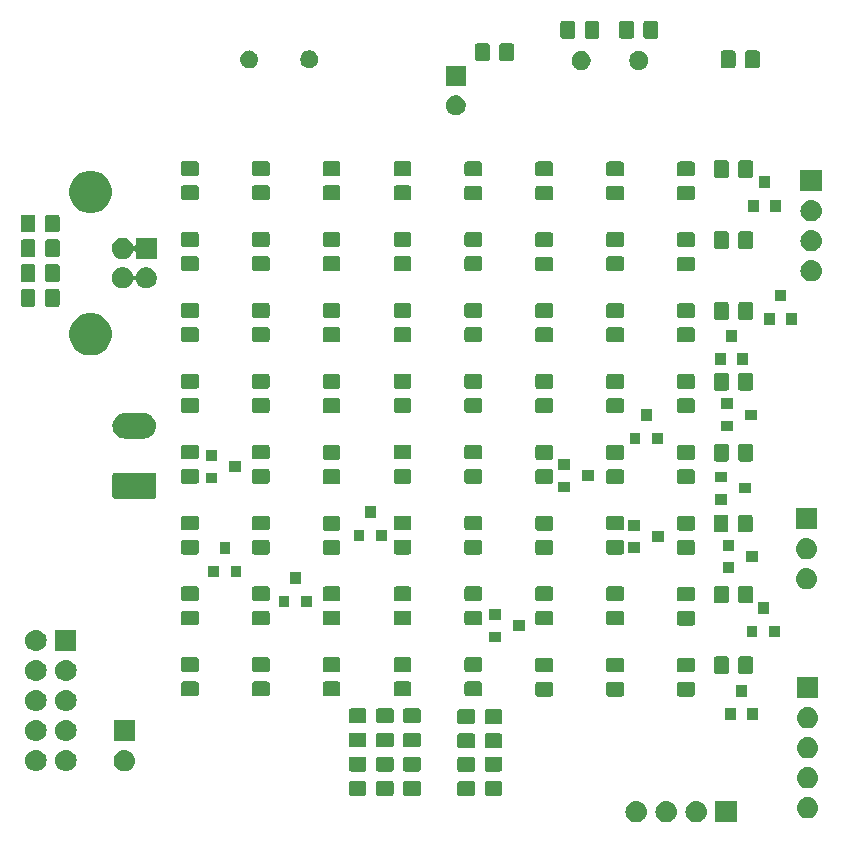
<source format=gbr>
G04 #@! TF.GenerationSoftware,KiCad,Pcbnew,(5.1.4)-1*
G04 #@! TF.CreationDate,2020-06-16T16:04:14+02:00*
G04 #@! TF.ProjectId,SensorPlayBoard,53656e73-6f72-4506-9c61-79426f617264,rev?*
G04 #@! TF.SameCoordinates,Original*
G04 #@! TF.FileFunction,Soldermask,Top*
G04 #@! TF.FilePolarity,Negative*
%FSLAX46Y46*%
G04 Gerber Fmt 4.6, Leading zero omitted, Abs format (unit mm)*
G04 Created by KiCad (PCBNEW (5.1.4)-1) date 2020-06-16 16:04:14*
%MOMM*%
%LPD*%
G04 APERTURE LIST*
%ADD10C,0.100000*%
G04 APERTURE END LIST*
D10*
G36*
X183390443Y-116705519D02*
G01*
X183456627Y-116712037D01*
X183626466Y-116763557D01*
X183782991Y-116847222D01*
X183818729Y-116876552D01*
X183920186Y-116959814D01*
X184003448Y-117061271D01*
X184032778Y-117097009D01*
X184116443Y-117253534D01*
X184167963Y-117423373D01*
X184185359Y-117600000D01*
X184167963Y-117776627D01*
X184116443Y-117946466D01*
X184032778Y-118102991D01*
X184003448Y-118138729D01*
X183920186Y-118240186D01*
X183818729Y-118323448D01*
X183782991Y-118352778D01*
X183626466Y-118436443D01*
X183456627Y-118487963D01*
X183390443Y-118494481D01*
X183324260Y-118501000D01*
X183235740Y-118501000D01*
X183169557Y-118494481D01*
X183103373Y-118487963D01*
X182933534Y-118436443D01*
X182777009Y-118352778D01*
X182741271Y-118323448D01*
X182639814Y-118240186D01*
X182556552Y-118138729D01*
X182527222Y-118102991D01*
X182443557Y-117946466D01*
X182392037Y-117776627D01*
X182374641Y-117600000D01*
X182392037Y-117423373D01*
X182443557Y-117253534D01*
X182527222Y-117097009D01*
X182556552Y-117061271D01*
X182639814Y-116959814D01*
X182741271Y-116876552D01*
X182777009Y-116847222D01*
X182933534Y-116763557D01*
X183103373Y-116712037D01*
X183169557Y-116705519D01*
X183235740Y-116699000D01*
X183324260Y-116699000D01*
X183390443Y-116705519D01*
X183390443Y-116705519D01*
G37*
G36*
X191801000Y-118501000D02*
G01*
X189999000Y-118501000D01*
X189999000Y-116699000D01*
X191801000Y-116699000D01*
X191801000Y-118501000D01*
X191801000Y-118501000D01*
G37*
G36*
X188470443Y-116705519D02*
G01*
X188536627Y-116712037D01*
X188706466Y-116763557D01*
X188862991Y-116847222D01*
X188898729Y-116876552D01*
X189000186Y-116959814D01*
X189083448Y-117061271D01*
X189112778Y-117097009D01*
X189196443Y-117253534D01*
X189247963Y-117423373D01*
X189265359Y-117600000D01*
X189247963Y-117776627D01*
X189196443Y-117946466D01*
X189112778Y-118102991D01*
X189083448Y-118138729D01*
X189000186Y-118240186D01*
X188898729Y-118323448D01*
X188862991Y-118352778D01*
X188706466Y-118436443D01*
X188536627Y-118487963D01*
X188470443Y-118494481D01*
X188404260Y-118501000D01*
X188315740Y-118501000D01*
X188249557Y-118494481D01*
X188183373Y-118487963D01*
X188013534Y-118436443D01*
X187857009Y-118352778D01*
X187821271Y-118323448D01*
X187719814Y-118240186D01*
X187636552Y-118138729D01*
X187607222Y-118102991D01*
X187523557Y-117946466D01*
X187472037Y-117776627D01*
X187454641Y-117600000D01*
X187472037Y-117423373D01*
X187523557Y-117253534D01*
X187607222Y-117097009D01*
X187636552Y-117061271D01*
X187719814Y-116959814D01*
X187821271Y-116876552D01*
X187857009Y-116847222D01*
X188013534Y-116763557D01*
X188183373Y-116712037D01*
X188249557Y-116705519D01*
X188315740Y-116699000D01*
X188404260Y-116699000D01*
X188470443Y-116705519D01*
X188470443Y-116705519D01*
G37*
G36*
X185930443Y-116705519D02*
G01*
X185996627Y-116712037D01*
X186166466Y-116763557D01*
X186322991Y-116847222D01*
X186358729Y-116876552D01*
X186460186Y-116959814D01*
X186543448Y-117061271D01*
X186572778Y-117097009D01*
X186656443Y-117253534D01*
X186707963Y-117423373D01*
X186725359Y-117600000D01*
X186707963Y-117776627D01*
X186656443Y-117946466D01*
X186572778Y-118102991D01*
X186543448Y-118138729D01*
X186460186Y-118240186D01*
X186358729Y-118323448D01*
X186322991Y-118352778D01*
X186166466Y-118436443D01*
X185996627Y-118487963D01*
X185930443Y-118494481D01*
X185864260Y-118501000D01*
X185775740Y-118501000D01*
X185709557Y-118494481D01*
X185643373Y-118487963D01*
X185473534Y-118436443D01*
X185317009Y-118352778D01*
X185281271Y-118323448D01*
X185179814Y-118240186D01*
X185096552Y-118138729D01*
X185067222Y-118102991D01*
X184983557Y-117946466D01*
X184932037Y-117776627D01*
X184914641Y-117600000D01*
X184932037Y-117423373D01*
X184983557Y-117253534D01*
X185067222Y-117097009D01*
X185096552Y-117061271D01*
X185179814Y-116959814D01*
X185281271Y-116876552D01*
X185317009Y-116847222D01*
X185473534Y-116763557D01*
X185643373Y-116712037D01*
X185709557Y-116705519D01*
X185775740Y-116699000D01*
X185864260Y-116699000D01*
X185930443Y-116705519D01*
X185930443Y-116705519D01*
G37*
G36*
X197910443Y-116365519D02*
G01*
X197976627Y-116372037D01*
X198146466Y-116423557D01*
X198302991Y-116507222D01*
X198338729Y-116536552D01*
X198440186Y-116619814D01*
X198505171Y-116699000D01*
X198552778Y-116757009D01*
X198636443Y-116913534D01*
X198687963Y-117083373D01*
X198705359Y-117260000D01*
X198687963Y-117436627D01*
X198636443Y-117606466D01*
X198552778Y-117762991D01*
X198541587Y-117776627D01*
X198440186Y-117900186D01*
X198338729Y-117983448D01*
X198302991Y-118012778D01*
X198146466Y-118096443D01*
X197976627Y-118147963D01*
X197910443Y-118154481D01*
X197844260Y-118161000D01*
X197755740Y-118161000D01*
X197689557Y-118154481D01*
X197623373Y-118147963D01*
X197453534Y-118096443D01*
X197297009Y-118012778D01*
X197261271Y-117983448D01*
X197159814Y-117900186D01*
X197058413Y-117776627D01*
X197047222Y-117762991D01*
X196963557Y-117606466D01*
X196912037Y-117436627D01*
X196894641Y-117260000D01*
X196912037Y-117083373D01*
X196963557Y-116913534D01*
X197047222Y-116757009D01*
X197094829Y-116699000D01*
X197159814Y-116619814D01*
X197261271Y-116536552D01*
X197297009Y-116507222D01*
X197453534Y-116423557D01*
X197623373Y-116372037D01*
X197689557Y-116365519D01*
X197755740Y-116359000D01*
X197844260Y-116359000D01*
X197910443Y-116365519D01*
X197910443Y-116365519D01*
G37*
G36*
X169488674Y-115028465D02*
G01*
X169526367Y-115039899D01*
X169561103Y-115058466D01*
X169591548Y-115083452D01*
X169616534Y-115113897D01*
X169635101Y-115148633D01*
X169646535Y-115186326D01*
X169651000Y-115231661D01*
X169651000Y-116068339D01*
X169646535Y-116113674D01*
X169635101Y-116151367D01*
X169616534Y-116186103D01*
X169591548Y-116216548D01*
X169561103Y-116241534D01*
X169526367Y-116260101D01*
X169488674Y-116271535D01*
X169443339Y-116276000D01*
X168356661Y-116276000D01*
X168311326Y-116271535D01*
X168273633Y-116260101D01*
X168238897Y-116241534D01*
X168208452Y-116216548D01*
X168183466Y-116186103D01*
X168164899Y-116151367D01*
X168153465Y-116113674D01*
X168149000Y-116068339D01*
X168149000Y-115231661D01*
X168153465Y-115186326D01*
X168164899Y-115148633D01*
X168183466Y-115113897D01*
X168208452Y-115083452D01*
X168238897Y-115058466D01*
X168273633Y-115039899D01*
X168311326Y-115028465D01*
X168356661Y-115024000D01*
X169443339Y-115024000D01*
X169488674Y-115028465D01*
X169488674Y-115028465D01*
G37*
G36*
X171788674Y-115003465D02*
G01*
X171826367Y-115014899D01*
X171861103Y-115033466D01*
X171891548Y-115058452D01*
X171916534Y-115088897D01*
X171935101Y-115123633D01*
X171946535Y-115161326D01*
X171951000Y-115206661D01*
X171951000Y-116043339D01*
X171946535Y-116088674D01*
X171935101Y-116126367D01*
X171916534Y-116161103D01*
X171891548Y-116191548D01*
X171861103Y-116216534D01*
X171826367Y-116235101D01*
X171788674Y-116246535D01*
X171743339Y-116251000D01*
X170656661Y-116251000D01*
X170611326Y-116246535D01*
X170573633Y-116235101D01*
X170538897Y-116216534D01*
X170508452Y-116191548D01*
X170483466Y-116161103D01*
X170464899Y-116126367D01*
X170453465Y-116088674D01*
X170449000Y-116043339D01*
X170449000Y-115206661D01*
X170453465Y-115161326D01*
X170464899Y-115123633D01*
X170483466Y-115088897D01*
X170508452Y-115058452D01*
X170538897Y-115033466D01*
X170573633Y-115014899D01*
X170611326Y-115003465D01*
X170656661Y-114999000D01*
X171743339Y-114999000D01*
X171788674Y-115003465D01*
X171788674Y-115003465D01*
G37*
G36*
X160288674Y-115003465D02*
G01*
X160326367Y-115014899D01*
X160361103Y-115033466D01*
X160391548Y-115058452D01*
X160416534Y-115088897D01*
X160435101Y-115123633D01*
X160446535Y-115161326D01*
X160451000Y-115206661D01*
X160451000Y-116043339D01*
X160446535Y-116088674D01*
X160435101Y-116126367D01*
X160416534Y-116161103D01*
X160391548Y-116191548D01*
X160361103Y-116216534D01*
X160326367Y-116235101D01*
X160288674Y-116246535D01*
X160243339Y-116251000D01*
X159156661Y-116251000D01*
X159111326Y-116246535D01*
X159073633Y-116235101D01*
X159038897Y-116216534D01*
X159008452Y-116191548D01*
X158983466Y-116161103D01*
X158964899Y-116126367D01*
X158953465Y-116088674D01*
X158949000Y-116043339D01*
X158949000Y-115206661D01*
X158953465Y-115161326D01*
X158964899Y-115123633D01*
X158983466Y-115088897D01*
X159008452Y-115058452D01*
X159038897Y-115033466D01*
X159073633Y-115014899D01*
X159111326Y-115003465D01*
X159156661Y-114999000D01*
X160243339Y-114999000D01*
X160288674Y-115003465D01*
X160288674Y-115003465D01*
G37*
G36*
X164888674Y-115003465D02*
G01*
X164926367Y-115014899D01*
X164961103Y-115033466D01*
X164991548Y-115058452D01*
X165016534Y-115088897D01*
X165035101Y-115123633D01*
X165046535Y-115161326D01*
X165051000Y-115206661D01*
X165051000Y-116043339D01*
X165046535Y-116088674D01*
X165035101Y-116126367D01*
X165016534Y-116161103D01*
X164991548Y-116191548D01*
X164961103Y-116216534D01*
X164926367Y-116235101D01*
X164888674Y-116246535D01*
X164843339Y-116251000D01*
X163756661Y-116251000D01*
X163711326Y-116246535D01*
X163673633Y-116235101D01*
X163638897Y-116216534D01*
X163608452Y-116191548D01*
X163583466Y-116161103D01*
X163564899Y-116126367D01*
X163553465Y-116088674D01*
X163549000Y-116043339D01*
X163549000Y-115206661D01*
X163553465Y-115161326D01*
X163564899Y-115123633D01*
X163583466Y-115088897D01*
X163608452Y-115058452D01*
X163638897Y-115033466D01*
X163673633Y-115014899D01*
X163711326Y-115003465D01*
X163756661Y-114999000D01*
X164843339Y-114999000D01*
X164888674Y-115003465D01*
X164888674Y-115003465D01*
G37*
G36*
X162588674Y-115003465D02*
G01*
X162626367Y-115014899D01*
X162661103Y-115033466D01*
X162691548Y-115058452D01*
X162716534Y-115088897D01*
X162735101Y-115123633D01*
X162746535Y-115161326D01*
X162751000Y-115206661D01*
X162751000Y-116043339D01*
X162746535Y-116088674D01*
X162735101Y-116126367D01*
X162716534Y-116161103D01*
X162691548Y-116191548D01*
X162661103Y-116216534D01*
X162626367Y-116235101D01*
X162588674Y-116246535D01*
X162543339Y-116251000D01*
X161456661Y-116251000D01*
X161411326Y-116246535D01*
X161373633Y-116235101D01*
X161338897Y-116216534D01*
X161308452Y-116191548D01*
X161283466Y-116161103D01*
X161264899Y-116126367D01*
X161253465Y-116088674D01*
X161249000Y-116043339D01*
X161249000Y-115206661D01*
X161253465Y-115161326D01*
X161264899Y-115123633D01*
X161283466Y-115088897D01*
X161308452Y-115058452D01*
X161338897Y-115033466D01*
X161373633Y-115014899D01*
X161411326Y-115003465D01*
X161456661Y-114999000D01*
X162543339Y-114999000D01*
X162588674Y-115003465D01*
X162588674Y-115003465D01*
G37*
G36*
X197910443Y-113825519D02*
G01*
X197976627Y-113832037D01*
X198146466Y-113883557D01*
X198146468Y-113883558D01*
X198222475Y-113924185D01*
X198302991Y-113967222D01*
X198334814Y-113993339D01*
X198440186Y-114079814D01*
X198522513Y-114180131D01*
X198552778Y-114217009D01*
X198636443Y-114373534D01*
X198687963Y-114543373D01*
X198705359Y-114720000D01*
X198687963Y-114896627D01*
X198636443Y-115066466D01*
X198552778Y-115222991D01*
X198536295Y-115243075D01*
X198440186Y-115360186D01*
X198338729Y-115443448D01*
X198302991Y-115472778D01*
X198146466Y-115556443D01*
X197976627Y-115607963D01*
X197910443Y-115614481D01*
X197844260Y-115621000D01*
X197755740Y-115621000D01*
X197689557Y-115614481D01*
X197623373Y-115607963D01*
X197453534Y-115556443D01*
X197297009Y-115472778D01*
X197261271Y-115443448D01*
X197159814Y-115360186D01*
X197063705Y-115243075D01*
X197047222Y-115222991D01*
X196963557Y-115066466D01*
X196912037Y-114896627D01*
X196894641Y-114720000D01*
X196912037Y-114543373D01*
X196963557Y-114373534D01*
X197047222Y-114217009D01*
X197077487Y-114180131D01*
X197159814Y-114079814D01*
X197265186Y-113993339D01*
X197297009Y-113967222D01*
X197377525Y-113924185D01*
X197453532Y-113883558D01*
X197453534Y-113883557D01*
X197623373Y-113832037D01*
X197689557Y-113825519D01*
X197755740Y-113819000D01*
X197844260Y-113819000D01*
X197910443Y-113825519D01*
X197910443Y-113825519D01*
G37*
G36*
X169488674Y-112978465D02*
G01*
X169526367Y-112989899D01*
X169561103Y-113008466D01*
X169591548Y-113033452D01*
X169616534Y-113063897D01*
X169635101Y-113098633D01*
X169646535Y-113136326D01*
X169651000Y-113181661D01*
X169651000Y-114018339D01*
X169646535Y-114063674D01*
X169635101Y-114101367D01*
X169616534Y-114136103D01*
X169591548Y-114166548D01*
X169561103Y-114191534D01*
X169526367Y-114210101D01*
X169488674Y-114221535D01*
X169443339Y-114226000D01*
X168356661Y-114226000D01*
X168311326Y-114221535D01*
X168273633Y-114210101D01*
X168238897Y-114191534D01*
X168208452Y-114166548D01*
X168183466Y-114136103D01*
X168164899Y-114101367D01*
X168153465Y-114063674D01*
X168149000Y-114018339D01*
X168149000Y-113181661D01*
X168153465Y-113136326D01*
X168164899Y-113098633D01*
X168183466Y-113063897D01*
X168208452Y-113033452D01*
X168238897Y-113008466D01*
X168273633Y-112989899D01*
X168311326Y-112978465D01*
X168356661Y-112974000D01*
X169443339Y-112974000D01*
X169488674Y-112978465D01*
X169488674Y-112978465D01*
G37*
G36*
X162588674Y-112953465D02*
G01*
X162626367Y-112964899D01*
X162661103Y-112983466D01*
X162691548Y-113008452D01*
X162716534Y-113038897D01*
X162735101Y-113073633D01*
X162746535Y-113111326D01*
X162751000Y-113156661D01*
X162751000Y-113993339D01*
X162746535Y-114038674D01*
X162735101Y-114076367D01*
X162716534Y-114111103D01*
X162691548Y-114141548D01*
X162661103Y-114166534D01*
X162626367Y-114185101D01*
X162588674Y-114196535D01*
X162543339Y-114201000D01*
X161456661Y-114201000D01*
X161411326Y-114196535D01*
X161373633Y-114185101D01*
X161338897Y-114166534D01*
X161308452Y-114141548D01*
X161283466Y-114111103D01*
X161264899Y-114076367D01*
X161253465Y-114038674D01*
X161249000Y-113993339D01*
X161249000Y-113156661D01*
X161253465Y-113111326D01*
X161264899Y-113073633D01*
X161283466Y-113038897D01*
X161308452Y-113008452D01*
X161338897Y-112983466D01*
X161373633Y-112964899D01*
X161411326Y-112953465D01*
X161456661Y-112949000D01*
X162543339Y-112949000D01*
X162588674Y-112953465D01*
X162588674Y-112953465D01*
G37*
G36*
X171788674Y-112953465D02*
G01*
X171826367Y-112964899D01*
X171861103Y-112983466D01*
X171891548Y-113008452D01*
X171916534Y-113038897D01*
X171935101Y-113073633D01*
X171946535Y-113111326D01*
X171951000Y-113156661D01*
X171951000Y-113993339D01*
X171946535Y-114038674D01*
X171935101Y-114076367D01*
X171916534Y-114111103D01*
X171891548Y-114141548D01*
X171861103Y-114166534D01*
X171826367Y-114185101D01*
X171788674Y-114196535D01*
X171743339Y-114201000D01*
X170656661Y-114201000D01*
X170611326Y-114196535D01*
X170573633Y-114185101D01*
X170538897Y-114166534D01*
X170508452Y-114141548D01*
X170483466Y-114111103D01*
X170464899Y-114076367D01*
X170453465Y-114038674D01*
X170449000Y-113993339D01*
X170449000Y-113156661D01*
X170453465Y-113111326D01*
X170464899Y-113073633D01*
X170483466Y-113038897D01*
X170508452Y-113008452D01*
X170538897Y-112983466D01*
X170573633Y-112964899D01*
X170611326Y-112953465D01*
X170656661Y-112949000D01*
X171743339Y-112949000D01*
X171788674Y-112953465D01*
X171788674Y-112953465D01*
G37*
G36*
X160288674Y-112953465D02*
G01*
X160326367Y-112964899D01*
X160361103Y-112983466D01*
X160391548Y-113008452D01*
X160416534Y-113038897D01*
X160435101Y-113073633D01*
X160446535Y-113111326D01*
X160451000Y-113156661D01*
X160451000Y-113993339D01*
X160446535Y-114038674D01*
X160435101Y-114076367D01*
X160416534Y-114111103D01*
X160391548Y-114141548D01*
X160361103Y-114166534D01*
X160326367Y-114185101D01*
X160288674Y-114196535D01*
X160243339Y-114201000D01*
X159156661Y-114201000D01*
X159111326Y-114196535D01*
X159073633Y-114185101D01*
X159038897Y-114166534D01*
X159008452Y-114141548D01*
X158983466Y-114111103D01*
X158964899Y-114076367D01*
X158953465Y-114038674D01*
X158949000Y-113993339D01*
X158949000Y-113156661D01*
X158953465Y-113111326D01*
X158964899Y-113073633D01*
X158983466Y-113038897D01*
X159008452Y-113008452D01*
X159038897Y-112983466D01*
X159073633Y-112964899D01*
X159111326Y-112953465D01*
X159156661Y-112949000D01*
X160243339Y-112949000D01*
X160288674Y-112953465D01*
X160288674Y-112953465D01*
G37*
G36*
X164888674Y-112953465D02*
G01*
X164926367Y-112964899D01*
X164961103Y-112983466D01*
X164991548Y-113008452D01*
X165016534Y-113038897D01*
X165035101Y-113073633D01*
X165046535Y-113111326D01*
X165051000Y-113156661D01*
X165051000Y-113993339D01*
X165046535Y-114038674D01*
X165035101Y-114076367D01*
X165016534Y-114111103D01*
X164991548Y-114141548D01*
X164961103Y-114166534D01*
X164926367Y-114185101D01*
X164888674Y-114196535D01*
X164843339Y-114201000D01*
X163756661Y-114201000D01*
X163711326Y-114196535D01*
X163673633Y-114185101D01*
X163638897Y-114166534D01*
X163608452Y-114141548D01*
X163583466Y-114111103D01*
X163564899Y-114076367D01*
X163553465Y-114038674D01*
X163549000Y-113993339D01*
X163549000Y-113156661D01*
X163553465Y-113111326D01*
X163564899Y-113073633D01*
X163583466Y-113038897D01*
X163608452Y-113008452D01*
X163638897Y-112983466D01*
X163673633Y-112964899D01*
X163711326Y-112953465D01*
X163756661Y-112949000D01*
X164843339Y-112949000D01*
X164888674Y-112953465D01*
X164888674Y-112953465D01*
G37*
G36*
X140064443Y-112389519D02*
G01*
X140130627Y-112396037D01*
X140300466Y-112447557D01*
X140456991Y-112531222D01*
X140492729Y-112560552D01*
X140594186Y-112643814D01*
X140677448Y-112745271D01*
X140706778Y-112781009D01*
X140790443Y-112937534D01*
X140841963Y-113107373D01*
X140859359Y-113284000D01*
X140841963Y-113460627D01*
X140790443Y-113630466D01*
X140706778Y-113786991D01*
X140680509Y-113819000D01*
X140594186Y-113924186D01*
X140493367Y-114006925D01*
X140456991Y-114036778D01*
X140382926Y-114076367D01*
X140345367Y-114096443D01*
X140300466Y-114120443D01*
X140130627Y-114171963D01*
X140064442Y-114178482D01*
X139998260Y-114185000D01*
X139909740Y-114185000D01*
X139843558Y-114178482D01*
X139777373Y-114171963D01*
X139607534Y-114120443D01*
X139562634Y-114096443D01*
X139525074Y-114076367D01*
X139451009Y-114036778D01*
X139414633Y-114006925D01*
X139313814Y-113924186D01*
X139227491Y-113819000D01*
X139201222Y-113786991D01*
X139117557Y-113630466D01*
X139066037Y-113460627D01*
X139048641Y-113284000D01*
X139066037Y-113107373D01*
X139117557Y-112937534D01*
X139201222Y-112781009D01*
X139230552Y-112745271D01*
X139313814Y-112643814D01*
X139415271Y-112560552D01*
X139451009Y-112531222D01*
X139607534Y-112447557D01*
X139777373Y-112396037D01*
X139843557Y-112389519D01*
X139909740Y-112383000D01*
X139998260Y-112383000D01*
X140064443Y-112389519D01*
X140064443Y-112389519D01*
G37*
G36*
X132570443Y-112365519D02*
G01*
X132636627Y-112372037D01*
X132806466Y-112423557D01*
X132806468Y-112423558D01*
X132851368Y-112447558D01*
X132962991Y-112507222D01*
X132986442Y-112526468D01*
X133100186Y-112619814D01*
X133152033Y-112682991D01*
X133212778Y-112757009D01*
X133296443Y-112913534D01*
X133347963Y-113083373D01*
X133365359Y-113260000D01*
X133347963Y-113436627D01*
X133296443Y-113606466D01*
X133212778Y-113762991D01*
X133183448Y-113798729D01*
X133100186Y-113900186D01*
X133018502Y-113967221D01*
X132962991Y-114012778D01*
X132918089Y-114036779D01*
X132837577Y-114079814D01*
X132806466Y-114096443D01*
X132636627Y-114147963D01*
X132570443Y-114154481D01*
X132504260Y-114161000D01*
X132415740Y-114161000D01*
X132349557Y-114154481D01*
X132283373Y-114147963D01*
X132113534Y-114096443D01*
X132082424Y-114079814D01*
X132001911Y-114036779D01*
X131957009Y-114012778D01*
X131901498Y-113967221D01*
X131819814Y-113900186D01*
X131736552Y-113798729D01*
X131707222Y-113762991D01*
X131623557Y-113606466D01*
X131572037Y-113436627D01*
X131554641Y-113260000D01*
X131572037Y-113083373D01*
X131623557Y-112913534D01*
X131707222Y-112757009D01*
X131767967Y-112682991D01*
X131819814Y-112619814D01*
X131933558Y-112526468D01*
X131957009Y-112507222D01*
X132068632Y-112447558D01*
X132113532Y-112423558D01*
X132113534Y-112423557D01*
X132283373Y-112372037D01*
X132349557Y-112365519D01*
X132415740Y-112359000D01*
X132504260Y-112359000D01*
X132570443Y-112365519D01*
X132570443Y-112365519D01*
G37*
G36*
X135110443Y-112365519D02*
G01*
X135176627Y-112372037D01*
X135346466Y-112423557D01*
X135346468Y-112423558D01*
X135391368Y-112447558D01*
X135502991Y-112507222D01*
X135526442Y-112526468D01*
X135640186Y-112619814D01*
X135692033Y-112682991D01*
X135752778Y-112757009D01*
X135836443Y-112913534D01*
X135887963Y-113083373D01*
X135905359Y-113260000D01*
X135887963Y-113436627D01*
X135836443Y-113606466D01*
X135752778Y-113762991D01*
X135723448Y-113798729D01*
X135640186Y-113900186D01*
X135558502Y-113967221D01*
X135502991Y-114012778D01*
X135458089Y-114036779D01*
X135377577Y-114079814D01*
X135346466Y-114096443D01*
X135176627Y-114147963D01*
X135110443Y-114154481D01*
X135044260Y-114161000D01*
X134955740Y-114161000D01*
X134889557Y-114154481D01*
X134823373Y-114147963D01*
X134653534Y-114096443D01*
X134622424Y-114079814D01*
X134541911Y-114036779D01*
X134497009Y-114012778D01*
X134441498Y-113967221D01*
X134359814Y-113900186D01*
X134276552Y-113798729D01*
X134247222Y-113762991D01*
X134163557Y-113606466D01*
X134112037Y-113436627D01*
X134094641Y-113260000D01*
X134112037Y-113083373D01*
X134163557Y-112913534D01*
X134247222Y-112757009D01*
X134307967Y-112682991D01*
X134359814Y-112619814D01*
X134473558Y-112526468D01*
X134497009Y-112507222D01*
X134608632Y-112447558D01*
X134653532Y-112423558D01*
X134653534Y-112423557D01*
X134823373Y-112372037D01*
X134889557Y-112365519D01*
X134955740Y-112359000D01*
X135044260Y-112359000D01*
X135110443Y-112365519D01*
X135110443Y-112365519D01*
G37*
G36*
X197910442Y-111285518D02*
G01*
X197976627Y-111292037D01*
X198146466Y-111343557D01*
X198146468Y-111343558D01*
X198224729Y-111385390D01*
X198302991Y-111427222D01*
X198338729Y-111456552D01*
X198440186Y-111539814D01*
X198523448Y-111641271D01*
X198552778Y-111677009D01*
X198636443Y-111833534D01*
X198687963Y-112003373D01*
X198705359Y-112180000D01*
X198687963Y-112356627D01*
X198636443Y-112526466D01*
X198552778Y-112682991D01*
X198523448Y-112718729D01*
X198440186Y-112820186D01*
X198338729Y-112903448D01*
X198302991Y-112932778D01*
X198146466Y-113016443D01*
X197976627Y-113067963D01*
X197910442Y-113074482D01*
X197844260Y-113081000D01*
X197755740Y-113081000D01*
X197689558Y-113074482D01*
X197623373Y-113067963D01*
X197453534Y-113016443D01*
X197297009Y-112932778D01*
X197261271Y-112903448D01*
X197159814Y-112820186D01*
X197076552Y-112718729D01*
X197047222Y-112682991D01*
X196963557Y-112526466D01*
X196912037Y-112356627D01*
X196894641Y-112180000D01*
X196912037Y-112003373D01*
X196963557Y-111833534D01*
X197047222Y-111677009D01*
X197076552Y-111641271D01*
X197159814Y-111539814D01*
X197261271Y-111456552D01*
X197297009Y-111427222D01*
X197375271Y-111385390D01*
X197453532Y-111343558D01*
X197453534Y-111343557D01*
X197623373Y-111292037D01*
X197689558Y-111285518D01*
X197755740Y-111279000D01*
X197844260Y-111279000D01*
X197910442Y-111285518D01*
X197910442Y-111285518D01*
G37*
G36*
X171788674Y-110978465D02*
G01*
X171826367Y-110989899D01*
X171861103Y-111008466D01*
X171891548Y-111033452D01*
X171916534Y-111063897D01*
X171935101Y-111098633D01*
X171946535Y-111136326D01*
X171951000Y-111181661D01*
X171951000Y-112018339D01*
X171946535Y-112063674D01*
X171935101Y-112101367D01*
X171916534Y-112136103D01*
X171891548Y-112166548D01*
X171861103Y-112191534D01*
X171826367Y-112210101D01*
X171788674Y-112221535D01*
X171743339Y-112226000D01*
X170656661Y-112226000D01*
X170611326Y-112221535D01*
X170573633Y-112210101D01*
X170538897Y-112191534D01*
X170508452Y-112166548D01*
X170483466Y-112136103D01*
X170464899Y-112101367D01*
X170453465Y-112063674D01*
X170449000Y-112018339D01*
X170449000Y-111181661D01*
X170453465Y-111136326D01*
X170464899Y-111098633D01*
X170483466Y-111063897D01*
X170508452Y-111033452D01*
X170538897Y-111008466D01*
X170573633Y-110989899D01*
X170611326Y-110978465D01*
X170656661Y-110974000D01*
X171743339Y-110974000D01*
X171788674Y-110978465D01*
X171788674Y-110978465D01*
G37*
G36*
X169488674Y-110978465D02*
G01*
X169526367Y-110989899D01*
X169561103Y-111008466D01*
X169591548Y-111033452D01*
X169616534Y-111063897D01*
X169635101Y-111098633D01*
X169646535Y-111136326D01*
X169651000Y-111181661D01*
X169651000Y-112018339D01*
X169646535Y-112063674D01*
X169635101Y-112101367D01*
X169616534Y-112136103D01*
X169591548Y-112166548D01*
X169561103Y-112191534D01*
X169526367Y-112210101D01*
X169488674Y-112221535D01*
X169443339Y-112226000D01*
X168356661Y-112226000D01*
X168311326Y-112221535D01*
X168273633Y-112210101D01*
X168238897Y-112191534D01*
X168208452Y-112166548D01*
X168183466Y-112136103D01*
X168164899Y-112101367D01*
X168153465Y-112063674D01*
X168149000Y-112018339D01*
X168149000Y-111181661D01*
X168153465Y-111136326D01*
X168164899Y-111098633D01*
X168183466Y-111063897D01*
X168208452Y-111033452D01*
X168238897Y-111008466D01*
X168273633Y-110989899D01*
X168311326Y-110978465D01*
X168356661Y-110974000D01*
X169443339Y-110974000D01*
X169488674Y-110978465D01*
X169488674Y-110978465D01*
G37*
G36*
X160288674Y-110903465D02*
G01*
X160326367Y-110914899D01*
X160361103Y-110933466D01*
X160391548Y-110958452D01*
X160416534Y-110988897D01*
X160435101Y-111023633D01*
X160446535Y-111061326D01*
X160451000Y-111106661D01*
X160451000Y-111943339D01*
X160446535Y-111988674D01*
X160435101Y-112026367D01*
X160416534Y-112061103D01*
X160391548Y-112091548D01*
X160361103Y-112116534D01*
X160326367Y-112135101D01*
X160288674Y-112146535D01*
X160243339Y-112151000D01*
X159156661Y-112151000D01*
X159111326Y-112146535D01*
X159073633Y-112135101D01*
X159038897Y-112116534D01*
X159008452Y-112091548D01*
X158983466Y-112061103D01*
X158964899Y-112026367D01*
X158953465Y-111988674D01*
X158949000Y-111943339D01*
X158949000Y-111106661D01*
X158953465Y-111061326D01*
X158964899Y-111023633D01*
X158983466Y-110988897D01*
X159008452Y-110958452D01*
X159038897Y-110933466D01*
X159073633Y-110914899D01*
X159111326Y-110903465D01*
X159156661Y-110899000D01*
X160243339Y-110899000D01*
X160288674Y-110903465D01*
X160288674Y-110903465D01*
G37*
G36*
X162588674Y-110903465D02*
G01*
X162626367Y-110914899D01*
X162661103Y-110933466D01*
X162691548Y-110958452D01*
X162716534Y-110988897D01*
X162735101Y-111023633D01*
X162746535Y-111061326D01*
X162751000Y-111106661D01*
X162751000Y-111943339D01*
X162746535Y-111988674D01*
X162735101Y-112026367D01*
X162716534Y-112061103D01*
X162691548Y-112091548D01*
X162661103Y-112116534D01*
X162626367Y-112135101D01*
X162588674Y-112146535D01*
X162543339Y-112151000D01*
X161456661Y-112151000D01*
X161411326Y-112146535D01*
X161373633Y-112135101D01*
X161338897Y-112116534D01*
X161308452Y-112091548D01*
X161283466Y-112061103D01*
X161264899Y-112026367D01*
X161253465Y-111988674D01*
X161249000Y-111943339D01*
X161249000Y-111106661D01*
X161253465Y-111061326D01*
X161264899Y-111023633D01*
X161283466Y-110988897D01*
X161308452Y-110958452D01*
X161338897Y-110933466D01*
X161373633Y-110914899D01*
X161411326Y-110903465D01*
X161456661Y-110899000D01*
X162543339Y-110899000D01*
X162588674Y-110903465D01*
X162588674Y-110903465D01*
G37*
G36*
X164888674Y-110903465D02*
G01*
X164926367Y-110914899D01*
X164961103Y-110933466D01*
X164991548Y-110958452D01*
X165016534Y-110988897D01*
X165035101Y-111023633D01*
X165046535Y-111061326D01*
X165051000Y-111106661D01*
X165051000Y-111943339D01*
X165046535Y-111988674D01*
X165035101Y-112026367D01*
X165016534Y-112061103D01*
X164991548Y-112091548D01*
X164961103Y-112116534D01*
X164926367Y-112135101D01*
X164888674Y-112146535D01*
X164843339Y-112151000D01*
X163756661Y-112151000D01*
X163711326Y-112146535D01*
X163673633Y-112135101D01*
X163638897Y-112116534D01*
X163608452Y-112091548D01*
X163583466Y-112061103D01*
X163564899Y-112026367D01*
X163553465Y-111988674D01*
X163549000Y-111943339D01*
X163549000Y-111106661D01*
X163553465Y-111061326D01*
X163564899Y-111023633D01*
X163583466Y-110988897D01*
X163608452Y-110958452D01*
X163638897Y-110933466D01*
X163673633Y-110914899D01*
X163711326Y-110903465D01*
X163756661Y-110899000D01*
X164843339Y-110899000D01*
X164888674Y-110903465D01*
X164888674Y-110903465D01*
G37*
G36*
X140855000Y-111645000D02*
G01*
X139053000Y-111645000D01*
X139053000Y-109843000D01*
X140855000Y-109843000D01*
X140855000Y-111645000D01*
X140855000Y-111645000D01*
G37*
G36*
X135110443Y-109825519D02*
G01*
X135176627Y-109832037D01*
X135346466Y-109883557D01*
X135502991Y-109967222D01*
X135526442Y-109986468D01*
X135640186Y-110079814D01*
X135715458Y-110171535D01*
X135752778Y-110217009D01*
X135836443Y-110373534D01*
X135887963Y-110543373D01*
X135905359Y-110720000D01*
X135887963Y-110896627D01*
X135840310Y-111053718D01*
X135836442Y-111066468D01*
X135821211Y-111094962D01*
X135752778Y-111222991D01*
X135733753Y-111246173D01*
X135640186Y-111360186D01*
X135558502Y-111427221D01*
X135502991Y-111472778D01*
X135502989Y-111472779D01*
X135377577Y-111539814D01*
X135346466Y-111556443D01*
X135176627Y-111607963D01*
X135110443Y-111614481D01*
X135044260Y-111621000D01*
X134955740Y-111621000D01*
X134889557Y-111614481D01*
X134823373Y-111607963D01*
X134653534Y-111556443D01*
X134622424Y-111539814D01*
X134497011Y-111472779D01*
X134497009Y-111472778D01*
X134441498Y-111427221D01*
X134359814Y-111360186D01*
X134266247Y-111246173D01*
X134247222Y-111222991D01*
X134178789Y-111094962D01*
X134163558Y-111066468D01*
X134159690Y-111053718D01*
X134112037Y-110896627D01*
X134094641Y-110720000D01*
X134112037Y-110543373D01*
X134163557Y-110373534D01*
X134247222Y-110217009D01*
X134284542Y-110171535D01*
X134359814Y-110079814D01*
X134473558Y-109986468D01*
X134497009Y-109967222D01*
X134653534Y-109883557D01*
X134823373Y-109832037D01*
X134889557Y-109825519D01*
X134955740Y-109819000D01*
X135044260Y-109819000D01*
X135110443Y-109825519D01*
X135110443Y-109825519D01*
G37*
G36*
X132570443Y-109825519D02*
G01*
X132636627Y-109832037D01*
X132806466Y-109883557D01*
X132962991Y-109967222D01*
X132986442Y-109986468D01*
X133100186Y-110079814D01*
X133175458Y-110171535D01*
X133212778Y-110217009D01*
X133296443Y-110373534D01*
X133347963Y-110543373D01*
X133365359Y-110720000D01*
X133347963Y-110896627D01*
X133300310Y-111053718D01*
X133296442Y-111066468D01*
X133281211Y-111094962D01*
X133212778Y-111222991D01*
X133193753Y-111246173D01*
X133100186Y-111360186D01*
X133018502Y-111427221D01*
X132962991Y-111472778D01*
X132962989Y-111472779D01*
X132837577Y-111539814D01*
X132806466Y-111556443D01*
X132636627Y-111607963D01*
X132570443Y-111614481D01*
X132504260Y-111621000D01*
X132415740Y-111621000D01*
X132349557Y-111614481D01*
X132283373Y-111607963D01*
X132113534Y-111556443D01*
X132082424Y-111539814D01*
X131957011Y-111472779D01*
X131957009Y-111472778D01*
X131901498Y-111427221D01*
X131819814Y-111360186D01*
X131726247Y-111246173D01*
X131707222Y-111222991D01*
X131638789Y-111094962D01*
X131623558Y-111066468D01*
X131619690Y-111053718D01*
X131572037Y-110896627D01*
X131554641Y-110720000D01*
X131572037Y-110543373D01*
X131623557Y-110373534D01*
X131707222Y-110217009D01*
X131744542Y-110171535D01*
X131819814Y-110079814D01*
X131933558Y-109986468D01*
X131957009Y-109967222D01*
X132113534Y-109883557D01*
X132283373Y-109832037D01*
X132349557Y-109825519D01*
X132415740Y-109819000D01*
X132504260Y-109819000D01*
X132570443Y-109825519D01*
X132570443Y-109825519D01*
G37*
G36*
X197910443Y-108745519D02*
G01*
X197976627Y-108752037D01*
X198146466Y-108803557D01*
X198146468Y-108803558D01*
X198224728Y-108845389D01*
X198302991Y-108887222D01*
X198338729Y-108916552D01*
X198440186Y-108999814D01*
X198515854Y-109092017D01*
X198552778Y-109137009D01*
X198636443Y-109293534D01*
X198687963Y-109463373D01*
X198705359Y-109640000D01*
X198687963Y-109816627D01*
X198636443Y-109986466D01*
X198552778Y-110142991D01*
X198542691Y-110155282D01*
X198440186Y-110280186D01*
X198338729Y-110363448D01*
X198302991Y-110392778D01*
X198146466Y-110476443D01*
X197976627Y-110527963D01*
X197910443Y-110534481D01*
X197844260Y-110541000D01*
X197755740Y-110541000D01*
X197689557Y-110534481D01*
X197623373Y-110527963D01*
X197453534Y-110476443D01*
X197297009Y-110392778D01*
X197261271Y-110363448D01*
X197159814Y-110280186D01*
X197057309Y-110155282D01*
X197047222Y-110142991D01*
X196963557Y-109986466D01*
X196912037Y-109816627D01*
X196894641Y-109640000D01*
X196912037Y-109463373D01*
X196963557Y-109293534D01*
X197047222Y-109137009D01*
X197084146Y-109092017D01*
X197159814Y-108999814D01*
X197261271Y-108916552D01*
X197297009Y-108887222D01*
X197375271Y-108845390D01*
X197453532Y-108803558D01*
X197453534Y-108803557D01*
X197623373Y-108752037D01*
X197689557Y-108745519D01*
X197755740Y-108739000D01*
X197844260Y-108739000D01*
X197910443Y-108745519D01*
X197910443Y-108745519D01*
G37*
G36*
X171788674Y-108928465D02*
G01*
X171826367Y-108939899D01*
X171861103Y-108958466D01*
X171891548Y-108983452D01*
X171916534Y-109013897D01*
X171935101Y-109048633D01*
X171946535Y-109086326D01*
X171951000Y-109131661D01*
X171951000Y-109968339D01*
X171946535Y-110013674D01*
X171935101Y-110051367D01*
X171916534Y-110086103D01*
X171891548Y-110116548D01*
X171861103Y-110141534D01*
X171826367Y-110160101D01*
X171788674Y-110171535D01*
X171743339Y-110176000D01*
X170656661Y-110176000D01*
X170611326Y-110171535D01*
X170573633Y-110160101D01*
X170538897Y-110141534D01*
X170508452Y-110116548D01*
X170483466Y-110086103D01*
X170464899Y-110051367D01*
X170453465Y-110013674D01*
X170449000Y-109968339D01*
X170449000Y-109131661D01*
X170453465Y-109086326D01*
X170464899Y-109048633D01*
X170483466Y-109013897D01*
X170508452Y-108983452D01*
X170538897Y-108958466D01*
X170573633Y-108939899D01*
X170611326Y-108928465D01*
X170656661Y-108924000D01*
X171743339Y-108924000D01*
X171788674Y-108928465D01*
X171788674Y-108928465D01*
G37*
G36*
X169488674Y-108928465D02*
G01*
X169526367Y-108939899D01*
X169561103Y-108958466D01*
X169591548Y-108983452D01*
X169616534Y-109013897D01*
X169635101Y-109048633D01*
X169646535Y-109086326D01*
X169651000Y-109131661D01*
X169651000Y-109968339D01*
X169646535Y-110013674D01*
X169635101Y-110051367D01*
X169616534Y-110086103D01*
X169591548Y-110116548D01*
X169561103Y-110141534D01*
X169526367Y-110160101D01*
X169488674Y-110171535D01*
X169443339Y-110176000D01*
X168356661Y-110176000D01*
X168311326Y-110171535D01*
X168273633Y-110160101D01*
X168238897Y-110141534D01*
X168208452Y-110116548D01*
X168183466Y-110086103D01*
X168164899Y-110051367D01*
X168153465Y-110013674D01*
X168149000Y-109968339D01*
X168149000Y-109131661D01*
X168153465Y-109086326D01*
X168164899Y-109048633D01*
X168183466Y-109013897D01*
X168208452Y-108983452D01*
X168238897Y-108958466D01*
X168273633Y-108939899D01*
X168311326Y-108928465D01*
X168356661Y-108924000D01*
X169443339Y-108924000D01*
X169488674Y-108928465D01*
X169488674Y-108928465D01*
G37*
G36*
X160288674Y-108853465D02*
G01*
X160326367Y-108864899D01*
X160361103Y-108883466D01*
X160391548Y-108908452D01*
X160416534Y-108938897D01*
X160435101Y-108973633D01*
X160446535Y-109011326D01*
X160451000Y-109056661D01*
X160451000Y-109893339D01*
X160446535Y-109938674D01*
X160435101Y-109976367D01*
X160416534Y-110011103D01*
X160391548Y-110041548D01*
X160361103Y-110066534D01*
X160326367Y-110085101D01*
X160288674Y-110096535D01*
X160243339Y-110101000D01*
X159156661Y-110101000D01*
X159111326Y-110096535D01*
X159073633Y-110085101D01*
X159038897Y-110066534D01*
X159008452Y-110041548D01*
X158983466Y-110011103D01*
X158964899Y-109976367D01*
X158953465Y-109938674D01*
X158949000Y-109893339D01*
X158949000Y-109056661D01*
X158953465Y-109011326D01*
X158964899Y-108973633D01*
X158983466Y-108938897D01*
X159008452Y-108908452D01*
X159038897Y-108883466D01*
X159073633Y-108864899D01*
X159111326Y-108853465D01*
X159156661Y-108849000D01*
X160243339Y-108849000D01*
X160288674Y-108853465D01*
X160288674Y-108853465D01*
G37*
G36*
X162588674Y-108853465D02*
G01*
X162626367Y-108864899D01*
X162661103Y-108883466D01*
X162691548Y-108908452D01*
X162716534Y-108938897D01*
X162735101Y-108973633D01*
X162746535Y-109011326D01*
X162751000Y-109056661D01*
X162751000Y-109893339D01*
X162746535Y-109938674D01*
X162735101Y-109976367D01*
X162716534Y-110011103D01*
X162691548Y-110041548D01*
X162661103Y-110066534D01*
X162626367Y-110085101D01*
X162588674Y-110096535D01*
X162543339Y-110101000D01*
X161456661Y-110101000D01*
X161411326Y-110096535D01*
X161373633Y-110085101D01*
X161338897Y-110066534D01*
X161308452Y-110041548D01*
X161283466Y-110011103D01*
X161264899Y-109976367D01*
X161253465Y-109938674D01*
X161249000Y-109893339D01*
X161249000Y-109056661D01*
X161253465Y-109011326D01*
X161264899Y-108973633D01*
X161283466Y-108938897D01*
X161308452Y-108908452D01*
X161338897Y-108883466D01*
X161373633Y-108864899D01*
X161411326Y-108853465D01*
X161456661Y-108849000D01*
X162543339Y-108849000D01*
X162588674Y-108853465D01*
X162588674Y-108853465D01*
G37*
G36*
X164888674Y-108853465D02*
G01*
X164926367Y-108864899D01*
X164961103Y-108883466D01*
X164991548Y-108908452D01*
X165016534Y-108938897D01*
X165035101Y-108973633D01*
X165046535Y-109011326D01*
X165051000Y-109056661D01*
X165051000Y-109893339D01*
X165046535Y-109938674D01*
X165035101Y-109976367D01*
X165016534Y-110011103D01*
X164991548Y-110041548D01*
X164961103Y-110066534D01*
X164926367Y-110085101D01*
X164888674Y-110096535D01*
X164843339Y-110101000D01*
X163756661Y-110101000D01*
X163711326Y-110096535D01*
X163673633Y-110085101D01*
X163638897Y-110066534D01*
X163608452Y-110041548D01*
X163583466Y-110011103D01*
X163564899Y-109976367D01*
X163553465Y-109938674D01*
X163549000Y-109893339D01*
X163549000Y-109056661D01*
X163553465Y-109011326D01*
X163564899Y-108973633D01*
X163583466Y-108938897D01*
X163608452Y-108908452D01*
X163638897Y-108883466D01*
X163673633Y-108864899D01*
X163711326Y-108853465D01*
X163756661Y-108849000D01*
X164843339Y-108849000D01*
X164888674Y-108853465D01*
X164888674Y-108853465D01*
G37*
G36*
X193613000Y-109848000D02*
G01*
X192711000Y-109848000D01*
X192711000Y-108846000D01*
X193613000Y-108846000D01*
X193613000Y-109848000D01*
X193613000Y-109848000D01*
G37*
G36*
X191713000Y-109848000D02*
G01*
X190811000Y-109848000D01*
X190811000Y-108846000D01*
X191713000Y-108846000D01*
X191713000Y-109848000D01*
X191713000Y-109848000D01*
G37*
G36*
X135110442Y-107285518D02*
G01*
X135176627Y-107292037D01*
X135346466Y-107343557D01*
X135502991Y-107427222D01*
X135538729Y-107456552D01*
X135640186Y-107539814D01*
X135715778Y-107631925D01*
X135752778Y-107677009D01*
X135752779Y-107677011D01*
X135829621Y-107820770D01*
X135836443Y-107833534D01*
X135887963Y-108003373D01*
X135905359Y-108180000D01*
X135887963Y-108356627D01*
X135836443Y-108526466D01*
X135752778Y-108682991D01*
X135723448Y-108718729D01*
X135640186Y-108820186D01*
X135558502Y-108887221D01*
X135502991Y-108932778D01*
X135433599Y-108969869D01*
X135377577Y-108999814D01*
X135346466Y-109016443D01*
X135176627Y-109067963D01*
X135110442Y-109074482D01*
X135044260Y-109081000D01*
X134955740Y-109081000D01*
X134889558Y-109074482D01*
X134823373Y-109067963D01*
X134653534Y-109016443D01*
X134622424Y-108999814D01*
X134566401Y-108969869D01*
X134497009Y-108932778D01*
X134441498Y-108887221D01*
X134359814Y-108820186D01*
X134276552Y-108718729D01*
X134247222Y-108682991D01*
X134163557Y-108526466D01*
X134112037Y-108356627D01*
X134094641Y-108180000D01*
X134112037Y-108003373D01*
X134163557Y-107833534D01*
X134170380Y-107820770D01*
X134247221Y-107677011D01*
X134247222Y-107677009D01*
X134284222Y-107631925D01*
X134359814Y-107539814D01*
X134461271Y-107456552D01*
X134497009Y-107427222D01*
X134653534Y-107343557D01*
X134823373Y-107292037D01*
X134889558Y-107285518D01*
X134955740Y-107279000D01*
X135044260Y-107279000D01*
X135110442Y-107285518D01*
X135110442Y-107285518D01*
G37*
G36*
X132570442Y-107285518D02*
G01*
X132636627Y-107292037D01*
X132806466Y-107343557D01*
X132962991Y-107427222D01*
X132998729Y-107456552D01*
X133100186Y-107539814D01*
X133175778Y-107631925D01*
X133212778Y-107677009D01*
X133212779Y-107677011D01*
X133289621Y-107820770D01*
X133296443Y-107833534D01*
X133347963Y-108003373D01*
X133365359Y-108180000D01*
X133347963Y-108356627D01*
X133296443Y-108526466D01*
X133212778Y-108682991D01*
X133183448Y-108718729D01*
X133100186Y-108820186D01*
X133018502Y-108887221D01*
X132962991Y-108932778D01*
X132893599Y-108969869D01*
X132837577Y-108999814D01*
X132806466Y-109016443D01*
X132636627Y-109067963D01*
X132570442Y-109074482D01*
X132504260Y-109081000D01*
X132415740Y-109081000D01*
X132349558Y-109074482D01*
X132283373Y-109067963D01*
X132113534Y-109016443D01*
X132082424Y-108999814D01*
X132026401Y-108969869D01*
X131957009Y-108932778D01*
X131901498Y-108887221D01*
X131819814Y-108820186D01*
X131736552Y-108718729D01*
X131707222Y-108682991D01*
X131623557Y-108526466D01*
X131572037Y-108356627D01*
X131554641Y-108180000D01*
X131572037Y-108003373D01*
X131623557Y-107833534D01*
X131630380Y-107820770D01*
X131707221Y-107677011D01*
X131707222Y-107677009D01*
X131744222Y-107631925D01*
X131819814Y-107539814D01*
X131921271Y-107456552D01*
X131957009Y-107427222D01*
X132113534Y-107343557D01*
X132283373Y-107292037D01*
X132349558Y-107285518D01*
X132415740Y-107279000D01*
X132504260Y-107279000D01*
X132570442Y-107285518D01*
X132570442Y-107285518D01*
G37*
G36*
X198701000Y-108001000D02*
G01*
X196899000Y-108001000D01*
X196899000Y-106199000D01*
X198701000Y-106199000D01*
X198701000Y-108001000D01*
X198701000Y-108001000D01*
G37*
G36*
X182088674Y-106603465D02*
G01*
X182126367Y-106614899D01*
X182161103Y-106633466D01*
X182191548Y-106658452D01*
X182216534Y-106688897D01*
X182235101Y-106723633D01*
X182246535Y-106761326D01*
X182251000Y-106806661D01*
X182251000Y-107643339D01*
X182246535Y-107688674D01*
X182235101Y-107726367D01*
X182216534Y-107761103D01*
X182191548Y-107791548D01*
X182161103Y-107816534D01*
X182126367Y-107835101D01*
X182088674Y-107846535D01*
X182043339Y-107851000D01*
X180956661Y-107851000D01*
X180911326Y-107846535D01*
X180873633Y-107835101D01*
X180838897Y-107816534D01*
X180808452Y-107791548D01*
X180783466Y-107761103D01*
X180764899Y-107726367D01*
X180753465Y-107688674D01*
X180749000Y-107643339D01*
X180749000Y-106806661D01*
X180753465Y-106761326D01*
X180764899Y-106723633D01*
X180783466Y-106688897D01*
X180808452Y-106658452D01*
X180838897Y-106633466D01*
X180873633Y-106614899D01*
X180911326Y-106603465D01*
X180956661Y-106599000D01*
X182043339Y-106599000D01*
X182088674Y-106603465D01*
X182088674Y-106603465D01*
G37*
G36*
X176088674Y-106603465D02*
G01*
X176126367Y-106614899D01*
X176161103Y-106633466D01*
X176191548Y-106658452D01*
X176216534Y-106688897D01*
X176235101Y-106723633D01*
X176246535Y-106761326D01*
X176251000Y-106806661D01*
X176251000Y-107643339D01*
X176246535Y-107688674D01*
X176235101Y-107726367D01*
X176216534Y-107761103D01*
X176191548Y-107791548D01*
X176161103Y-107816534D01*
X176126367Y-107835101D01*
X176088674Y-107846535D01*
X176043339Y-107851000D01*
X174956661Y-107851000D01*
X174911326Y-107846535D01*
X174873633Y-107835101D01*
X174838897Y-107816534D01*
X174808452Y-107791548D01*
X174783466Y-107761103D01*
X174764899Y-107726367D01*
X174753465Y-107688674D01*
X174749000Y-107643339D01*
X174749000Y-106806661D01*
X174753465Y-106761326D01*
X174764899Y-106723633D01*
X174783466Y-106688897D01*
X174808452Y-106658452D01*
X174838897Y-106633466D01*
X174873633Y-106614899D01*
X174911326Y-106603465D01*
X174956661Y-106599000D01*
X176043339Y-106599000D01*
X176088674Y-106603465D01*
X176088674Y-106603465D01*
G37*
G36*
X188088674Y-106603465D02*
G01*
X188126367Y-106614899D01*
X188161103Y-106633466D01*
X188191548Y-106658452D01*
X188216534Y-106688897D01*
X188235101Y-106723633D01*
X188246535Y-106761326D01*
X188251000Y-106806661D01*
X188251000Y-107643339D01*
X188246535Y-107688674D01*
X188235101Y-107726367D01*
X188216534Y-107761103D01*
X188191548Y-107791548D01*
X188161103Y-107816534D01*
X188126367Y-107835101D01*
X188088674Y-107846535D01*
X188043339Y-107851000D01*
X186956661Y-107851000D01*
X186911326Y-107846535D01*
X186873633Y-107835101D01*
X186838897Y-107816534D01*
X186808452Y-107791548D01*
X186783466Y-107761103D01*
X186764899Y-107726367D01*
X186753465Y-107688674D01*
X186749000Y-107643339D01*
X186749000Y-106806661D01*
X186753465Y-106761326D01*
X186764899Y-106723633D01*
X186783466Y-106688897D01*
X186808452Y-106658452D01*
X186838897Y-106633466D01*
X186873633Y-106614899D01*
X186911326Y-106603465D01*
X186956661Y-106599000D01*
X188043339Y-106599000D01*
X188088674Y-106603465D01*
X188088674Y-106603465D01*
G37*
G36*
X192663000Y-107848000D02*
G01*
X191761000Y-107848000D01*
X191761000Y-106846000D01*
X192663000Y-106846000D01*
X192663000Y-107848000D01*
X192663000Y-107848000D01*
G37*
G36*
X170088674Y-106578465D02*
G01*
X170126367Y-106589899D01*
X170161103Y-106608466D01*
X170191548Y-106633452D01*
X170216534Y-106663897D01*
X170235101Y-106698633D01*
X170246535Y-106736326D01*
X170251000Y-106781661D01*
X170251000Y-107618339D01*
X170246535Y-107663674D01*
X170235101Y-107701367D01*
X170216534Y-107736103D01*
X170191548Y-107766548D01*
X170161103Y-107791534D01*
X170126367Y-107810101D01*
X170088674Y-107821535D01*
X170043339Y-107826000D01*
X168956661Y-107826000D01*
X168911326Y-107821535D01*
X168873633Y-107810101D01*
X168838897Y-107791534D01*
X168808452Y-107766548D01*
X168783466Y-107736103D01*
X168764899Y-107701367D01*
X168753465Y-107663674D01*
X168749000Y-107618339D01*
X168749000Y-106781661D01*
X168753465Y-106736326D01*
X168764899Y-106698633D01*
X168783466Y-106663897D01*
X168808452Y-106633452D01*
X168838897Y-106608466D01*
X168873633Y-106589899D01*
X168911326Y-106578465D01*
X168956661Y-106574000D01*
X170043339Y-106574000D01*
X170088674Y-106578465D01*
X170088674Y-106578465D01*
G37*
G36*
X164088674Y-106578465D02*
G01*
X164126367Y-106589899D01*
X164161103Y-106608466D01*
X164191548Y-106633452D01*
X164216534Y-106663897D01*
X164235101Y-106698633D01*
X164246535Y-106736326D01*
X164251000Y-106781661D01*
X164251000Y-107618339D01*
X164246535Y-107663674D01*
X164235101Y-107701367D01*
X164216534Y-107736103D01*
X164191548Y-107766548D01*
X164161103Y-107791534D01*
X164126367Y-107810101D01*
X164088674Y-107821535D01*
X164043339Y-107826000D01*
X162956661Y-107826000D01*
X162911326Y-107821535D01*
X162873633Y-107810101D01*
X162838897Y-107791534D01*
X162808452Y-107766548D01*
X162783466Y-107736103D01*
X162764899Y-107701367D01*
X162753465Y-107663674D01*
X162749000Y-107618339D01*
X162749000Y-106781661D01*
X162753465Y-106736326D01*
X162764899Y-106698633D01*
X162783466Y-106663897D01*
X162808452Y-106633452D01*
X162838897Y-106608466D01*
X162873633Y-106589899D01*
X162911326Y-106578465D01*
X162956661Y-106574000D01*
X164043339Y-106574000D01*
X164088674Y-106578465D01*
X164088674Y-106578465D01*
G37*
G36*
X146088674Y-106578465D02*
G01*
X146126367Y-106589899D01*
X146161103Y-106608466D01*
X146191548Y-106633452D01*
X146216534Y-106663897D01*
X146235101Y-106698633D01*
X146246535Y-106736326D01*
X146251000Y-106781661D01*
X146251000Y-107618339D01*
X146246535Y-107663674D01*
X146235101Y-107701367D01*
X146216534Y-107736103D01*
X146191548Y-107766548D01*
X146161103Y-107791534D01*
X146126367Y-107810101D01*
X146088674Y-107821535D01*
X146043339Y-107826000D01*
X144956661Y-107826000D01*
X144911326Y-107821535D01*
X144873633Y-107810101D01*
X144838897Y-107791534D01*
X144808452Y-107766548D01*
X144783466Y-107736103D01*
X144764899Y-107701367D01*
X144753465Y-107663674D01*
X144749000Y-107618339D01*
X144749000Y-106781661D01*
X144753465Y-106736326D01*
X144764899Y-106698633D01*
X144783466Y-106663897D01*
X144808452Y-106633452D01*
X144838897Y-106608466D01*
X144873633Y-106589899D01*
X144911326Y-106578465D01*
X144956661Y-106574000D01*
X146043339Y-106574000D01*
X146088674Y-106578465D01*
X146088674Y-106578465D01*
G37*
G36*
X152088674Y-106578465D02*
G01*
X152126367Y-106589899D01*
X152161103Y-106608466D01*
X152191548Y-106633452D01*
X152216534Y-106663897D01*
X152235101Y-106698633D01*
X152246535Y-106736326D01*
X152251000Y-106781661D01*
X152251000Y-107618339D01*
X152246535Y-107663674D01*
X152235101Y-107701367D01*
X152216534Y-107736103D01*
X152191548Y-107766548D01*
X152161103Y-107791534D01*
X152126367Y-107810101D01*
X152088674Y-107821535D01*
X152043339Y-107826000D01*
X150956661Y-107826000D01*
X150911326Y-107821535D01*
X150873633Y-107810101D01*
X150838897Y-107791534D01*
X150808452Y-107766548D01*
X150783466Y-107736103D01*
X150764899Y-107701367D01*
X150753465Y-107663674D01*
X150749000Y-107618339D01*
X150749000Y-106781661D01*
X150753465Y-106736326D01*
X150764899Y-106698633D01*
X150783466Y-106663897D01*
X150808452Y-106633452D01*
X150838897Y-106608466D01*
X150873633Y-106589899D01*
X150911326Y-106578465D01*
X150956661Y-106574000D01*
X152043339Y-106574000D01*
X152088674Y-106578465D01*
X152088674Y-106578465D01*
G37*
G36*
X158088674Y-106578465D02*
G01*
X158126367Y-106589899D01*
X158161103Y-106608466D01*
X158191548Y-106633452D01*
X158216534Y-106663897D01*
X158235101Y-106698633D01*
X158246535Y-106736326D01*
X158251000Y-106781661D01*
X158251000Y-107618339D01*
X158246535Y-107663674D01*
X158235101Y-107701367D01*
X158216534Y-107736103D01*
X158191548Y-107766548D01*
X158161103Y-107791534D01*
X158126367Y-107810101D01*
X158088674Y-107821535D01*
X158043339Y-107826000D01*
X156956661Y-107826000D01*
X156911326Y-107821535D01*
X156873633Y-107810101D01*
X156838897Y-107791534D01*
X156808452Y-107766548D01*
X156783466Y-107736103D01*
X156764899Y-107701367D01*
X156753465Y-107663674D01*
X156749000Y-107618339D01*
X156749000Y-106781661D01*
X156753465Y-106736326D01*
X156764899Y-106698633D01*
X156783466Y-106663897D01*
X156808452Y-106633452D01*
X156838897Y-106608466D01*
X156873633Y-106589899D01*
X156911326Y-106578465D01*
X156956661Y-106574000D01*
X158043339Y-106574000D01*
X158088674Y-106578465D01*
X158088674Y-106578465D01*
G37*
G36*
X132570443Y-104745519D02*
G01*
X132636627Y-104752037D01*
X132806466Y-104803557D01*
X132962991Y-104887222D01*
X132998729Y-104916552D01*
X133100186Y-104999814D01*
X133183448Y-105101271D01*
X133212778Y-105137009D01*
X133296443Y-105293534D01*
X133347963Y-105463373D01*
X133365359Y-105640000D01*
X133347963Y-105816627D01*
X133296443Y-105986466D01*
X133212778Y-106142991D01*
X133183448Y-106178729D01*
X133100186Y-106280186D01*
X132998729Y-106363448D01*
X132962991Y-106392778D01*
X132806466Y-106476443D01*
X132636627Y-106527963D01*
X132570442Y-106534482D01*
X132504260Y-106541000D01*
X132415740Y-106541000D01*
X132349558Y-106534482D01*
X132283373Y-106527963D01*
X132113534Y-106476443D01*
X131957009Y-106392778D01*
X131921271Y-106363448D01*
X131819814Y-106280186D01*
X131736552Y-106178729D01*
X131707222Y-106142991D01*
X131623557Y-105986466D01*
X131572037Y-105816627D01*
X131554641Y-105640000D01*
X131572037Y-105463373D01*
X131623557Y-105293534D01*
X131707222Y-105137009D01*
X131736552Y-105101271D01*
X131819814Y-104999814D01*
X131921271Y-104916552D01*
X131957009Y-104887222D01*
X132113534Y-104803557D01*
X132283373Y-104752037D01*
X132349558Y-104745518D01*
X132415740Y-104739000D01*
X132504260Y-104739000D01*
X132570443Y-104745519D01*
X132570443Y-104745519D01*
G37*
G36*
X135110443Y-104745519D02*
G01*
X135176627Y-104752037D01*
X135346466Y-104803557D01*
X135502991Y-104887222D01*
X135538729Y-104916552D01*
X135640186Y-104999814D01*
X135723448Y-105101271D01*
X135752778Y-105137009D01*
X135836443Y-105293534D01*
X135887963Y-105463373D01*
X135905359Y-105640000D01*
X135887963Y-105816627D01*
X135836443Y-105986466D01*
X135752778Y-106142991D01*
X135723448Y-106178729D01*
X135640186Y-106280186D01*
X135538729Y-106363448D01*
X135502991Y-106392778D01*
X135346466Y-106476443D01*
X135176627Y-106527963D01*
X135110442Y-106534482D01*
X135044260Y-106541000D01*
X134955740Y-106541000D01*
X134889558Y-106534482D01*
X134823373Y-106527963D01*
X134653534Y-106476443D01*
X134497009Y-106392778D01*
X134461271Y-106363448D01*
X134359814Y-106280186D01*
X134276552Y-106178729D01*
X134247222Y-106142991D01*
X134163557Y-105986466D01*
X134112037Y-105816627D01*
X134094641Y-105640000D01*
X134112037Y-105463373D01*
X134163557Y-105293534D01*
X134247222Y-105137009D01*
X134276552Y-105101271D01*
X134359814Y-104999814D01*
X134461271Y-104916552D01*
X134497009Y-104887222D01*
X134653534Y-104803557D01*
X134823373Y-104752037D01*
X134889558Y-104745518D01*
X134955740Y-104739000D01*
X135044260Y-104739000D01*
X135110443Y-104745519D01*
X135110443Y-104745519D01*
G37*
G36*
X193013674Y-104453465D02*
G01*
X193051367Y-104464899D01*
X193086103Y-104483466D01*
X193116548Y-104508452D01*
X193141534Y-104538897D01*
X193160101Y-104573633D01*
X193171535Y-104611326D01*
X193176000Y-104656661D01*
X193176000Y-105743339D01*
X193171535Y-105788674D01*
X193160101Y-105826367D01*
X193141534Y-105861103D01*
X193116548Y-105891548D01*
X193086103Y-105916534D01*
X193051367Y-105935101D01*
X193013674Y-105946535D01*
X192968339Y-105951000D01*
X192131661Y-105951000D01*
X192086326Y-105946535D01*
X192048633Y-105935101D01*
X192013897Y-105916534D01*
X191983452Y-105891548D01*
X191958466Y-105861103D01*
X191939899Y-105826367D01*
X191928465Y-105788674D01*
X191924000Y-105743339D01*
X191924000Y-104656661D01*
X191928465Y-104611326D01*
X191939899Y-104573633D01*
X191958466Y-104538897D01*
X191983452Y-104508452D01*
X192013897Y-104483466D01*
X192048633Y-104464899D01*
X192086326Y-104453465D01*
X192131661Y-104449000D01*
X192968339Y-104449000D01*
X193013674Y-104453465D01*
X193013674Y-104453465D01*
G37*
G36*
X190963674Y-104453465D02*
G01*
X191001367Y-104464899D01*
X191036103Y-104483466D01*
X191066548Y-104508452D01*
X191091534Y-104538897D01*
X191110101Y-104573633D01*
X191121535Y-104611326D01*
X191126000Y-104656661D01*
X191126000Y-105743339D01*
X191121535Y-105788674D01*
X191110101Y-105826367D01*
X191091534Y-105861103D01*
X191066548Y-105891548D01*
X191036103Y-105916534D01*
X191001367Y-105935101D01*
X190963674Y-105946535D01*
X190918339Y-105951000D01*
X190081661Y-105951000D01*
X190036326Y-105946535D01*
X189998633Y-105935101D01*
X189963897Y-105916534D01*
X189933452Y-105891548D01*
X189908466Y-105861103D01*
X189889899Y-105826367D01*
X189878465Y-105788674D01*
X189874000Y-105743339D01*
X189874000Y-104656661D01*
X189878465Y-104611326D01*
X189889899Y-104573633D01*
X189908466Y-104538897D01*
X189933452Y-104508452D01*
X189963897Y-104483466D01*
X189998633Y-104464899D01*
X190036326Y-104453465D01*
X190081661Y-104449000D01*
X190918339Y-104449000D01*
X190963674Y-104453465D01*
X190963674Y-104453465D01*
G37*
G36*
X176088674Y-104553465D02*
G01*
X176126367Y-104564899D01*
X176161103Y-104583466D01*
X176191548Y-104608452D01*
X176216534Y-104638897D01*
X176235101Y-104673633D01*
X176246535Y-104711326D01*
X176251000Y-104756661D01*
X176251000Y-105593339D01*
X176246535Y-105638674D01*
X176235101Y-105676367D01*
X176216534Y-105711103D01*
X176191548Y-105741548D01*
X176161103Y-105766534D01*
X176126367Y-105785101D01*
X176088674Y-105796535D01*
X176043339Y-105801000D01*
X174956661Y-105801000D01*
X174911326Y-105796535D01*
X174873633Y-105785101D01*
X174838897Y-105766534D01*
X174808452Y-105741548D01*
X174783466Y-105711103D01*
X174764899Y-105676367D01*
X174753465Y-105638674D01*
X174749000Y-105593339D01*
X174749000Y-104756661D01*
X174753465Y-104711326D01*
X174764899Y-104673633D01*
X174783466Y-104638897D01*
X174808452Y-104608452D01*
X174838897Y-104583466D01*
X174873633Y-104564899D01*
X174911326Y-104553465D01*
X174956661Y-104549000D01*
X176043339Y-104549000D01*
X176088674Y-104553465D01*
X176088674Y-104553465D01*
G37*
G36*
X182088674Y-104553465D02*
G01*
X182126367Y-104564899D01*
X182161103Y-104583466D01*
X182191548Y-104608452D01*
X182216534Y-104638897D01*
X182235101Y-104673633D01*
X182246535Y-104711326D01*
X182251000Y-104756661D01*
X182251000Y-105593339D01*
X182246535Y-105638674D01*
X182235101Y-105676367D01*
X182216534Y-105711103D01*
X182191548Y-105741548D01*
X182161103Y-105766534D01*
X182126367Y-105785101D01*
X182088674Y-105796535D01*
X182043339Y-105801000D01*
X180956661Y-105801000D01*
X180911326Y-105796535D01*
X180873633Y-105785101D01*
X180838897Y-105766534D01*
X180808452Y-105741548D01*
X180783466Y-105711103D01*
X180764899Y-105676367D01*
X180753465Y-105638674D01*
X180749000Y-105593339D01*
X180749000Y-104756661D01*
X180753465Y-104711326D01*
X180764899Y-104673633D01*
X180783466Y-104638897D01*
X180808452Y-104608452D01*
X180838897Y-104583466D01*
X180873633Y-104564899D01*
X180911326Y-104553465D01*
X180956661Y-104549000D01*
X182043339Y-104549000D01*
X182088674Y-104553465D01*
X182088674Y-104553465D01*
G37*
G36*
X188088674Y-104553465D02*
G01*
X188126367Y-104564899D01*
X188161103Y-104583466D01*
X188191548Y-104608452D01*
X188216534Y-104638897D01*
X188235101Y-104673633D01*
X188246535Y-104711326D01*
X188251000Y-104756661D01*
X188251000Y-105593339D01*
X188246535Y-105638674D01*
X188235101Y-105676367D01*
X188216534Y-105711103D01*
X188191548Y-105741548D01*
X188161103Y-105766534D01*
X188126367Y-105785101D01*
X188088674Y-105796535D01*
X188043339Y-105801000D01*
X186956661Y-105801000D01*
X186911326Y-105796535D01*
X186873633Y-105785101D01*
X186838897Y-105766534D01*
X186808452Y-105741548D01*
X186783466Y-105711103D01*
X186764899Y-105676367D01*
X186753465Y-105638674D01*
X186749000Y-105593339D01*
X186749000Y-104756661D01*
X186753465Y-104711326D01*
X186764899Y-104673633D01*
X186783466Y-104638897D01*
X186808452Y-104608452D01*
X186838897Y-104583466D01*
X186873633Y-104564899D01*
X186911326Y-104553465D01*
X186956661Y-104549000D01*
X188043339Y-104549000D01*
X188088674Y-104553465D01*
X188088674Y-104553465D01*
G37*
G36*
X170088674Y-104528465D02*
G01*
X170126367Y-104539899D01*
X170161103Y-104558466D01*
X170191548Y-104583452D01*
X170216534Y-104613897D01*
X170235101Y-104648633D01*
X170246535Y-104686326D01*
X170251000Y-104731661D01*
X170251000Y-105568339D01*
X170246535Y-105613674D01*
X170235101Y-105651367D01*
X170216534Y-105686103D01*
X170191548Y-105716548D01*
X170161103Y-105741534D01*
X170126367Y-105760101D01*
X170088674Y-105771535D01*
X170043339Y-105776000D01*
X168956661Y-105776000D01*
X168911326Y-105771535D01*
X168873633Y-105760101D01*
X168838897Y-105741534D01*
X168808452Y-105716548D01*
X168783466Y-105686103D01*
X168764899Y-105651367D01*
X168753465Y-105613674D01*
X168749000Y-105568339D01*
X168749000Y-104731661D01*
X168753465Y-104686326D01*
X168764899Y-104648633D01*
X168783466Y-104613897D01*
X168808452Y-104583452D01*
X168838897Y-104558466D01*
X168873633Y-104539899D01*
X168911326Y-104528465D01*
X168956661Y-104524000D01*
X170043339Y-104524000D01*
X170088674Y-104528465D01*
X170088674Y-104528465D01*
G37*
G36*
X146088674Y-104528465D02*
G01*
X146126367Y-104539899D01*
X146161103Y-104558466D01*
X146191548Y-104583452D01*
X146216534Y-104613897D01*
X146235101Y-104648633D01*
X146246535Y-104686326D01*
X146251000Y-104731661D01*
X146251000Y-105568339D01*
X146246535Y-105613674D01*
X146235101Y-105651367D01*
X146216534Y-105686103D01*
X146191548Y-105716548D01*
X146161103Y-105741534D01*
X146126367Y-105760101D01*
X146088674Y-105771535D01*
X146043339Y-105776000D01*
X144956661Y-105776000D01*
X144911326Y-105771535D01*
X144873633Y-105760101D01*
X144838897Y-105741534D01*
X144808452Y-105716548D01*
X144783466Y-105686103D01*
X144764899Y-105651367D01*
X144753465Y-105613674D01*
X144749000Y-105568339D01*
X144749000Y-104731661D01*
X144753465Y-104686326D01*
X144764899Y-104648633D01*
X144783466Y-104613897D01*
X144808452Y-104583452D01*
X144838897Y-104558466D01*
X144873633Y-104539899D01*
X144911326Y-104528465D01*
X144956661Y-104524000D01*
X146043339Y-104524000D01*
X146088674Y-104528465D01*
X146088674Y-104528465D01*
G37*
G36*
X152088674Y-104528465D02*
G01*
X152126367Y-104539899D01*
X152161103Y-104558466D01*
X152191548Y-104583452D01*
X152216534Y-104613897D01*
X152235101Y-104648633D01*
X152246535Y-104686326D01*
X152251000Y-104731661D01*
X152251000Y-105568339D01*
X152246535Y-105613674D01*
X152235101Y-105651367D01*
X152216534Y-105686103D01*
X152191548Y-105716548D01*
X152161103Y-105741534D01*
X152126367Y-105760101D01*
X152088674Y-105771535D01*
X152043339Y-105776000D01*
X150956661Y-105776000D01*
X150911326Y-105771535D01*
X150873633Y-105760101D01*
X150838897Y-105741534D01*
X150808452Y-105716548D01*
X150783466Y-105686103D01*
X150764899Y-105651367D01*
X150753465Y-105613674D01*
X150749000Y-105568339D01*
X150749000Y-104731661D01*
X150753465Y-104686326D01*
X150764899Y-104648633D01*
X150783466Y-104613897D01*
X150808452Y-104583452D01*
X150838897Y-104558466D01*
X150873633Y-104539899D01*
X150911326Y-104528465D01*
X150956661Y-104524000D01*
X152043339Y-104524000D01*
X152088674Y-104528465D01*
X152088674Y-104528465D01*
G37*
G36*
X158088674Y-104528465D02*
G01*
X158126367Y-104539899D01*
X158161103Y-104558466D01*
X158191548Y-104583452D01*
X158216534Y-104613897D01*
X158235101Y-104648633D01*
X158246535Y-104686326D01*
X158251000Y-104731661D01*
X158251000Y-105568339D01*
X158246535Y-105613674D01*
X158235101Y-105651367D01*
X158216534Y-105686103D01*
X158191548Y-105716548D01*
X158161103Y-105741534D01*
X158126367Y-105760101D01*
X158088674Y-105771535D01*
X158043339Y-105776000D01*
X156956661Y-105776000D01*
X156911326Y-105771535D01*
X156873633Y-105760101D01*
X156838897Y-105741534D01*
X156808452Y-105716548D01*
X156783466Y-105686103D01*
X156764899Y-105651367D01*
X156753465Y-105613674D01*
X156749000Y-105568339D01*
X156749000Y-104731661D01*
X156753465Y-104686326D01*
X156764899Y-104648633D01*
X156783466Y-104613897D01*
X156808452Y-104583452D01*
X156838897Y-104558466D01*
X156873633Y-104539899D01*
X156911326Y-104528465D01*
X156956661Y-104524000D01*
X158043339Y-104524000D01*
X158088674Y-104528465D01*
X158088674Y-104528465D01*
G37*
G36*
X164088674Y-104528465D02*
G01*
X164126367Y-104539899D01*
X164161103Y-104558466D01*
X164191548Y-104583452D01*
X164216534Y-104613897D01*
X164235101Y-104648633D01*
X164246535Y-104686326D01*
X164251000Y-104731661D01*
X164251000Y-105568339D01*
X164246535Y-105613674D01*
X164235101Y-105651367D01*
X164216534Y-105686103D01*
X164191548Y-105716548D01*
X164161103Y-105741534D01*
X164126367Y-105760101D01*
X164088674Y-105771535D01*
X164043339Y-105776000D01*
X162956661Y-105776000D01*
X162911326Y-105771535D01*
X162873633Y-105760101D01*
X162838897Y-105741534D01*
X162808452Y-105716548D01*
X162783466Y-105686103D01*
X162764899Y-105651367D01*
X162753465Y-105613674D01*
X162749000Y-105568339D01*
X162749000Y-104731661D01*
X162753465Y-104686326D01*
X162764899Y-104648633D01*
X162783466Y-104613897D01*
X162808452Y-104583452D01*
X162838897Y-104558466D01*
X162873633Y-104539899D01*
X162911326Y-104528465D01*
X162956661Y-104524000D01*
X164043339Y-104524000D01*
X164088674Y-104528465D01*
X164088674Y-104528465D01*
G37*
G36*
X135901000Y-104001000D02*
G01*
X134099000Y-104001000D01*
X134099000Y-102199000D01*
X135901000Y-102199000D01*
X135901000Y-104001000D01*
X135901000Y-104001000D01*
G37*
G36*
X132570442Y-102205518D02*
G01*
X132636627Y-102212037D01*
X132806466Y-102263557D01*
X132962991Y-102347222D01*
X132970031Y-102353000D01*
X133100186Y-102459814D01*
X133183448Y-102561271D01*
X133212778Y-102597009D01*
X133296443Y-102753534D01*
X133347963Y-102923373D01*
X133365359Y-103100000D01*
X133347963Y-103276627D01*
X133296443Y-103446466D01*
X133212778Y-103602991D01*
X133183448Y-103638729D01*
X133100186Y-103740186D01*
X132998729Y-103823448D01*
X132962991Y-103852778D01*
X132806466Y-103936443D01*
X132636627Y-103987963D01*
X132570443Y-103994481D01*
X132504260Y-104001000D01*
X132415740Y-104001000D01*
X132349558Y-103994482D01*
X132283373Y-103987963D01*
X132113534Y-103936443D01*
X131957009Y-103852778D01*
X131921271Y-103823448D01*
X131819814Y-103740186D01*
X131736552Y-103638729D01*
X131707222Y-103602991D01*
X131623557Y-103446466D01*
X131572037Y-103276627D01*
X131554641Y-103100000D01*
X131572037Y-102923373D01*
X131623557Y-102753534D01*
X131707222Y-102597009D01*
X131736552Y-102561271D01*
X131819814Y-102459814D01*
X131949969Y-102353000D01*
X131957009Y-102347222D01*
X132113534Y-102263557D01*
X132283373Y-102212037D01*
X132349558Y-102205518D01*
X132415740Y-102199000D01*
X132504260Y-102199000D01*
X132570442Y-102205518D01*
X132570442Y-102205518D01*
G37*
G36*
X171840000Y-103255000D02*
G01*
X170838000Y-103255000D01*
X170838000Y-102353000D01*
X171840000Y-102353000D01*
X171840000Y-103255000D01*
X171840000Y-103255000D01*
G37*
G36*
X195457000Y-102847000D02*
G01*
X194555000Y-102847000D01*
X194555000Y-101845000D01*
X195457000Y-101845000D01*
X195457000Y-102847000D01*
X195457000Y-102847000D01*
G37*
G36*
X193557000Y-102847000D02*
G01*
X192655000Y-102847000D01*
X192655000Y-101845000D01*
X193557000Y-101845000D01*
X193557000Y-102847000D01*
X193557000Y-102847000D01*
G37*
G36*
X173840000Y-102305000D02*
G01*
X172838000Y-102305000D01*
X172838000Y-101403000D01*
X173840000Y-101403000D01*
X173840000Y-102305000D01*
X173840000Y-102305000D01*
G37*
G36*
X188088674Y-100603465D02*
G01*
X188126367Y-100614899D01*
X188161103Y-100633466D01*
X188191548Y-100658452D01*
X188216534Y-100688897D01*
X188235101Y-100723633D01*
X188246535Y-100761326D01*
X188251000Y-100806661D01*
X188251000Y-101643339D01*
X188246535Y-101688674D01*
X188235101Y-101726367D01*
X188216534Y-101761103D01*
X188191548Y-101791548D01*
X188161103Y-101816534D01*
X188126367Y-101835101D01*
X188088674Y-101846535D01*
X188043339Y-101851000D01*
X186956661Y-101851000D01*
X186911326Y-101846535D01*
X186873633Y-101835101D01*
X186838897Y-101816534D01*
X186808452Y-101791548D01*
X186783466Y-101761103D01*
X186764899Y-101726367D01*
X186753465Y-101688674D01*
X186749000Y-101643339D01*
X186749000Y-100806661D01*
X186753465Y-100761326D01*
X186764899Y-100723633D01*
X186783466Y-100688897D01*
X186808452Y-100658452D01*
X186838897Y-100633466D01*
X186873633Y-100614899D01*
X186911326Y-100603465D01*
X186956661Y-100599000D01*
X188043339Y-100599000D01*
X188088674Y-100603465D01*
X188088674Y-100603465D01*
G37*
G36*
X158088674Y-100578465D02*
G01*
X158126367Y-100589899D01*
X158161103Y-100608466D01*
X158191548Y-100633452D01*
X158216534Y-100663897D01*
X158235101Y-100698633D01*
X158246535Y-100736326D01*
X158251000Y-100781661D01*
X158251000Y-101618339D01*
X158246535Y-101663674D01*
X158235101Y-101701367D01*
X158216534Y-101736103D01*
X158191548Y-101766548D01*
X158161103Y-101791534D01*
X158126367Y-101810101D01*
X158088674Y-101821535D01*
X158043339Y-101826000D01*
X156956661Y-101826000D01*
X156911326Y-101821535D01*
X156873633Y-101810101D01*
X156838897Y-101791534D01*
X156808452Y-101766548D01*
X156783466Y-101736103D01*
X156764899Y-101701367D01*
X156753465Y-101663674D01*
X156749000Y-101618339D01*
X156749000Y-100781661D01*
X156753465Y-100736326D01*
X156764899Y-100698633D01*
X156783466Y-100663897D01*
X156808452Y-100633452D01*
X156838897Y-100608466D01*
X156873633Y-100589899D01*
X156911326Y-100578465D01*
X156956661Y-100574000D01*
X158043339Y-100574000D01*
X158088674Y-100578465D01*
X158088674Y-100578465D01*
G37*
G36*
X152088674Y-100578465D02*
G01*
X152126367Y-100589899D01*
X152161103Y-100608466D01*
X152191548Y-100633452D01*
X152216534Y-100663897D01*
X152235101Y-100698633D01*
X152246535Y-100736326D01*
X152251000Y-100781661D01*
X152251000Y-101618339D01*
X152246535Y-101663674D01*
X152235101Y-101701367D01*
X152216534Y-101736103D01*
X152191548Y-101766548D01*
X152161103Y-101791534D01*
X152126367Y-101810101D01*
X152088674Y-101821535D01*
X152043339Y-101826000D01*
X150956661Y-101826000D01*
X150911326Y-101821535D01*
X150873633Y-101810101D01*
X150838897Y-101791534D01*
X150808452Y-101766548D01*
X150783466Y-101736103D01*
X150764899Y-101701367D01*
X150753465Y-101663674D01*
X150749000Y-101618339D01*
X150749000Y-100781661D01*
X150753465Y-100736326D01*
X150764899Y-100698633D01*
X150783466Y-100663897D01*
X150808452Y-100633452D01*
X150838897Y-100608466D01*
X150873633Y-100589899D01*
X150911326Y-100578465D01*
X150956661Y-100574000D01*
X152043339Y-100574000D01*
X152088674Y-100578465D01*
X152088674Y-100578465D01*
G37*
G36*
X146088674Y-100578465D02*
G01*
X146126367Y-100589899D01*
X146161103Y-100608466D01*
X146191548Y-100633452D01*
X146216534Y-100663897D01*
X146235101Y-100698633D01*
X146246535Y-100736326D01*
X146251000Y-100781661D01*
X146251000Y-101618339D01*
X146246535Y-101663674D01*
X146235101Y-101701367D01*
X146216534Y-101736103D01*
X146191548Y-101766548D01*
X146161103Y-101791534D01*
X146126367Y-101810101D01*
X146088674Y-101821535D01*
X146043339Y-101826000D01*
X144956661Y-101826000D01*
X144911326Y-101821535D01*
X144873633Y-101810101D01*
X144838897Y-101791534D01*
X144808452Y-101766548D01*
X144783466Y-101736103D01*
X144764899Y-101701367D01*
X144753465Y-101663674D01*
X144749000Y-101618339D01*
X144749000Y-100781661D01*
X144753465Y-100736326D01*
X144764899Y-100698633D01*
X144783466Y-100663897D01*
X144808452Y-100633452D01*
X144838897Y-100608466D01*
X144873633Y-100589899D01*
X144911326Y-100578465D01*
X144956661Y-100574000D01*
X146043339Y-100574000D01*
X146088674Y-100578465D01*
X146088674Y-100578465D01*
G37*
G36*
X164088674Y-100578465D02*
G01*
X164126367Y-100589899D01*
X164161103Y-100608466D01*
X164191548Y-100633452D01*
X164216534Y-100663897D01*
X164235101Y-100698633D01*
X164246535Y-100736326D01*
X164251000Y-100781661D01*
X164251000Y-101618339D01*
X164246535Y-101663674D01*
X164235101Y-101701367D01*
X164216534Y-101736103D01*
X164191548Y-101766548D01*
X164161103Y-101791534D01*
X164126367Y-101810101D01*
X164088674Y-101821535D01*
X164043339Y-101826000D01*
X162956661Y-101826000D01*
X162911326Y-101821535D01*
X162873633Y-101810101D01*
X162838897Y-101791534D01*
X162808452Y-101766548D01*
X162783466Y-101736103D01*
X162764899Y-101701367D01*
X162753465Y-101663674D01*
X162749000Y-101618339D01*
X162749000Y-100781661D01*
X162753465Y-100736326D01*
X162764899Y-100698633D01*
X162783466Y-100663897D01*
X162808452Y-100633452D01*
X162838897Y-100608466D01*
X162873633Y-100589899D01*
X162911326Y-100578465D01*
X162956661Y-100574000D01*
X164043339Y-100574000D01*
X164088674Y-100578465D01*
X164088674Y-100578465D01*
G37*
G36*
X182088674Y-100578465D02*
G01*
X182126367Y-100589899D01*
X182161103Y-100608466D01*
X182191548Y-100633452D01*
X182216534Y-100663897D01*
X182235101Y-100698633D01*
X182246535Y-100736326D01*
X182251000Y-100781661D01*
X182251000Y-101618339D01*
X182246535Y-101663674D01*
X182235101Y-101701367D01*
X182216534Y-101736103D01*
X182191548Y-101766548D01*
X182161103Y-101791534D01*
X182126367Y-101810101D01*
X182088674Y-101821535D01*
X182043339Y-101826000D01*
X180956661Y-101826000D01*
X180911326Y-101821535D01*
X180873633Y-101810101D01*
X180838897Y-101791534D01*
X180808452Y-101766548D01*
X180783466Y-101736103D01*
X180764899Y-101701367D01*
X180753465Y-101663674D01*
X180749000Y-101618339D01*
X180749000Y-100781661D01*
X180753465Y-100736326D01*
X180764899Y-100698633D01*
X180783466Y-100663897D01*
X180808452Y-100633452D01*
X180838897Y-100608466D01*
X180873633Y-100589899D01*
X180911326Y-100578465D01*
X180956661Y-100574000D01*
X182043339Y-100574000D01*
X182088674Y-100578465D01*
X182088674Y-100578465D01*
G37*
G36*
X170088674Y-100578465D02*
G01*
X170126367Y-100589899D01*
X170161103Y-100608466D01*
X170191548Y-100633452D01*
X170216534Y-100663897D01*
X170235101Y-100698633D01*
X170246535Y-100736326D01*
X170251000Y-100781661D01*
X170251000Y-101618339D01*
X170246535Y-101663674D01*
X170235101Y-101701367D01*
X170216534Y-101736103D01*
X170191548Y-101766548D01*
X170161103Y-101791534D01*
X170126367Y-101810101D01*
X170088674Y-101821535D01*
X170043339Y-101826000D01*
X168956661Y-101826000D01*
X168911326Y-101821535D01*
X168873633Y-101810101D01*
X168838897Y-101791534D01*
X168808452Y-101766548D01*
X168783466Y-101736103D01*
X168764899Y-101701367D01*
X168753465Y-101663674D01*
X168749000Y-101618339D01*
X168749000Y-100781661D01*
X168753465Y-100736326D01*
X168764899Y-100698633D01*
X168783466Y-100663897D01*
X168808452Y-100633452D01*
X168838897Y-100608466D01*
X168873633Y-100589899D01*
X168911326Y-100578465D01*
X168956661Y-100574000D01*
X170043339Y-100574000D01*
X170088674Y-100578465D01*
X170088674Y-100578465D01*
G37*
G36*
X176088674Y-100578465D02*
G01*
X176126367Y-100589899D01*
X176161103Y-100608466D01*
X176191548Y-100633452D01*
X176216534Y-100663897D01*
X176235101Y-100698633D01*
X176246535Y-100736326D01*
X176251000Y-100781661D01*
X176251000Y-101618339D01*
X176246535Y-101663674D01*
X176235101Y-101701367D01*
X176216534Y-101736103D01*
X176191548Y-101766548D01*
X176161103Y-101791534D01*
X176126367Y-101810101D01*
X176088674Y-101821535D01*
X176043339Y-101826000D01*
X174956661Y-101826000D01*
X174911326Y-101821535D01*
X174873633Y-101810101D01*
X174838897Y-101791534D01*
X174808452Y-101766548D01*
X174783466Y-101736103D01*
X174764899Y-101701367D01*
X174753465Y-101663674D01*
X174749000Y-101618339D01*
X174749000Y-100781661D01*
X174753465Y-100736326D01*
X174764899Y-100698633D01*
X174783466Y-100663897D01*
X174808452Y-100633452D01*
X174838897Y-100608466D01*
X174873633Y-100589899D01*
X174911326Y-100578465D01*
X174956661Y-100574000D01*
X176043339Y-100574000D01*
X176088674Y-100578465D01*
X176088674Y-100578465D01*
G37*
G36*
X171840000Y-101355000D02*
G01*
X170838000Y-101355000D01*
X170838000Y-100453000D01*
X171840000Y-100453000D01*
X171840000Y-101355000D01*
X171840000Y-101355000D01*
G37*
G36*
X194507000Y-100847000D02*
G01*
X193605000Y-100847000D01*
X193605000Y-99845000D01*
X194507000Y-99845000D01*
X194507000Y-100847000D01*
X194507000Y-100847000D01*
G37*
G36*
X155833000Y-100307000D02*
G01*
X154931000Y-100307000D01*
X154931000Y-99305000D01*
X155833000Y-99305000D01*
X155833000Y-100307000D01*
X155833000Y-100307000D01*
G37*
G36*
X153933000Y-100307000D02*
G01*
X153031000Y-100307000D01*
X153031000Y-99305000D01*
X153933000Y-99305000D01*
X153933000Y-100307000D01*
X153933000Y-100307000D01*
G37*
G36*
X190963674Y-98453465D02*
G01*
X191001367Y-98464899D01*
X191036103Y-98483466D01*
X191066548Y-98508452D01*
X191091534Y-98538897D01*
X191110101Y-98573633D01*
X191121535Y-98611326D01*
X191126000Y-98656661D01*
X191126000Y-99743339D01*
X191121535Y-99788674D01*
X191110101Y-99826367D01*
X191091534Y-99861103D01*
X191066548Y-99891548D01*
X191036103Y-99916534D01*
X191001367Y-99935101D01*
X190963674Y-99946535D01*
X190918339Y-99951000D01*
X190081661Y-99951000D01*
X190036326Y-99946535D01*
X189998633Y-99935101D01*
X189963897Y-99916534D01*
X189933452Y-99891548D01*
X189908466Y-99861103D01*
X189889899Y-99826367D01*
X189878465Y-99788674D01*
X189874000Y-99743339D01*
X189874000Y-98656661D01*
X189878465Y-98611326D01*
X189889899Y-98573633D01*
X189908466Y-98538897D01*
X189933452Y-98508452D01*
X189963897Y-98483466D01*
X189998633Y-98464899D01*
X190036326Y-98453465D01*
X190081661Y-98449000D01*
X190918339Y-98449000D01*
X190963674Y-98453465D01*
X190963674Y-98453465D01*
G37*
G36*
X193013674Y-98453465D02*
G01*
X193051367Y-98464899D01*
X193086103Y-98483466D01*
X193116548Y-98508452D01*
X193141534Y-98538897D01*
X193160101Y-98573633D01*
X193171535Y-98611326D01*
X193176000Y-98656661D01*
X193176000Y-99743339D01*
X193171535Y-99788674D01*
X193160101Y-99826367D01*
X193141534Y-99861103D01*
X193116548Y-99891548D01*
X193086103Y-99916534D01*
X193051367Y-99935101D01*
X193013674Y-99946535D01*
X192968339Y-99951000D01*
X192131661Y-99951000D01*
X192086326Y-99946535D01*
X192048633Y-99935101D01*
X192013897Y-99916534D01*
X191983452Y-99891548D01*
X191958466Y-99861103D01*
X191939899Y-99826367D01*
X191928465Y-99788674D01*
X191924000Y-99743339D01*
X191924000Y-98656661D01*
X191928465Y-98611326D01*
X191939899Y-98573633D01*
X191958466Y-98538897D01*
X191983452Y-98508452D01*
X192013897Y-98483466D01*
X192048633Y-98464899D01*
X192086326Y-98453465D01*
X192131661Y-98449000D01*
X192968339Y-98449000D01*
X193013674Y-98453465D01*
X193013674Y-98453465D01*
G37*
G36*
X188088674Y-98553465D02*
G01*
X188126367Y-98564899D01*
X188161103Y-98583466D01*
X188191548Y-98608452D01*
X188216534Y-98638897D01*
X188235101Y-98673633D01*
X188246535Y-98711326D01*
X188251000Y-98756661D01*
X188251000Y-99593339D01*
X188246535Y-99638674D01*
X188235101Y-99676367D01*
X188216534Y-99711103D01*
X188191548Y-99741548D01*
X188161103Y-99766534D01*
X188126367Y-99785101D01*
X188088674Y-99796535D01*
X188043339Y-99801000D01*
X186956661Y-99801000D01*
X186911326Y-99796535D01*
X186873633Y-99785101D01*
X186838897Y-99766534D01*
X186808452Y-99741548D01*
X186783466Y-99711103D01*
X186764899Y-99676367D01*
X186753465Y-99638674D01*
X186749000Y-99593339D01*
X186749000Y-98756661D01*
X186753465Y-98711326D01*
X186764899Y-98673633D01*
X186783466Y-98638897D01*
X186808452Y-98608452D01*
X186838897Y-98583466D01*
X186873633Y-98564899D01*
X186911326Y-98553465D01*
X186956661Y-98549000D01*
X188043339Y-98549000D01*
X188088674Y-98553465D01*
X188088674Y-98553465D01*
G37*
G36*
X158088674Y-98528465D02*
G01*
X158126367Y-98539899D01*
X158161103Y-98558466D01*
X158191548Y-98583452D01*
X158216534Y-98613897D01*
X158235101Y-98648633D01*
X158246535Y-98686326D01*
X158251000Y-98731661D01*
X158251000Y-99568339D01*
X158246535Y-99613674D01*
X158235101Y-99651367D01*
X158216534Y-99686103D01*
X158191548Y-99716548D01*
X158161103Y-99741534D01*
X158126367Y-99760101D01*
X158088674Y-99771535D01*
X158043339Y-99776000D01*
X156956661Y-99776000D01*
X156911326Y-99771535D01*
X156873633Y-99760101D01*
X156838897Y-99741534D01*
X156808452Y-99716548D01*
X156783466Y-99686103D01*
X156764899Y-99651367D01*
X156753465Y-99613674D01*
X156749000Y-99568339D01*
X156749000Y-98731661D01*
X156753465Y-98686326D01*
X156764899Y-98648633D01*
X156783466Y-98613897D01*
X156808452Y-98583452D01*
X156838897Y-98558466D01*
X156873633Y-98539899D01*
X156911326Y-98528465D01*
X156956661Y-98524000D01*
X158043339Y-98524000D01*
X158088674Y-98528465D01*
X158088674Y-98528465D01*
G37*
G36*
X182088674Y-98528465D02*
G01*
X182126367Y-98539899D01*
X182161103Y-98558466D01*
X182191548Y-98583452D01*
X182216534Y-98613897D01*
X182235101Y-98648633D01*
X182246535Y-98686326D01*
X182251000Y-98731661D01*
X182251000Y-99568339D01*
X182246535Y-99613674D01*
X182235101Y-99651367D01*
X182216534Y-99686103D01*
X182191548Y-99716548D01*
X182161103Y-99741534D01*
X182126367Y-99760101D01*
X182088674Y-99771535D01*
X182043339Y-99776000D01*
X180956661Y-99776000D01*
X180911326Y-99771535D01*
X180873633Y-99760101D01*
X180838897Y-99741534D01*
X180808452Y-99716548D01*
X180783466Y-99686103D01*
X180764899Y-99651367D01*
X180753465Y-99613674D01*
X180749000Y-99568339D01*
X180749000Y-98731661D01*
X180753465Y-98686326D01*
X180764899Y-98648633D01*
X180783466Y-98613897D01*
X180808452Y-98583452D01*
X180838897Y-98558466D01*
X180873633Y-98539899D01*
X180911326Y-98528465D01*
X180956661Y-98524000D01*
X182043339Y-98524000D01*
X182088674Y-98528465D01*
X182088674Y-98528465D01*
G37*
G36*
X152088674Y-98528465D02*
G01*
X152126367Y-98539899D01*
X152161103Y-98558466D01*
X152191548Y-98583452D01*
X152216534Y-98613897D01*
X152235101Y-98648633D01*
X152246535Y-98686326D01*
X152251000Y-98731661D01*
X152251000Y-99568339D01*
X152246535Y-99613674D01*
X152235101Y-99651367D01*
X152216534Y-99686103D01*
X152191548Y-99716548D01*
X152161103Y-99741534D01*
X152126367Y-99760101D01*
X152088674Y-99771535D01*
X152043339Y-99776000D01*
X150956661Y-99776000D01*
X150911326Y-99771535D01*
X150873633Y-99760101D01*
X150838897Y-99741534D01*
X150808452Y-99716548D01*
X150783466Y-99686103D01*
X150764899Y-99651367D01*
X150753465Y-99613674D01*
X150749000Y-99568339D01*
X150749000Y-98731661D01*
X150753465Y-98686326D01*
X150764899Y-98648633D01*
X150783466Y-98613897D01*
X150808452Y-98583452D01*
X150838897Y-98558466D01*
X150873633Y-98539899D01*
X150911326Y-98528465D01*
X150956661Y-98524000D01*
X152043339Y-98524000D01*
X152088674Y-98528465D01*
X152088674Y-98528465D01*
G37*
G36*
X176088674Y-98528465D02*
G01*
X176126367Y-98539899D01*
X176161103Y-98558466D01*
X176191548Y-98583452D01*
X176216534Y-98613897D01*
X176235101Y-98648633D01*
X176246535Y-98686326D01*
X176251000Y-98731661D01*
X176251000Y-99568339D01*
X176246535Y-99613674D01*
X176235101Y-99651367D01*
X176216534Y-99686103D01*
X176191548Y-99716548D01*
X176161103Y-99741534D01*
X176126367Y-99760101D01*
X176088674Y-99771535D01*
X176043339Y-99776000D01*
X174956661Y-99776000D01*
X174911326Y-99771535D01*
X174873633Y-99760101D01*
X174838897Y-99741534D01*
X174808452Y-99716548D01*
X174783466Y-99686103D01*
X174764899Y-99651367D01*
X174753465Y-99613674D01*
X174749000Y-99568339D01*
X174749000Y-98731661D01*
X174753465Y-98686326D01*
X174764899Y-98648633D01*
X174783466Y-98613897D01*
X174808452Y-98583452D01*
X174838897Y-98558466D01*
X174873633Y-98539899D01*
X174911326Y-98528465D01*
X174956661Y-98524000D01*
X176043339Y-98524000D01*
X176088674Y-98528465D01*
X176088674Y-98528465D01*
G37*
G36*
X170088674Y-98528465D02*
G01*
X170126367Y-98539899D01*
X170161103Y-98558466D01*
X170191548Y-98583452D01*
X170216534Y-98613897D01*
X170235101Y-98648633D01*
X170246535Y-98686326D01*
X170251000Y-98731661D01*
X170251000Y-99568339D01*
X170246535Y-99613674D01*
X170235101Y-99651367D01*
X170216534Y-99686103D01*
X170191548Y-99716548D01*
X170161103Y-99741534D01*
X170126367Y-99760101D01*
X170088674Y-99771535D01*
X170043339Y-99776000D01*
X168956661Y-99776000D01*
X168911326Y-99771535D01*
X168873633Y-99760101D01*
X168838897Y-99741534D01*
X168808452Y-99716548D01*
X168783466Y-99686103D01*
X168764899Y-99651367D01*
X168753465Y-99613674D01*
X168749000Y-99568339D01*
X168749000Y-98731661D01*
X168753465Y-98686326D01*
X168764899Y-98648633D01*
X168783466Y-98613897D01*
X168808452Y-98583452D01*
X168838897Y-98558466D01*
X168873633Y-98539899D01*
X168911326Y-98528465D01*
X168956661Y-98524000D01*
X170043339Y-98524000D01*
X170088674Y-98528465D01*
X170088674Y-98528465D01*
G37*
G36*
X164088674Y-98528465D02*
G01*
X164126367Y-98539899D01*
X164161103Y-98558466D01*
X164191548Y-98583452D01*
X164216534Y-98613897D01*
X164235101Y-98648633D01*
X164246535Y-98686326D01*
X164251000Y-98731661D01*
X164251000Y-99568339D01*
X164246535Y-99613674D01*
X164235101Y-99651367D01*
X164216534Y-99686103D01*
X164191548Y-99716548D01*
X164161103Y-99741534D01*
X164126367Y-99760101D01*
X164088674Y-99771535D01*
X164043339Y-99776000D01*
X162956661Y-99776000D01*
X162911326Y-99771535D01*
X162873633Y-99760101D01*
X162838897Y-99741534D01*
X162808452Y-99716548D01*
X162783466Y-99686103D01*
X162764899Y-99651367D01*
X162753465Y-99613674D01*
X162749000Y-99568339D01*
X162749000Y-98731661D01*
X162753465Y-98686326D01*
X162764899Y-98648633D01*
X162783466Y-98613897D01*
X162808452Y-98583452D01*
X162838897Y-98558466D01*
X162873633Y-98539899D01*
X162911326Y-98528465D01*
X162956661Y-98524000D01*
X164043339Y-98524000D01*
X164088674Y-98528465D01*
X164088674Y-98528465D01*
G37*
G36*
X146088674Y-98528465D02*
G01*
X146126367Y-98539899D01*
X146161103Y-98558466D01*
X146191548Y-98583452D01*
X146216534Y-98613897D01*
X146235101Y-98648633D01*
X146246535Y-98686326D01*
X146251000Y-98731661D01*
X146251000Y-99568339D01*
X146246535Y-99613674D01*
X146235101Y-99651367D01*
X146216534Y-99686103D01*
X146191548Y-99716548D01*
X146161103Y-99741534D01*
X146126367Y-99760101D01*
X146088674Y-99771535D01*
X146043339Y-99776000D01*
X144956661Y-99776000D01*
X144911326Y-99771535D01*
X144873633Y-99760101D01*
X144838897Y-99741534D01*
X144808452Y-99716548D01*
X144783466Y-99686103D01*
X144764899Y-99651367D01*
X144753465Y-99613674D01*
X144749000Y-99568339D01*
X144749000Y-98731661D01*
X144753465Y-98686326D01*
X144764899Y-98648633D01*
X144783466Y-98613897D01*
X144808452Y-98583452D01*
X144838897Y-98558466D01*
X144873633Y-98539899D01*
X144911326Y-98528465D01*
X144956661Y-98524000D01*
X146043339Y-98524000D01*
X146088674Y-98528465D01*
X146088674Y-98528465D01*
G37*
G36*
X197810443Y-96985519D02*
G01*
X197876627Y-96992037D01*
X198046466Y-97043557D01*
X198202991Y-97127222D01*
X198238729Y-97156552D01*
X198340186Y-97239814D01*
X198423448Y-97341271D01*
X198452778Y-97377009D01*
X198536443Y-97533534D01*
X198587963Y-97703373D01*
X198605359Y-97880000D01*
X198587963Y-98056627D01*
X198536443Y-98226466D01*
X198452778Y-98382991D01*
X198423448Y-98418729D01*
X198340186Y-98520186D01*
X198249183Y-98594869D01*
X198202991Y-98632778D01*
X198173329Y-98648633D01*
X198092164Y-98692017D01*
X198046466Y-98716443D01*
X197876627Y-98767963D01*
X197810442Y-98774482D01*
X197744260Y-98781000D01*
X197655740Y-98781000D01*
X197589557Y-98774481D01*
X197523373Y-98767963D01*
X197353534Y-98716443D01*
X197307837Y-98692017D01*
X197226671Y-98648633D01*
X197197009Y-98632778D01*
X197150817Y-98594869D01*
X197059814Y-98520186D01*
X196976552Y-98418729D01*
X196947222Y-98382991D01*
X196863557Y-98226466D01*
X196812037Y-98056627D01*
X196794641Y-97880000D01*
X196812037Y-97703373D01*
X196863557Y-97533534D01*
X196947222Y-97377009D01*
X196976552Y-97341271D01*
X197059814Y-97239814D01*
X197161271Y-97156552D01*
X197197009Y-97127222D01*
X197353534Y-97043557D01*
X197523373Y-96992037D01*
X197589558Y-96985518D01*
X197655740Y-96979000D01*
X197744260Y-96979000D01*
X197810443Y-96985519D01*
X197810443Y-96985519D01*
G37*
G36*
X154883000Y-98307000D02*
G01*
X153981000Y-98307000D01*
X153981000Y-97305000D01*
X154883000Y-97305000D01*
X154883000Y-98307000D01*
X154883000Y-98307000D01*
G37*
G36*
X147964000Y-97767000D02*
G01*
X147062000Y-97767000D01*
X147062000Y-96765000D01*
X147964000Y-96765000D01*
X147964000Y-97767000D01*
X147964000Y-97767000D01*
G37*
G36*
X149864000Y-97767000D02*
G01*
X148962000Y-97767000D01*
X148962000Y-96765000D01*
X149864000Y-96765000D01*
X149864000Y-97767000D01*
X149864000Y-97767000D01*
G37*
G36*
X191601000Y-97401000D02*
G01*
X190599000Y-97401000D01*
X190599000Y-96499000D01*
X191601000Y-96499000D01*
X191601000Y-97401000D01*
X191601000Y-97401000D01*
G37*
G36*
X193601000Y-96451000D02*
G01*
X192599000Y-96451000D01*
X192599000Y-95549000D01*
X193601000Y-95549000D01*
X193601000Y-96451000D01*
X193601000Y-96451000D01*
G37*
G36*
X197810442Y-94445518D02*
G01*
X197876627Y-94452037D01*
X198046466Y-94503557D01*
X198202991Y-94587222D01*
X198236715Y-94614899D01*
X198340186Y-94699814D01*
X198395337Y-94767017D01*
X198452778Y-94837009D01*
X198536443Y-94993534D01*
X198587963Y-95163373D01*
X198605359Y-95340000D01*
X198587963Y-95516627D01*
X198536443Y-95686466D01*
X198452778Y-95842991D01*
X198450497Y-95845770D01*
X198340186Y-95980186D01*
X198238729Y-96063448D01*
X198202991Y-96092778D01*
X198046466Y-96176443D01*
X197876627Y-96227963D01*
X197810443Y-96234481D01*
X197744260Y-96241000D01*
X197655740Y-96241000D01*
X197589557Y-96234481D01*
X197523373Y-96227963D01*
X197353534Y-96176443D01*
X197197009Y-96092778D01*
X197161271Y-96063448D01*
X197059814Y-95980186D01*
X196949503Y-95845770D01*
X196947222Y-95842991D01*
X196863557Y-95686466D01*
X196812037Y-95516627D01*
X196794641Y-95340000D01*
X196812037Y-95163373D01*
X196863557Y-94993534D01*
X196947222Y-94837009D01*
X197004663Y-94767017D01*
X197059814Y-94699814D01*
X197163285Y-94614899D01*
X197197009Y-94587222D01*
X197353534Y-94503557D01*
X197523373Y-94452037D01*
X197589558Y-94445518D01*
X197655740Y-94439000D01*
X197744260Y-94439000D01*
X197810442Y-94445518D01*
X197810442Y-94445518D01*
G37*
G36*
X158088674Y-94603465D02*
G01*
X158126367Y-94614899D01*
X158161103Y-94633466D01*
X158191548Y-94658452D01*
X158216534Y-94688897D01*
X158235101Y-94723633D01*
X158246535Y-94761326D01*
X158251000Y-94806661D01*
X158251000Y-95643339D01*
X158246535Y-95688674D01*
X158235101Y-95726367D01*
X158216534Y-95761103D01*
X158191548Y-95791548D01*
X158161103Y-95816534D01*
X158126367Y-95835101D01*
X158088674Y-95846535D01*
X158043339Y-95851000D01*
X156956661Y-95851000D01*
X156911326Y-95846535D01*
X156873633Y-95835101D01*
X156838897Y-95816534D01*
X156808452Y-95791548D01*
X156783466Y-95761103D01*
X156764899Y-95726367D01*
X156753465Y-95688674D01*
X156749000Y-95643339D01*
X156749000Y-94806661D01*
X156753465Y-94761326D01*
X156764899Y-94723633D01*
X156783466Y-94688897D01*
X156808452Y-94658452D01*
X156838897Y-94633466D01*
X156873633Y-94614899D01*
X156911326Y-94603465D01*
X156956661Y-94599000D01*
X158043339Y-94599000D01*
X158088674Y-94603465D01*
X158088674Y-94603465D01*
G37*
G36*
X176088674Y-94603465D02*
G01*
X176126367Y-94614899D01*
X176161103Y-94633466D01*
X176191548Y-94658452D01*
X176216534Y-94688897D01*
X176235101Y-94723633D01*
X176246535Y-94761326D01*
X176251000Y-94806661D01*
X176251000Y-95643339D01*
X176246535Y-95688674D01*
X176235101Y-95726367D01*
X176216534Y-95761103D01*
X176191548Y-95791548D01*
X176161103Y-95816534D01*
X176126367Y-95835101D01*
X176088674Y-95846535D01*
X176043339Y-95851000D01*
X174956661Y-95851000D01*
X174911326Y-95846535D01*
X174873633Y-95835101D01*
X174838897Y-95816534D01*
X174808452Y-95791548D01*
X174783466Y-95761103D01*
X174764899Y-95726367D01*
X174753465Y-95688674D01*
X174749000Y-95643339D01*
X174749000Y-94806661D01*
X174753465Y-94761326D01*
X174764899Y-94723633D01*
X174783466Y-94688897D01*
X174808452Y-94658452D01*
X174838897Y-94633466D01*
X174873633Y-94614899D01*
X174911326Y-94603465D01*
X174956661Y-94599000D01*
X176043339Y-94599000D01*
X176088674Y-94603465D01*
X176088674Y-94603465D01*
G37*
G36*
X188088674Y-94603465D02*
G01*
X188126367Y-94614899D01*
X188161103Y-94633466D01*
X188191548Y-94658452D01*
X188216534Y-94688897D01*
X188235101Y-94723633D01*
X188246535Y-94761326D01*
X188251000Y-94806661D01*
X188251000Y-95643339D01*
X188246535Y-95688674D01*
X188235101Y-95726367D01*
X188216534Y-95761103D01*
X188191548Y-95791548D01*
X188161103Y-95816534D01*
X188126367Y-95835101D01*
X188088674Y-95846535D01*
X188043339Y-95851000D01*
X186956661Y-95851000D01*
X186911326Y-95846535D01*
X186873633Y-95835101D01*
X186838897Y-95816534D01*
X186808452Y-95791548D01*
X186783466Y-95761103D01*
X186764899Y-95726367D01*
X186753465Y-95688674D01*
X186749000Y-95643339D01*
X186749000Y-94806661D01*
X186753465Y-94761326D01*
X186764899Y-94723633D01*
X186783466Y-94688897D01*
X186808452Y-94658452D01*
X186838897Y-94633466D01*
X186873633Y-94614899D01*
X186911326Y-94603465D01*
X186956661Y-94599000D01*
X188043339Y-94599000D01*
X188088674Y-94603465D01*
X188088674Y-94603465D01*
G37*
G36*
X146088674Y-94578465D02*
G01*
X146126367Y-94589899D01*
X146161103Y-94608466D01*
X146191548Y-94633452D01*
X146216534Y-94663897D01*
X146235101Y-94698633D01*
X146246535Y-94736326D01*
X146251000Y-94781661D01*
X146251000Y-95618339D01*
X146246535Y-95663674D01*
X146235101Y-95701367D01*
X146216534Y-95736103D01*
X146191548Y-95766548D01*
X146161103Y-95791534D01*
X146126367Y-95810101D01*
X146088674Y-95821535D01*
X146043339Y-95826000D01*
X144956661Y-95826000D01*
X144911326Y-95821535D01*
X144873633Y-95810101D01*
X144838897Y-95791534D01*
X144808452Y-95766548D01*
X144783466Y-95736103D01*
X144764899Y-95701367D01*
X144753465Y-95663674D01*
X144749000Y-95618339D01*
X144749000Y-94781661D01*
X144753465Y-94736326D01*
X144764899Y-94698633D01*
X144783466Y-94663897D01*
X144808452Y-94633452D01*
X144838897Y-94608466D01*
X144873633Y-94589899D01*
X144911326Y-94578465D01*
X144956661Y-94574000D01*
X146043339Y-94574000D01*
X146088674Y-94578465D01*
X146088674Y-94578465D01*
G37*
G36*
X152088674Y-94578465D02*
G01*
X152126367Y-94589899D01*
X152161103Y-94608466D01*
X152191548Y-94633452D01*
X152216534Y-94663897D01*
X152235101Y-94698633D01*
X152246535Y-94736326D01*
X152251000Y-94781661D01*
X152251000Y-95618339D01*
X152246535Y-95663674D01*
X152235101Y-95701367D01*
X152216534Y-95736103D01*
X152191548Y-95766548D01*
X152161103Y-95791534D01*
X152126367Y-95810101D01*
X152088674Y-95821535D01*
X152043339Y-95826000D01*
X150956661Y-95826000D01*
X150911326Y-95821535D01*
X150873633Y-95810101D01*
X150838897Y-95791534D01*
X150808452Y-95766548D01*
X150783466Y-95736103D01*
X150764899Y-95701367D01*
X150753465Y-95663674D01*
X150749000Y-95618339D01*
X150749000Y-94781661D01*
X150753465Y-94736326D01*
X150764899Y-94698633D01*
X150783466Y-94663897D01*
X150808452Y-94633452D01*
X150838897Y-94608466D01*
X150873633Y-94589899D01*
X150911326Y-94578465D01*
X150956661Y-94574000D01*
X152043339Y-94574000D01*
X152088674Y-94578465D01*
X152088674Y-94578465D01*
G37*
G36*
X164088674Y-94578465D02*
G01*
X164126367Y-94589899D01*
X164161103Y-94608466D01*
X164191548Y-94633452D01*
X164216534Y-94663897D01*
X164235101Y-94698633D01*
X164246535Y-94736326D01*
X164251000Y-94781661D01*
X164251000Y-95618339D01*
X164246535Y-95663674D01*
X164235101Y-95701367D01*
X164216534Y-95736103D01*
X164191548Y-95766548D01*
X164161103Y-95791534D01*
X164126367Y-95810101D01*
X164088674Y-95821535D01*
X164043339Y-95826000D01*
X162956661Y-95826000D01*
X162911326Y-95821535D01*
X162873633Y-95810101D01*
X162838897Y-95791534D01*
X162808452Y-95766548D01*
X162783466Y-95736103D01*
X162764899Y-95701367D01*
X162753465Y-95663674D01*
X162749000Y-95618339D01*
X162749000Y-94781661D01*
X162753465Y-94736326D01*
X162764899Y-94698633D01*
X162783466Y-94663897D01*
X162808452Y-94633452D01*
X162838897Y-94608466D01*
X162873633Y-94589899D01*
X162911326Y-94578465D01*
X162956661Y-94574000D01*
X164043339Y-94574000D01*
X164088674Y-94578465D01*
X164088674Y-94578465D01*
G37*
G36*
X170088674Y-94578465D02*
G01*
X170126367Y-94589899D01*
X170161103Y-94608466D01*
X170191548Y-94633452D01*
X170216534Y-94663897D01*
X170235101Y-94698633D01*
X170246535Y-94736326D01*
X170251000Y-94781661D01*
X170251000Y-95618339D01*
X170246535Y-95663674D01*
X170235101Y-95701367D01*
X170216534Y-95736103D01*
X170191548Y-95766548D01*
X170161103Y-95791534D01*
X170126367Y-95810101D01*
X170088674Y-95821535D01*
X170043339Y-95826000D01*
X168956661Y-95826000D01*
X168911326Y-95821535D01*
X168873633Y-95810101D01*
X168838897Y-95791534D01*
X168808452Y-95766548D01*
X168783466Y-95736103D01*
X168764899Y-95701367D01*
X168753465Y-95663674D01*
X168749000Y-95618339D01*
X168749000Y-94781661D01*
X168753465Y-94736326D01*
X168764899Y-94698633D01*
X168783466Y-94663897D01*
X168808452Y-94633452D01*
X168838897Y-94608466D01*
X168873633Y-94589899D01*
X168911326Y-94578465D01*
X168956661Y-94574000D01*
X170043339Y-94574000D01*
X170088674Y-94578465D01*
X170088674Y-94578465D01*
G37*
G36*
X182088674Y-94578465D02*
G01*
X182126367Y-94589899D01*
X182161103Y-94608466D01*
X182191548Y-94633452D01*
X182216534Y-94663897D01*
X182235101Y-94698633D01*
X182246535Y-94736326D01*
X182251000Y-94781661D01*
X182251000Y-95618339D01*
X182246535Y-95663674D01*
X182235101Y-95701367D01*
X182216534Y-95736103D01*
X182191548Y-95766548D01*
X182161103Y-95791534D01*
X182126367Y-95810101D01*
X182088674Y-95821535D01*
X182043339Y-95826000D01*
X180956661Y-95826000D01*
X180911326Y-95821535D01*
X180873633Y-95810101D01*
X180838897Y-95791534D01*
X180808452Y-95766548D01*
X180783466Y-95736103D01*
X180764899Y-95701367D01*
X180753465Y-95663674D01*
X180749000Y-95618339D01*
X180749000Y-94781661D01*
X180753465Y-94736326D01*
X180764899Y-94698633D01*
X180783466Y-94663897D01*
X180808452Y-94633452D01*
X180838897Y-94608466D01*
X180873633Y-94589899D01*
X180911326Y-94578465D01*
X180956661Y-94574000D01*
X182043339Y-94574000D01*
X182088674Y-94578465D01*
X182088674Y-94578465D01*
G37*
G36*
X148914000Y-95767000D02*
G01*
X148012000Y-95767000D01*
X148012000Y-94765000D01*
X148914000Y-94765000D01*
X148914000Y-95767000D01*
X148914000Y-95767000D01*
G37*
G36*
X183635000Y-95696000D02*
G01*
X182633000Y-95696000D01*
X182633000Y-94794000D01*
X183635000Y-94794000D01*
X183635000Y-95696000D01*
X183635000Y-95696000D01*
G37*
G36*
X191601000Y-95501000D02*
G01*
X190599000Y-95501000D01*
X190599000Y-94599000D01*
X191601000Y-94599000D01*
X191601000Y-95501000D01*
X191601000Y-95501000D01*
G37*
G36*
X185635000Y-94746000D02*
G01*
X184633000Y-94746000D01*
X184633000Y-93844000D01*
X185635000Y-93844000D01*
X185635000Y-94746000D01*
X185635000Y-94746000D01*
G37*
G36*
X162183000Y-94719000D02*
G01*
X161281000Y-94719000D01*
X161281000Y-93717000D01*
X162183000Y-93717000D01*
X162183000Y-94719000D01*
X162183000Y-94719000D01*
G37*
G36*
X160283000Y-94719000D02*
G01*
X159381000Y-94719000D01*
X159381000Y-93717000D01*
X160283000Y-93717000D01*
X160283000Y-94719000D01*
X160283000Y-94719000D01*
G37*
G36*
X192988674Y-92453465D02*
G01*
X193026367Y-92464899D01*
X193061103Y-92483466D01*
X193091548Y-92508452D01*
X193116534Y-92538897D01*
X193135101Y-92573633D01*
X193146535Y-92611326D01*
X193151000Y-92656661D01*
X193151000Y-93743339D01*
X193146535Y-93788674D01*
X193135101Y-93826367D01*
X193116534Y-93861103D01*
X193091548Y-93891548D01*
X193061103Y-93916534D01*
X193026367Y-93935101D01*
X192988674Y-93946535D01*
X192943339Y-93951000D01*
X192106661Y-93951000D01*
X192061326Y-93946535D01*
X192023633Y-93935101D01*
X191988897Y-93916534D01*
X191958452Y-93891548D01*
X191933466Y-93861103D01*
X191914899Y-93826367D01*
X191903465Y-93788674D01*
X191899000Y-93743339D01*
X191899000Y-92656661D01*
X191903465Y-92611326D01*
X191914899Y-92573633D01*
X191933466Y-92538897D01*
X191958452Y-92508452D01*
X191988897Y-92483466D01*
X192023633Y-92464899D01*
X192061326Y-92453465D01*
X192106661Y-92449000D01*
X192943339Y-92449000D01*
X192988674Y-92453465D01*
X192988674Y-92453465D01*
G37*
G36*
X190938674Y-92453465D02*
G01*
X190976367Y-92464899D01*
X191011103Y-92483466D01*
X191041548Y-92508452D01*
X191066534Y-92538897D01*
X191085101Y-92573633D01*
X191096535Y-92611326D01*
X191101000Y-92656661D01*
X191101000Y-93743339D01*
X191096535Y-93788674D01*
X191085101Y-93826367D01*
X191066534Y-93861103D01*
X191041548Y-93891548D01*
X191011103Y-93916534D01*
X190976367Y-93935101D01*
X190938674Y-93946535D01*
X190893339Y-93951000D01*
X190056661Y-93951000D01*
X190011326Y-93946535D01*
X189973633Y-93935101D01*
X189938897Y-93916534D01*
X189908452Y-93891548D01*
X189883466Y-93861103D01*
X189864899Y-93826367D01*
X189853465Y-93788674D01*
X189849000Y-93743339D01*
X189849000Y-92656661D01*
X189853465Y-92611326D01*
X189864899Y-92573633D01*
X189883466Y-92538897D01*
X189908452Y-92508452D01*
X189938897Y-92483466D01*
X189973633Y-92464899D01*
X190011326Y-92453465D01*
X190056661Y-92449000D01*
X190893339Y-92449000D01*
X190938674Y-92453465D01*
X190938674Y-92453465D01*
G37*
G36*
X188088674Y-92553465D02*
G01*
X188126367Y-92564899D01*
X188161103Y-92583466D01*
X188191548Y-92608452D01*
X188216534Y-92638897D01*
X188235101Y-92673633D01*
X188246535Y-92711326D01*
X188251000Y-92756661D01*
X188251000Y-93593339D01*
X188246535Y-93638674D01*
X188235101Y-93676367D01*
X188216534Y-93711103D01*
X188191548Y-93741548D01*
X188161103Y-93766534D01*
X188126367Y-93785101D01*
X188088674Y-93796535D01*
X188043339Y-93801000D01*
X186956661Y-93801000D01*
X186911326Y-93796535D01*
X186873633Y-93785101D01*
X186838897Y-93766534D01*
X186808452Y-93741548D01*
X186783466Y-93711103D01*
X186764899Y-93676367D01*
X186753465Y-93638674D01*
X186749000Y-93593339D01*
X186749000Y-92756661D01*
X186753465Y-92711326D01*
X186764899Y-92673633D01*
X186783466Y-92638897D01*
X186808452Y-92608452D01*
X186838897Y-92583466D01*
X186873633Y-92564899D01*
X186911326Y-92553465D01*
X186956661Y-92549000D01*
X188043339Y-92549000D01*
X188088674Y-92553465D01*
X188088674Y-92553465D01*
G37*
G36*
X158088674Y-92553465D02*
G01*
X158126367Y-92564899D01*
X158161103Y-92583466D01*
X158191548Y-92608452D01*
X158216534Y-92638897D01*
X158235101Y-92673633D01*
X158246535Y-92711326D01*
X158251000Y-92756661D01*
X158251000Y-93593339D01*
X158246535Y-93638674D01*
X158235101Y-93676367D01*
X158216534Y-93711103D01*
X158191548Y-93741548D01*
X158161103Y-93766534D01*
X158126367Y-93785101D01*
X158088674Y-93796535D01*
X158043339Y-93801000D01*
X156956661Y-93801000D01*
X156911326Y-93796535D01*
X156873633Y-93785101D01*
X156838897Y-93766534D01*
X156808452Y-93741548D01*
X156783466Y-93711103D01*
X156764899Y-93676367D01*
X156753465Y-93638674D01*
X156749000Y-93593339D01*
X156749000Y-92756661D01*
X156753465Y-92711326D01*
X156764899Y-92673633D01*
X156783466Y-92638897D01*
X156808452Y-92608452D01*
X156838897Y-92583466D01*
X156873633Y-92564899D01*
X156911326Y-92553465D01*
X156956661Y-92549000D01*
X158043339Y-92549000D01*
X158088674Y-92553465D01*
X158088674Y-92553465D01*
G37*
G36*
X176088674Y-92553465D02*
G01*
X176126367Y-92564899D01*
X176161103Y-92583466D01*
X176191548Y-92608452D01*
X176216534Y-92638897D01*
X176235101Y-92673633D01*
X176246535Y-92711326D01*
X176251000Y-92756661D01*
X176251000Y-93593339D01*
X176246535Y-93638674D01*
X176235101Y-93676367D01*
X176216534Y-93711103D01*
X176191548Y-93741548D01*
X176161103Y-93766534D01*
X176126367Y-93785101D01*
X176088674Y-93796535D01*
X176043339Y-93801000D01*
X174956661Y-93801000D01*
X174911326Y-93796535D01*
X174873633Y-93785101D01*
X174838897Y-93766534D01*
X174808452Y-93741548D01*
X174783466Y-93711103D01*
X174764899Y-93676367D01*
X174753465Y-93638674D01*
X174749000Y-93593339D01*
X174749000Y-92756661D01*
X174753465Y-92711326D01*
X174764899Y-92673633D01*
X174783466Y-92638897D01*
X174808452Y-92608452D01*
X174838897Y-92583466D01*
X174873633Y-92564899D01*
X174911326Y-92553465D01*
X174956661Y-92549000D01*
X176043339Y-92549000D01*
X176088674Y-92553465D01*
X176088674Y-92553465D01*
G37*
G36*
X183635000Y-93796000D02*
G01*
X182633000Y-93796000D01*
X182633000Y-92894000D01*
X183635000Y-92894000D01*
X183635000Y-93796000D01*
X183635000Y-93796000D01*
G37*
G36*
X146088674Y-92528465D02*
G01*
X146126367Y-92539899D01*
X146161103Y-92558466D01*
X146191548Y-92583452D01*
X146216534Y-92613897D01*
X146235101Y-92648633D01*
X146246535Y-92686326D01*
X146251000Y-92731661D01*
X146251000Y-93568339D01*
X146246535Y-93613674D01*
X146235101Y-93651367D01*
X146216534Y-93686103D01*
X146191548Y-93716548D01*
X146161103Y-93741534D01*
X146126367Y-93760101D01*
X146088674Y-93771535D01*
X146043339Y-93776000D01*
X144956661Y-93776000D01*
X144911326Y-93771535D01*
X144873633Y-93760101D01*
X144838897Y-93741534D01*
X144808452Y-93716548D01*
X144783466Y-93686103D01*
X144764899Y-93651367D01*
X144753465Y-93613674D01*
X144749000Y-93568339D01*
X144749000Y-92731661D01*
X144753465Y-92686326D01*
X144764899Y-92648633D01*
X144783466Y-92613897D01*
X144808452Y-92583452D01*
X144838897Y-92558466D01*
X144873633Y-92539899D01*
X144911326Y-92528465D01*
X144956661Y-92524000D01*
X146043339Y-92524000D01*
X146088674Y-92528465D01*
X146088674Y-92528465D01*
G37*
G36*
X182088674Y-92528465D02*
G01*
X182126367Y-92539899D01*
X182161103Y-92558466D01*
X182191548Y-92583452D01*
X182216534Y-92613897D01*
X182235101Y-92648633D01*
X182246535Y-92686326D01*
X182251000Y-92731661D01*
X182251000Y-93568339D01*
X182246535Y-93613674D01*
X182235101Y-93651367D01*
X182216534Y-93686103D01*
X182191548Y-93716548D01*
X182161103Y-93741534D01*
X182126367Y-93760101D01*
X182088674Y-93771535D01*
X182043339Y-93776000D01*
X180956661Y-93776000D01*
X180911326Y-93771535D01*
X180873633Y-93760101D01*
X180838897Y-93741534D01*
X180808452Y-93716548D01*
X180783466Y-93686103D01*
X180764899Y-93651367D01*
X180753465Y-93613674D01*
X180749000Y-93568339D01*
X180749000Y-92731661D01*
X180753465Y-92686326D01*
X180764899Y-92648633D01*
X180783466Y-92613897D01*
X180808452Y-92583452D01*
X180838897Y-92558466D01*
X180873633Y-92539899D01*
X180911326Y-92528465D01*
X180956661Y-92524000D01*
X182043339Y-92524000D01*
X182088674Y-92528465D01*
X182088674Y-92528465D01*
G37*
G36*
X170088674Y-92528465D02*
G01*
X170126367Y-92539899D01*
X170161103Y-92558466D01*
X170191548Y-92583452D01*
X170216534Y-92613897D01*
X170235101Y-92648633D01*
X170246535Y-92686326D01*
X170251000Y-92731661D01*
X170251000Y-93568339D01*
X170246535Y-93613674D01*
X170235101Y-93651367D01*
X170216534Y-93686103D01*
X170191548Y-93716548D01*
X170161103Y-93741534D01*
X170126367Y-93760101D01*
X170088674Y-93771535D01*
X170043339Y-93776000D01*
X168956661Y-93776000D01*
X168911326Y-93771535D01*
X168873633Y-93760101D01*
X168838897Y-93741534D01*
X168808452Y-93716548D01*
X168783466Y-93686103D01*
X168764899Y-93651367D01*
X168753465Y-93613674D01*
X168749000Y-93568339D01*
X168749000Y-92731661D01*
X168753465Y-92686326D01*
X168764899Y-92648633D01*
X168783466Y-92613897D01*
X168808452Y-92583452D01*
X168838897Y-92558466D01*
X168873633Y-92539899D01*
X168911326Y-92528465D01*
X168956661Y-92524000D01*
X170043339Y-92524000D01*
X170088674Y-92528465D01*
X170088674Y-92528465D01*
G37*
G36*
X152088674Y-92528465D02*
G01*
X152126367Y-92539899D01*
X152161103Y-92558466D01*
X152191548Y-92583452D01*
X152216534Y-92613897D01*
X152235101Y-92648633D01*
X152246535Y-92686326D01*
X152251000Y-92731661D01*
X152251000Y-93568339D01*
X152246535Y-93613674D01*
X152235101Y-93651367D01*
X152216534Y-93686103D01*
X152191548Y-93716548D01*
X152161103Y-93741534D01*
X152126367Y-93760101D01*
X152088674Y-93771535D01*
X152043339Y-93776000D01*
X150956661Y-93776000D01*
X150911326Y-93771535D01*
X150873633Y-93760101D01*
X150838897Y-93741534D01*
X150808452Y-93716548D01*
X150783466Y-93686103D01*
X150764899Y-93651367D01*
X150753465Y-93613674D01*
X150749000Y-93568339D01*
X150749000Y-92731661D01*
X150753465Y-92686326D01*
X150764899Y-92648633D01*
X150783466Y-92613897D01*
X150808452Y-92583452D01*
X150838897Y-92558466D01*
X150873633Y-92539899D01*
X150911326Y-92528465D01*
X150956661Y-92524000D01*
X152043339Y-92524000D01*
X152088674Y-92528465D01*
X152088674Y-92528465D01*
G37*
G36*
X164088674Y-92528465D02*
G01*
X164126367Y-92539899D01*
X164161103Y-92558466D01*
X164191548Y-92583452D01*
X164216534Y-92613897D01*
X164235101Y-92648633D01*
X164246535Y-92686326D01*
X164251000Y-92731661D01*
X164251000Y-93568339D01*
X164246535Y-93613674D01*
X164235101Y-93651367D01*
X164216534Y-93686103D01*
X164191548Y-93716548D01*
X164161103Y-93741534D01*
X164126367Y-93760101D01*
X164088674Y-93771535D01*
X164043339Y-93776000D01*
X162956661Y-93776000D01*
X162911326Y-93771535D01*
X162873633Y-93760101D01*
X162838897Y-93741534D01*
X162808452Y-93716548D01*
X162783466Y-93686103D01*
X162764899Y-93651367D01*
X162753465Y-93613674D01*
X162749000Y-93568339D01*
X162749000Y-92731661D01*
X162753465Y-92686326D01*
X162764899Y-92648633D01*
X162783466Y-92613897D01*
X162808452Y-92583452D01*
X162838897Y-92558466D01*
X162873633Y-92539899D01*
X162911326Y-92528465D01*
X162956661Y-92524000D01*
X164043339Y-92524000D01*
X164088674Y-92528465D01*
X164088674Y-92528465D01*
G37*
G36*
X198601000Y-93701000D02*
G01*
X196799000Y-93701000D01*
X196799000Y-91899000D01*
X198601000Y-91899000D01*
X198601000Y-93701000D01*
X198601000Y-93701000D01*
G37*
G36*
X161233000Y-92719000D02*
G01*
X160331000Y-92719000D01*
X160331000Y-91717000D01*
X161233000Y-91717000D01*
X161233000Y-92719000D01*
X161233000Y-92719000D01*
G37*
G36*
X191001000Y-91601000D02*
G01*
X189999000Y-91601000D01*
X189999000Y-90699000D01*
X191001000Y-90699000D01*
X191001000Y-91601000D01*
X191001000Y-91601000D01*
G37*
G36*
X142516217Y-88912808D02*
G01*
X142547489Y-88922294D01*
X142576308Y-88937698D01*
X142601570Y-88958430D01*
X142622302Y-88983692D01*
X142637706Y-89012511D01*
X142647192Y-89043783D01*
X142651000Y-89082448D01*
X142651000Y-90917552D01*
X142647192Y-90956217D01*
X142637706Y-90987489D01*
X142622302Y-91016308D01*
X142601570Y-91041570D01*
X142576308Y-91062302D01*
X142547489Y-91077706D01*
X142516217Y-91087192D01*
X142477552Y-91091000D01*
X139122448Y-91091000D01*
X139083783Y-91087192D01*
X139052511Y-91077706D01*
X139023692Y-91062302D01*
X138998430Y-91041570D01*
X138977698Y-91016308D01*
X138962294Y-90987489D01*
X138952808Y-90956217D01*
X138949000Y-90917552D01*
X138949000Y-89082448D01*
X138952808Y-89043783D01*
X138962294Y-89012511D01*
X138977698Y-88983692D01*
X138998430Y-88958430D01*
X139023692Y-88937698D01*
X139052511Y-88922294D01*
X139083783Y-88912808D01*
X139122448Y-88909000D01*
X142477552Y-88909000D01*
X142516217Y-88912808D01*
X142516217Y-88912808D01*
G37*
G36*
X193001000Y-90651000D02*
G01*
X191999000Y-90651000D01*
X191999000Y-89749000D01*
X193001000Y-89749000D01*
X193001000Y-90651000D01*
X193001000Y-90651000D01*
G37*
G36*
X177682000Y-90555000D02*
G01*
X176680000Y-90555000D01*
X176680000Y-89653000D01*
X177682000Y-89653000D01*
X177682000Y-90555000D01*
X177682000Y-90555000D01*
G37*
G36*
X176088674Y-88603465D02*
G01*
X176126367Y-88614899D01*
X176161103Y-88633466D01*
X176191548Y-88658452D01*
X176216534Y-88688897D01*
X176235101Y-88723633D01*
X176246535Y-88761326D01*
X176251000Y-88806661D01*
X176251000Y-89643339D01*
X176246535Y-89688674D01*
X176235101Y-89726367D01*
X176216534Y-89761103D01*
X176191548Y-89791548D01*
X176161103Y-89816534D01*
X176126367Y-89835101D01*
X176088674Y-89846535D01*
X176043339Y-89851000D01*
X174956661Y-89851000D01*
X174911326Y-89846535D01*
X174873633Y-89835101D01*
X174838897Y-89816534D01*
X174808452Y-89791548D01*
X174783466Y-89761103D01*
X174764899Y-89726367D01*
X174753465Y-89688674D01*
X174749000Y-89643339D01*
X174749000Y-88806661D01*
X174753465Y-88761326D01*
X174764899Y-88723633D01*
X174783466Y-88688897D01*
X174808452Y-88658452D01*
X174838897Y-88633466D01*
X174873633Y-88614899D01*
X174911326Y-88603465D01*
X174956661Y-88599000D01*
X176043339Y-88599000D01*
X176088674Y-88603465D01*
X176088674Y-88603465D01*
G37*
G36*
X182088674Y-88603465D02*
G01*
X182126367Y-88614899D01*
X182161103Y-88633466D01*
X182191548Y-88658452D01*
X182216534Y-88688897D01*
X182235101Y-88723633D01*
X182246535Y-88761326D01*
X182251000Y-88806661D01*
X182251000Y-89643339D01*
X182246535Y-89688674D01*
X182235101Y-89726367D01*
X182216534Y-89761103D01*
X182191548Y-89791548D01*
X182161103Y-89816534D01*
X182126367Y-89835101D01*
X182088674Y-89846535D01*
X182043339Y-89851000D01*
X180956661Y-89851000D01*
X180911326Y-89846535D01*
X180873633Y-89835101D01*
X180838897Y-89816534D01*
X180808452Y-89791548D01*
X180783466Y-89761103D01*
X180764899Y-89726367D01*
X180753465Y-89688674D01*
X180749000Y-89643339D01*
X180749000Y-88806661D01*
X180753465Y-88761326D01*
X180764899Y-88723633D01*
X180783466Y-88688897D01*
X180808452Y-88658452D01*
X180838897Y-88633466D01*
X180873633Y-88614899D01*
X180911326Y-88603465D01*
X180956661Y-88599000D01*
X182043339Y-88599000D01*
X182088674Y-88603465D01*
X182088674Y-88603465D01*
G37*
G36*
X188088674Y-88603465D02*
G01*
X188126367Y-88614899D01*
X188161103Y-88633466D01*
X188191548Y-88658452D01*
X188216534Y-88688897D01*
X188235101Y-88723633D01*
X188246535Y-88761326D01*
X188251000Y-88806661D01*
X188251000Y-89643339D01*
X188246535Y-89688674D01*
X188235101Y-89726367D01*
X188216534Y-89761103D01*
X188191548Y-89791548D01*
X188161103Y-89816534D01*
X188126367Y-89835101D01*
X188088674Y-89846535D01*
X188043339Y-89851000D01*
X186956661Y-89851000D01*
X186911326Y-89846535D01*
X186873633Y-89835101D01*
X186838897Y-89816534D01*
X186808452Y-89791548D01*
X186783466Y-89761103D01*
X186764899Y-89726367D01*
X186753465Y-89688674D01*
X186749000Y-89643339D01*
X186749000Y-88806661D01*
X186753465Y-88761326D01*
X186764899Y-88723633D01*
X186783466Y-88688897D01*
X186808452Y-88658452D01*
X186838897Y-88633466D01*
X186873633Y-88614899D01*
X186911326Y-88603465D01*
X186956661Y-88599000D01*
X188043339Y-88599000D01*
X188088674Y-88603465D01*
X188088674Y-88603465D01*
G37*
G36*
X158088674Y-88603465D02*
G01*
X158126367Y-88614899D01*
X158161103Y-88633466D01*
X158191548Y-88658452D01*
X158216534Y-88688897D01*
X158235101Y-88723633D01*
X158246535Y-88761326D01*
X158251000Y-88806661D01*
X158251000Y-89643339D01*
X158246535Y-89688674D01*
X158235101Y-89726367D01*
X158216534Y-89761103D01*
X158191548Y-89791548D01*
X158161103Y-89816534D01*
X158126367Y-89835101D01*
X158088674Y-89846535D01*
X158043339Y-89851000D01*
X156956661Y-89851000D01*
X156911326Y-89846535D01*
X156873633Y-89835101D01*
X156838897Y-89816534D01*
X156808452Y-89791548D01*
X156783466Y-89761103D01*
X156764899Y-89726367D01*
X156753465Y-89688674D01*
X156749000Y-89643339D01*
X156749000Y-88806661D01*
X156753465Y-88761326D01*
X156764899Y-88723633D01*
X156783466Y-88688897D01*
X156808452Y-88658452D01*
X156838897Y-88633466D01*
X156873633Y-88614899D01*
X156911326Y-88603465D01*
X156956661Y-88599000D01*
X158043339Y-88599000D01*
X158088674Y-88603465D01*
X158088674Y-88603465D01*
G37*
G36*
X146088674Y-88578465D02*
G01*
X146126367Y-88589899D01*
X146161103Y-88608466D01*
X146191548Y-88633452D01*
X146216534Y-88663897D01*
X146235101Y-88698633D01*
X146246535Y-88736326D01*
X146251000Y-88781661D01*
X146251000Y-89618339D01*
X146246535Y-89663674D01*
X146235101Y-89701367D01*
X146216534Y-89736103D01*
X146191548Y-89766548D01*
X146161103Y-89791534D01*
X146126367Y-89810101D01*
X146088674Y-89821535D01*
X146043339Y-89826000D01*
X144956661Y-89826000D01*
X144911326Y-89821535D01*
X144873633Y-89810101D01*
X144838897Y-89791534D01*
X144808452Y-89766548D01*
X144783466Y-89736103D01*
X144764899Y-89701367D01*
X144753465Y-89663674D01*
X144749000Y-89618339D01*
X144749000Y-88781661D01*
X144753465Y-88736326D01*
X144764899Y-88698633D01*
X144783466Y-88663897D01*
X144808452Y-88633452D01*
X144838897Y-88608466D01*
X144873633Y-88589899D01*
X144911326Y-88578465D01*
X144956661Y-88574000D01*
X146043339Y-88574000D01*
X146088674Y-88578465D01*
X146088674Y-88578465D01*
G37*
G36*
X170088674Y-88578465D02*
G01*
X170126367Y-88589899D01*
X170161103Y-88608466D01*
X170191548Y-88633452D01*
X170216534Y-88663897D01*
X170235101Y-88698633D01*
X170246535Y-88736326D01*
X170251000Y-88781661D01*
X170251000Y-89618339D01*
X170246535Y-89663674D01*
X170235101Y-89701367D01*
X170216534Y-89736103D01*
X170191548Y-89766548D01*
X170161103Y-89791534D01*
X170126367Y-89810101D01*
X170088674Y-89821535D01*
X170043339Y-89826000D01*
X168956661Y-89826000D01*
X168911326Y-89821535D01*
X168873633Y-89810101D01*
X168838897Y-89791534D01*
X168808452Y-89766548D01*
X168783466Y-89736103D01*
X168764899Y-89701367D01*
X168753465Y-89663674D01*
X168749000Y-89618339D01*
X168749000Y-88781661D01*
X168753465Y-88736326D01*
X168764899Y-88698633D01*
X168783466Y-88663897D01*
X168808452Y-88633452D01*
X168838897Y-88608466D01*
X168873633Y-88589899D01*
X168911326Y-88578465D01*
X168956661Y-88574000D01*
X170043339Y-88574000D01*
X170088674Y-88578465D01*
X170088674Y-88578465D01*
G37*
G36*
X152088674Y-88578465D02*
G01*
X152126367Y-88589899D01*
X152161103Y-88608466D01*
X152191548Y-88633452D01*
X152216534Y-88663897D01*
X152235101Y-88698633D01*
X152246535Y-88736326D01*
X152251000Y-88781661D01*
X152251000Y-89618339D01*
X152246535Y-89663674D01*
X152235101Y-89701367D01*
X152216534Y-89736103D01*
X152191548Y-89766548D01*
X152161103Y-89791534D01*
X152126367Y-89810101D01*
X152088674Y-89821535D01*
X152043339Y-89826000D01*
X150956661Y-89826000D01*
X150911326Y-89821535D01*
X150873633Y-89810101D01*
X150838897Y-89791534D01*
X150808452Y-89766548D01*
X150783466Y-89736103D01*
X150764899Y-89701367D01*
X150753465Y-89663674D01*
X150749000Y-89618339D01*
X150749000Y-88781661D01*
X150753465Y-88736326D01*
X150764899Y-88698633D01*
X150783466Y-88663897D01*
X150808452Y-88633452D01*
X150838897Y-88608466D01*
X150873633Y-88589899D01*
X150911326Y-88578465D01*
X150956661Y-88574000D01*
X152043339Y-88574000D01*
X152088674Y-88578465D01*
X152088674Y-88578465D01*
G37*
G36*
X164088674Y-88578465D02*
G01*
X164126367Y-88589899D01*
X164161103Y-88608466D01*
X164191548Y-88633452D01*
X164216534Y-88663897D01*
X164235101Y-88698633D01*
X164246535Y-88736326D01*
X164251000Y-88781661D01*
X164251000Y-89618339D01*
X164246535Y-89663674D01*
X164235101Y-89701367D01*
X164216534Y-89736103D01*
X164191548Y-89766548D01*
X164161103Y-89791534D01*
X164126367Y-89810101D01*
X164088674Y-89821535D01*
X164043339Y-89826000D01*
X162956661Y-89826000D01*
X162911326Y-89821535D01*
X162873633Y-89810101D01*
X162838897Y-89791534D01*
X162808452Y-89766548D01*
X162783466Y-89736103D01*
X162764899Y-89701367D01*
X162753465Y-89663674D01*
X162749000Y-89618339D01*
X162749000Y-88781661D01*
X162753465Y-88736326D01*
X162764899Y-88698633D01*
X162783466Y-88663897D01*
X162808452Y-88633452D01*
X162838897Y-88608466D01*
X162873633Y-88589899D01*
X162911326Y-88578465D01*
X162956661Y-88574000D01*
X164043339Y-88574000D01*
X164088674Y-88578465D01*
X164088674Y-88578465D01*
G37*
G36*
X147837000Y-89793000D02*
G01*
X146835000Y-89793000D01*
X146835000Y-88891000D01*
X147837000Y-88891000D01*
X147837000Y-89793000D01*
X147837000Y-89793000D01*
G37*
G36*
X191001000Y-89701000D02*
G01*
X189999000Y-89701000D01*
X189999000Y-88799000D01*
X191001000Y-88799000D01*
X191001000Y-89701000D01*
X191001000Y-89701000D01*
G37*
G36*
X179682000Y-89605000D02*
G01*
X178680000Y-89605000D01*
X178680000Y-88703000D01*
X179682000Y-88703000D01*
X179682000Y-89605000D01*
X179682000Y-89605000D01*
G37*
G36*
X149837000Y-88843000D02*
G01*
X148835000Y-88843000D01*
X148835000Y-87941000D01*
X149837000Y-87941000D01*
X149837000Y-88843000D01*
X149837000Y-88843000D01*
G37*
G36*
X177682000Y-88655000D02*
G01*
X176680000Y-88655000D01*
X176680000Y-87753000D01*
X177682000Y-87753000D01*
X177682000Y-88655000D01*
X177682000Y-88655000D01*
G37*
G36*
X190963674Y-86453465D02*
G01*
X191001367Y-86464899D01*
X191036103Y-86483466D01*
X191066548Y-86508452D01*
X191091534Y-86538897D01*
X191110101Y-86573633D01*
X191121535Y-86611326D01*
X191126000Y-86656661D01*
X191126000Y-87743339D01*
X191121535Y-87788674D01*
X191110101Y-87826367D01*
X191091534Y-87861103D01*
X191066548Y-87891548D01*
X191036103Y-87916534D01*
X191001367Y-87935101D01*
X190963674Y-87946535D01*
X190918339Y-87951000D01*
X190081661Y-87951000D01*
X190036326Y-87946535D01*
X189998633Y-87935101D01*
X189963897Y-87916534D01*
X189933452Y-87891548D01*
X189908466Y-87861103D01*
X189889899Y-87826367D01*
X189878465Y-87788674D01*
X189874000Y-87743339D01*
X189874000Y-86656661D01*
X189878465Y-86611326D01*
X189889899Y-86573633D01*
X189908466Y-86538897D01*
X189933452Y-86508452D01*
X189963897Y-86483466D01*
X189998633Y-86464899D01*
X190036326Y-86453465D01*
X190081661Y-86449000D01*
X190918339Y-86449000D01*
X190963674Y-86453465D01*
X190963674Y-86453465D01*
G37*
G36*
X193013674Y-86453465D02*
G01*
X193051367Y-86464899D01*
X193086103Y-86483466D01*
X193116548Y-86508452D01*
X193141534Y-86538897D01*
X193160101Y-86573633D01*
X193171535Y-86611326D01*
X193176000Y-86656661D01*
X193176000Y-87743339D01*
X193171535Y-87788674D01*
X193160101Y-87826367D01*
X193141534Y-87861103D01*
X193116548Y-87891548D01*
X193086103Y-87916534D01*
X193051367Y-87935101D01*
X193013674Y-87946535D01*
X192968339Y-87951000D01*
X192131661Y-87951000D01*
X192086326Y-87946535D01*
X192048633Y-87935101D01*
X192013897Y-87916534D01*
X191983452Y-87891548D01*
X191958466Y-87861103D01*
X191939899Y-87826367D01*
X191928465Y-87788674D01*
X191924000Y-87743339D01*
X191924000Y-86656661D01*
X191928465Y-86611326D01*
X191939899Y-86573633D01*
X191958466Y-86538897D01*
X191983452Y-86508452D01*
X192013897Y-86483466D01*
X192048633Y-86464899D01*
X192086326Y-86453465D01*
X192131661Y-86449000D01*
X192968339Y-86449000D01*
X193013674Y-86453465D01*
X193013674Y-86453465D01*
G37*
G36*
X147837000Y-87893000D02*
G01*
X146835000Y-87893000D01*
X146835000Y-86991000D01*
X147837000Y-86991000D01*
X147837000Y-87893000D01*
X147837000Y-87893000D01*
G37*
G36*
X158088674Y-86553465D02*
G01*
X158126367Y-86564899D01*
X158161103Y-86583466D01*
X158191548Y-86608452D01*
X158216534Y-86638897D01*
X158235101Y-86673633D01*
X158246535Y-86711326D01*
X158251000Y-86756661D01*
X158251000Y-87593339D01*
X158246535Y-87638674D01*
X158235101Y-87676367D01*
X158216534Y-87711103D01*
X158191548Y-87741548D01*
X158161103Y-87766534D01*
X158126367Y-87785101D01*
X158088674Y-87796535D01*
X158043339Y-87801000D01*
X156956661Y-87801000D01*
X156911326Y-87796535D01*
X156873633Y-87785101D01*
X156838897Y-87766534D01*
X156808452Y-87741548D01*
X156783466Y-87711103D01*
X156764899Y-87676367D01*
X156753465Y-87638674D01*
X156749000Y-87593339D01*
X156749000Y-86756661D01*
X156753465Y-86711326D01*
X156764899Y-86673633D01*
X156783466Y-86638897D01*
X156808452Y-86608452D01*
X156838897Y-86583466D01*
X156873633Y-86564899D01*
X156911326Y-86553465D01*
X156956661Y-86549000D01*
X158043339Y-86549000D01*
X158088674Y-86553465D01*
X158088674Y-86553465D01*
G37*
G36*
X176088674Y-86553465D02*
G01*
X176126367Y-86564899D01*
X176161103Y-86583466D01*
X176191548Y-86608452D01*
X176216534Y-86638897D01*
X176235101Y-86673633D01*
X176246535Y-86711326D01*
X176251000Y-86756661D01*
X176251000Y-87593339D01*
X176246535Y-87638674D01*
X176235101Y-87676367D01*
X176216534Y-87711103D01*
X176191548Y-87741548D01*
X176161103Y-87766534D01*
X176126367Y-87785101D01*
X176088674Y-87796535D01*
X176043339Y-87801000D01*
X174956661Y-87801000D01*
X174911326Y-87796535D01*
X174873633Y-87785101D01*
X174838897Y-87766534D01*
X174808452Y-87741548D01*
X174783466Y-87711103D01*
X174764899Y-87676367D01*
X174753465Y-87638674D01*
X174749000Y-87593339D01*
X174749000Y-86756661D01*
X174753465Y-86711326D01*
X174764899Y-86673633D01*
X174783466Y-86638897D01*
X174808452Y-86608452D01*
X174838897Y-86583466D01*
X174873633Y-86564899D01*
X174911326Y-86553465D01*
X174956661Y-86549000D01*
X176043339Y-86549000D01*
X176088674Y-86553465D01*
X176088674Y-86553465D01*
G37*
G36*
X182088674Y-86553465D02*
G01*
X182126367Y-86564899D01*
X182161103Y-86583466D01*
X182191548Y-86608452D01*
X182216534Y-86638897D01*
X182235101Y-86673633D01*
X182246535Y-86711326D01*
X182251000Y-86756661D01*
X182251000Y-87593339D01*
X182246535Y-87638674D01*
X182235101Y-87676367D01*
X182216534Y-87711103D01*
X182191548Y-87741548D01*
X182161103Y-87766534D01*
X182126367Y-87785101D01*
X182088674Y-87796535D01*
X182043339Y-87801000D01*
X180956661Y-87801000D01*
X180911326Y-87796535D01*
X180873633Y-87785101D01*
X180838897Y-87766534D01*
X180808452Y-87741548D01*
X180783466Y-87711103D01*
X180764899Y-87676367D01*
X180753465Y-87638674D01*
X180749000Y-87593339D01*
X180749000Y-86756661D01*
X180753465Y-86711326D01*
X180764899Y-86673633D01*
X180783466Y-86638897D01*
X180808452Y-86608452D01*
X180838897Y-86583466D01*
X180873633Y-86564899D01*
X180911326Y-86553465D01*
X180956661Y-86549000D01*
X182043339Y-86549000D01*
X182088674Y-86553465D01*
X182088674Y-86553465D01*
G37*
G36*
X188088674Y-86553465D02*
G01*
X188126367Y-86564899D01*
X188161103Y-86583466D01*
X188191548Y-86608452D01*
X188216534Y-86638897D01*
X188235101Y-86673633D01*
X188246535Y-86711326D01*
X188251000Y-86756661D01*
X188251000Y-87593339D01*
X188246535Y-87638674D01*
X188235101Y-87676367D01*
X188216534Y-87711103D01*
X188191548Y-87741548D01*
X188161103Y-87766534D01*
X188126367Y-87785101D01*
X188088674Y-87796535D01*
X188043339Y-87801000D01*
X186956661Y-87801000D01*
X186911326Y-87796535D01*
X186873633Y-87785101D01*
X186838897Y-87766534D01*
X186808452Y-87741548D01*
X186783466Y-87711103D01*
X186764899Y-87676367D01*
X186753465Y-87638674D01*
X186749000Y-87593339D01*
X186749000Y-86756661D01*
X186753465Y-86711326D01*
X186764899Y-86673633D01*
X186783466Y-86638897D01*
X186808452Y-86608452D01*
X186838897Y-86583466D01*
X186873633Y-86564899D01*
X186911326Y-86553465D01*
X186956661Y-86549000D01*
X188043339Y-86549000D01*
X188088674Y-86553465D01*
X188088674Y-86553465D01*
G37*
G36*
X152088674Y-86528465D02*
G01*
X152126367Y-86539899D01*
X152161103Y-86558466D01*
X152191548Y-86583452D01*
X152216534Y-86613897D01*
X152235101Y-86648633D01*
X152246535Y-86686326D01*
X152251000Y-86731661D01*
X152251000Y-87568339D01*
X152246535Y-87613674D01*
X152235101Y-87651367D01*
X152216534Y-87686103D01*
X152191548Y-87716548D01*
X152161103Y-87741534D01*
X152126367Y-87760101D01*
X152088674Y-87771535D01*
X152043339Y-87776000D01*
X150956661Y-87776000D01*
X150911326Y-87771535D01*
X150873633Y-87760101D01*
X150838897Y-87741534D01*
X150808452Y-87716548D01*
X150783466Y-87686103D01*
X150764899Y-87651367D01*
X150753465Y-87613674D01*
X150749000Y-87568339D01*
X150749000Y-86731661D01*
X150753465Y-86686326D01*
X150764899Y-86648633D01*
X150783466Y-86613897D01*
X150808452Y-86583452D01*
X150838897Y-86558466D01*
X150873633Y-86539899D01*
X150911326Y-86528465D01*
X150956661Y-86524000D01*
X152043339Y-86524000D01*
X152088674Y-86528465D01*
X152088674Y-86528465D01*
G37*
G36*
X170088674Y-86528465D02*
G01*
X170126367Y-86539899D01*
X170161103Y-86558466D01*
X170191548Y-86583452D01*
X170216534Y-86613897D01*
X170235101Y-86648633D01*
X170246535Y-86686326D01*
X170251000Y-86731661D01*
X170251000Y-87568339D01*
X170246535Y-87613674D01*
X170235101Y-87651367D01*
X170216534Y-87686103D01*
X170191548Y-87716548D01*
X170161103Y-87741534D01*
X170126367Y-87760101D01*
X170088674Y-87771535D01*
X170043339Y-87776000D01*
X168956661Y-87776000D01*
X168911326Y-87771535D01*
X168873633Y-87760101D01*
X168838897Y-87741534D01*
X168808452Y-87716548D01*
X168783466Y-87686103D01*
X168764899Y-87651367D01*
X168753465Y-87613674D01*
X168749000Y-87568339D01*
X168749000Y-86731661D01*
X168753465Y-86686326D01*
X168764899Y-86648633D01*
X168783466Y-86613897D01*
X168808452Y-86583452D01*
X168838897Y-86558466D01*
X168873633Y-86539899D01*
X168911326Y-86528465D01*
X168956661Y-86524000D01*
X170043339Y-86524000D01*
X170088674Y-86528465D01*
X170088674Y-86528465D01*
G37*
G36*
X164088674Y-86528465D02*
G01*
X164126367Y-86539899D01*
X164161103Y-86558466D01*
X164191548Y-86583452D01*
X164216534Y-86613897D01*
X164235101Y-86648633D01*
X164246535Y-86686326D01*
X164251000Y-86731661D01*
X164251000Y-87568339D01*
X164246535Y-87613674D01*
X164235101Y-87651367D01*
X164216534Y-87686103D01*
X164191548Y-87716548D01*
X164161103Y-87741534D01*
X164126367Y-87760101D01*
X164088674Y-87771535D01*
X164043339Y-87776000D01*
X162956661Y-87776000D01*
X162911326Y-87771535D01*
X162873633Y-87760101D01*
X162838897Y-87741534D01*
X162808452Y-87716548D01*
X162783466Y-87686103D01*
X162764899Y-87651367D01*
X162753465Y-87613674D01*
X162749000Y-87568339D01*
X162749000Y-86731661D01*
X162753465Y-86686326D01*
X162764899Y-86648633D01*
X162783466Y-86613897D01*
X162808452Y-86583452D01*
X162838897Y-86558466D01*
X162873633Y-86539899D01*
X162911326Y-86528465D01*
X162956661Y-86524000D01*
X164043339Y-86524000D01*
X164088674Y-86528465D01*
X164088674Y-86528465D01*
G37*
G36*
X146088674Y-86528465D02*
G01*
X146126367Y-86539899D01*
X146161103Y-86558466D01*
X146191548Y-86583452D01*
X146216534Y-86613897D01*
X146235101Y-86648633D01*
X146246535Y-86686326D01*
X146251000Y-86731661D01*
X146251000Y-87568339D01*
X146246535Y-87613674D01*
X146235101Y-87651367D01*
X146216534Y-87686103D01*
X146191548Y-87716548D01*
X146161103Y-87741534D01*
X146126367Y-87760101D01*
X146088674Y-87771535D01*
X146043339Y-87776000D01*
X144956661Y-87776000D01*
X144911326Y-87771535D01*
X144873633Y-87760101D01*
X144838897Y-87741534D01*
X144808452Y-87716548D01*
X144783466Y-87686103D01*
X144764899Y-87651367D01*
X144753465Y-87613674D01*
X144749000Y-87568339D01*
X144749000Y-86731661D01*
X144753465Y-86686326D01*
X144764899Y-86648633D01*
X144783466Y-86613897D01*
X144808452Y-86583452D01*
X144838897Y-86558466D01*
X144873633Y-86539899D01*
X144911326Y-86528465D01*
X144956661Y-86524000D01*
X146043339Y-86524000D01*
X146088674Y-86528465D01*
X146088674Y-86528465D01*
G37*
G36*
X185551000Y-86501000D02*
G01*
X184649000Y-86501000D01*
X184649000Y-85499000D01*
X185551000Y-85499000D01*
X185551000Y-86501000D01*
X185551000Y-86501000D01*
G37*
G36*
X183651000Y-86501000D02*
G01*
X182749000Y-86501000D01*
X182749000Y-85499000D01*
X183651000Y-85499000D01*
X183651000Y-86501000D01*
X183651000Y-86501000D01*
G37*
G36*
X141773871Y-83844786D02*
G01*
X141979530Y-83907172D01*
X142169055Y-84008475D01*
X142169058Y-84008477D01*
X142169059Y-84008478D01*
X142335186Y-84144814D01*
X142471522Y-84310941D01*
X142471525Y-84310945D01*
X142572828Y-84500470D01*
X142635214Y-84706129D01*
X142656278Y-84920000D01*
X142635214Y-85133871D01*
X142572828Y-85339530D01*
X142471525Y-85529055D01*
X142471523Y-85529058D01*
X142471522Y-85529059D01*
X142335186Y-85695186D01*
X142169059Y-85831522D01*
X142169055Y-85831525D01*
X141979530Y-85932828D01*
X141773871Y-85995214D01*
X141613591Y-86011000D01*
X139986409Y-86011000D01*
X139826129Y-85995214D01*
X139620470Y-85932828D01*
X139430945Y-85831525D01*
X139430941Y-85831522D01*
X139264814Y-85695186D01*
X139128478Y-85529059D01*
X139128477Y-85529058D01*
X139128475Y-85529055D01*
X139027172Y-85339530D01*
X138964786Y-85133871D01*
X138943722Y-84920000D01*
X138964786Y-84706129D01*
X139027172Y-84500470D01*
X139128475Y-84310945D01*
X139128478Y-84310941D01*
X139264814Y-84144814D01*
X139430941Y-84008478D01*
X139430942Y-84008477D01*
X139430945Y-84008475D01*
X139620470Y-83907172D01*
X139826129Y-83844786D01*
X139986409Y-83829000D01*
X141613591Y-83829000D01*
X141773871Y-83844786D01*
X141773871Y-83844786D01*
G37*
G36*
X191501000Y-85401000D02*
G01*
X190499000Y-85401000D01*
X190499000Y-84499000D01*
X191501000Y-84499000D01*
X191501000Y-85401000D01*
X191501000Y-85401000D01*
G37*
G36*
X184601000Y-84501000D02*
G01*
X183699000Y-84501000D01*
X183699000Y-83499000D01*
X184601000Y-83499000D01*
X184601000Y-84501000D01*
X184601000Y-84501000D01*
G37*
G36*
X193501000Y-84451000D02*
G01*
X192499000Y-84451000D01*
X192499000Y-83549000D01*
X193501000Y-83549000D01*
X193501000Y-84451000D01*
X193501000Y-84451000D01*
G37*
G36*
X158088674Y-82603465D02*
G01*
X158126367Y-82614899D01*
X158161103Y-82633466D01*
X158191548Y-82658452D01*
X158216534Y-82688897D01*
X158235101Y-82723633D01*
X158246535Y-82761326D01*
X158251000Y-82806661D01*
X158251000Y-83643339D01*
X158246535Y-83688674D01*
X158235101Y-83726367D01*
X158216534Y-83761103D01*
X158191548Y-83791548D01*
X158161103Y-83816534D01*
X158126367Y-83835101D01*
X158088674Y-83846535D01*
X158043339Y-83851000D01*
X156956661Y-83851000D01*
X156911326Y-83846535D01*
X156873633Y-83835101D01*
X156838897Y-83816534D01*
X156808452Y-83791548D01*
X156783466Y-83761103D01*
X156764899Y-83726367D01*
X156753465Y-83688674D01*
X156749000Y-83643339D01*
X156749000Y-82806661D01*
X156753465Y-82761326D01*
X156764899Y-82723633D01*
X156783466Y-82688897D01*
X156808452Y-82658452D01*
X156838897Y-82633466D01*
X156873633Y-82614899D01*
X156911326Y-82603465D01*
X156956661Y-82599000D01*
X158043339Y-82599000D01*
X158088674Y-82603465D01*
X158088674Y-82603465D01*
G37*
G36*
X182088674Y-82603465D02*
G01*
X182126367Y-82614899D01*
X182161103Y-82633466D01*
X182191548Y-82658452D01*
X182216534Y-82688897D01*
X182235101Y-82723633D01*
X182246535Y-82761326D01*
X182251000Y-82806661D01*
X182251000Y-83643339D01*
X182246535Y-83688674D01*
X182235101Y-83726367D01*
X182216534Y-83761103D01*
X182191548Y-83791548D01*
X182161103Y-83816534D01*
X182126367Y-83835101D01*
X182088674Y-83846535D01*
X182043339Y-83851000D01*
X180956661Y-83851000D01*
X180911326Y-83846535D01*
X180873633Y-83835101D01*
X180838897Y-83816534D01*
X180808452Y-83791548D01*
X180783466Y-83761103D01*
X180764899Y-83726367D01*
X180753465Y-83688674D01*
X180749000Y-83643339D01*
X180749000Y-82806661D01*
X180753465Y-82761326D01*
X180764899Y-82723633D01*
X180783466Y-82688897D01*
X180808452Y-82658452D01*
X180838897Y-82633466D01*
X180873633Y-82614899D01*
X180911326Y-82603465D01*
X180956661Y-82599000D01*
X182043339Y-82599000D01*
X182088674Y-82603465D01*
X182088674Y-82603465D01*
G37*
G36*
X176088674Y-82603465D02*
G01*
X176126367Y-82614899D01*
X176161103Y-82633466D01*
X176191548Y-82658452D01*
X176216534Y-82688897D01*
X176235101Y-82723633D01*
X176246535Y-82761326D01*
X176251000Y-82806661D01*
X176251000Y-83643339D01*
X176246535Y-83688674D01*
X176235101Y-83726367D01*
X176216534Y-83761103D01*
X176191548Y-83791548D01*
X176161103Y-83816534D01*
X176126367Y-83835101D01*
X176088674Y-83846535D01*
X176043339Y-83851000D01*
X174956661Y-83851000D01*
X174911326Y-83846535D01*
X174873633Y-83835101D01*
X174838897Y-83816534D01*
X174808452Y-83791548D01*
X174783466Y-83761103D01*
X174764899Y-83726367D01*
X174753465Y-83688674D01*
X174749000Y-83643339D01*
X174749000Y-82806661D01*
X174753465Y-82761326D01*
X174764899Y-82723633D01*
X174783466Y-82688897D01*
X174808452Y-82658452D01*
X174838897Y-82633466D01*
X174873633Y-82614899D01*
X174911326Y-82603465D01*
X174956661Y-82599000D01*
X176043339Y-82599000D01*
X176088674Y-82603465D01*
X176088674Y-82603465D01*
G37*
G36*
X188088674Y-82603465D02*
G01*
X188126367Y-82614899D01*
X188161103Y-82633466D01*
X188191548Y-82658452D01*
X188216534Y-82688897D01*
X188235101Y-82723633D01*
X188246535Y-82761326D01*
X188251000Y-82806661D01*
X188251000Y-83643339D01*
X188246535Y-83688674D01*
X188235101Y-83726367D01*
X188216534Y-83761103D01*
X188191548Y-83791548D01*
X188161103Y-83816534D01*
X188126367Y-83835101D01*
X188088674Y-83846535D01*
X188043339Y-83851000D01*
X186956661Y-83851000D01*
X186911326Y-83846535D01*
X186873633Y-83835101D01*
X186838897Y-83816534D01*
X186808452Y-83791548D01*
X186783466Y-83761103D01*
X186764899Y-83726367D01*
X186753465Y-83688674D01*
X186749000Y-83643339D01*
X186749000Y-82806661D01*
X186753465Y-82761326D01*
X186764899Y-82723633D01*
X186783466Y-82688897D01*
X186808452Y-82658452D01*
X186838897Y-82633466D01*
X186873633Y-82614899D01*
X186911326Y-82603465D01*
X186956661Y-82599000D01*
X188043339Y-82599000D01*
X188088674Y-82603465D01*
X188088674Y-82603465D01*
G37*
G36*
X152088674Y-82578465D02*
G01*
X152126367Y-82589899D01*
X152161103Y-82608466D01*
X152191548Y-82633452D01*
X152216534Y-82663897D01*
X152235101Y-82698633D01*
X152246535Y-82736326D01*
X152251000Y-82781661D01*
X152251000Y-83618339D01*
X152246535Y-83663674D01*
X152235101Y-83701367D01*
X152216534Y-83736103D01*
X152191548Y-83766548D01*
X152161103Y-83791534D01*
X152126367Y-83810101D01*
X152088674Y-83821535D01*
X152043339Y-83826000D01*
X150956661Y-83826000D01*
X150911326Y-83821535D01*
X150873633Y-83810101D01*
X150838897Y-83791534D01*
X150808452Y-83766548D01*
X150783466Y-83736103D01*
X150764899Y-83701367D01*
X150753465Y-83663674D01*
X150749000Y-83618339D01*
X150749000Y-82781661D01*
X150753465Y-82736326D01*
X150764899Y-82698633D01*
X150783466Y-82663897D01*
X150808452Y-82633452D01*
X150838897Y-82608466D01*
X150873633Y-82589899D01*
X150911326Y-82578465D01*
X150956661Y-82574000D01*
X152043339Y-82574000D01*
X152088674Y-82578465D01*
X152088674Y-82578465D01*
G37*
G36*
X170088674Y-82578465D02*
G01*
X170126367Y-82589899D01*
X170161103Y-82608466D01*
X170191548Y-82633452D01*
X170216534Y-82663897D01*
X170235101Y-82698633D01*
X170246535Y-82736326D01*
X170251000Y-82781661D01*
X170251000Y-83618339D01*
X170246535Y-83663674D01*
X170235101Y-83701367D01*
X170216534Y-83736103D01*
X170191548Y-83766548D01*
X170161103Y-83791534D01*
X170126367Y-83810101D01*
X170088674Y-83821535D01*
X170043339Y-83826000D01*
X168956661Y-83826000D01*
X168911326Y-83821535D01*
X168873633Y-83810101D01*
X168838897Y-83791534D01*
X168808452Y-83766548D01*
X168783466Y-83736103D01*
X168764899Y-83701367D01*
X168753465Y-83663674D01*
X168749000Y-83618339D01*
X168749000Y-82781661D01*
X168753465Y-82736326D01*
X168764899Y-82698633D01*
X168783466Y-82663897D01*
X168808452Y-82633452D01*
X168838897Y-82608466D01*
X168873633Y-82589899D01*
X168911326Y-82578465D01*
X168956661Y-82574000D01*
X170043339Y-82574000D01*
X170088674Y-82578465D01*
X170088674Y-82578465D01*
G37*
G36*
X164088674Y-82578465D02*
G01*
X164126367Y-82589899D01*
X164161103Y-82608466D01*
X164191548Y-82633452D01*
X164216534Y-82663897D01*
X164235101Y-82698633D01*
X164246535Y-82736326D01*
X164251000Y-82781661D01*
X164251000Y-83618339D01*
X164246535Y-83663674D01*
X164235101Y-83701367D01*
X164216534Y-83736103D01*
X164191548Y-83766548D01*
X164161103Y-83791534D01*
X164126367Y-83810101D01*
X164088674Y-83821535D01*
X164043339Y-83826000D01*
X162956661Y-83826000D01*
X162911326Y-83821535D01*
X162873633Y-83810101D01*
X162838897Y-83791534D01*
X162808452Y-83766548D01*
X162783466Y-83736103D01*
X162764899Y-83701367D01*
X162753465Y-83663674D01*
X162749000Y-83618339D01*
X162749000Y-82781661D01*
X162753465Y-82736326D01*
X162764899Y-82698633D01*
X162783466Y-82663897D01*
X162808452Y-82633452D01*
X162838897Y-82608466D01*
X162873633Y-82589899D01*
X162911326Y-82578465D01*
X162956661Y-82574000D01*
X164043339Y-82574000D01*
X164088674Y-82578465D01*
X164088674Y-82578465D01*
G37*
G36*
X146088674Y-82578465D02*
G01*
X146126367Y-82589899D01*
X146161103Y-82608466D01*
X146191548Y-82633452D01*
X146216534Y-82663897D01*
X146235101Y-82698633D01*
X146246535Y-82736326D01*
X146251000Y-82781661D01*
X146251000Y-83618339D01*
X146246535Y-83663674D01*
X146235101Y-83701367D01*
X146216534Y-83736103D01*
X146191548Y-83766548D01*
X146161103Y-83791534D01*
X146126367Y-83810101D01*
X146088674Y-83821535D01*
X146043339Y-83826000D01*
X144956661Y-83826000D01*
X144911326Y-83821535D01*
X144873633Y-83810101D01*
X144838897Y-83791534D01*
X144808452Y-83766548D01*
X144783466Y-83736103D01*
X144764899Y-83701367D01*
X144753465Y-83663674D01*
X144749000Y-83618339D01*
X144749000Y-82781661D01*
X144753465Y-82736326D01*
X144764899Y-82698633D01*
X144783466Y-82663897D01*
X144808452Y-82633452D01*
X144838897Y-82608466D01*
X144873633Y-82589899D01*
X144911326Y-82578465D01*
X144956661Y-82574000D01*
X146043339Y-82574000D01*
X146088674Y-82578465D01*
X146088674Y-82578465D01*
G37*
G36*
X191501000Y-83501000D02*
G01*
X190499000Y-83501000D01*
X190499000Y-82599000D01*
X191501000Y-82599000D01*
X191501000Y-83501000D01*
X191501000Y-83501000D01*
G37*
G36*
X190963674Y-80453465D02*
G01*
X191001367Y-80464899D01*
X191036103Y-80483466D01*
X191066548Y-80508452D01*
X191091534Y-80538897D01*
X191110101Y-80573633D01*
X191121535Y-80611326D01*
X191126000Y-80656661D01*
X191126000Y-81743339D01*
X191121535Y-81788674D01*
X191110101Y-81826367D01*
X191091534Y-81861103D01*
X191066548Y-81891548D01*
X191036103Y-81916534D01*
X191001367Y-81935101D01*
X190963674Y-81946535D01*
X190918339Y-81951000D01*
X190081661Y-81951000D01*
X190036326Y-81946535D01*
X189998633Y-81935101D01*
X189963897Y-81916534D01*
X189933452Y-81891548D01*
X189908466Y-81861103D01*
X189889899Y-81826367D01*
X189878465Y-81788674D01*
X189874000Y-81743339D01*
X189874000Y-80656661D01*
X189878465Y-80611326D01*
X189889899Y-80573633D01*
X189908466Y-80538897D01*
X189933452Y-80508452D01*
X189963897Y-80483466D01*
X189998633Y-80464899D01*
X190036326Y-80453465D01*
X190081661Y-80449000D01*
X190918339Y-80449000D01*
X190963674Y-80453465D01*
X190963674Y-80453465D01*
G37*
G36*
X193013674Y-80453465D02*
G01*
X193051367Y-80464899D01*
X193086103Y-80483466D01*
X193116548Y-80508452D01*
X193141534Y-80538897D01*
X193160101Y-80573633D01*
X193171535Y-80611326D01*
X193176000Y-80656661D01*
X193176000Y-81743339D01*
X193171535Y-81788674D01*
X193160101Y-81826367D01*
X193141534Y-81861103D01*
X193116548Y-81891548D01*
X193086103Y-81916534D01*
X193051367Y-81935101D01*
X193013674Y-81946535D01*
X192968339Y-81951000D01*
X192131661Y-81951000D01*
X192086326Y-81946535D01*
X192048633Y-81935101D01*
X192013897Y-81916534D01*
X191983452Y-81891548D01*
X191958466Y-81861103D01*
X191939899Y-81826367D01*
X191928465Y-81788674D01*
X191924000Y-81743339D01*
X191924000Y-80656661D01*
X191928465Y-80611326D01*
X191939899Y-80573633D01*
X191958466Y-80538897D01*
X191983452Y-80508452D01*
X192013897Y-80483466D01*
X192048633Y-80464899D01*
X192086326Y-80453465D01*
X192131661Y-80449000D01*
X192968339Y-80449000D01*
X193013674Y-80453465D01*
X193013674Y-80453465D01*
G37*
G36*
X158088674Y-80553465D02*
G01*
X158126367Y-80564899D01*
X158161103Y-80583466D01*
X158191548Y-80608452D01*
X158216534Y-80638897D01*
X158235101Y-80673633D01*
X158246535Y-80711326D01*
X158251000Y-80756661D01*
X158251000Y-81593339D01*
X158246535Y-81638674D01*
X158235101Y-81676367D01*
X158216534Y-81711103D01*
X158191548Y-81741548D01*
X158161103Y-81766534D01*
X158126367Y-81785101D01*
X158088674Y-81796535D01*
X158043339Y-81801000D01*
X156956661Y-81801000D01*
X156911326Y-81796535D01*
X156873633Y-81785101D01*
X156838897Y-81766534D01*
X156808452Y-81741548D01*
X156783466Y-81711103D01*
X156764899Y-81676367D01*
X156753465Y-81638674D01*
X156749000Y-81593339D01*
X156749000Y-80756661D01*
X156753465Y-80711326D01*
X156764899Y-80673633D01*
X156783466Y-80638897D01*
X156808452Y-80608452D01*
X156838897Y-80583466D01*
X156873633Y-80564899D01*
X156911326Y-80553465D01*
X156956661Y-80549000D01*
X158043339Y-80549000D01*
X158088674Y-80553465D01*
X158088674Y-80553465D01*
G37*
G36*
X182088674Y-80553465D02*
G01*
X182126367Y-80564899D01*
X182161103Y-80583466D01*
X182191548Y-80608452D01*
X182216534Y-80638897D01*
X182235101Y-80673633D01*
X182246535Y-80711326D01*
X182251000Y-80756661D01*
X182251000Y-81593339D01*
X182246535Y-81638674D01*
X182235101Y-81676367D01*
X182216534Y-81711103D01*
X182191548Y-81741548D01*
X182161103Y-81766534D01*
X182126367Y-81785101D01*
X182088674Y-81796535D01*
X182043339Y-81801000D01*
X180956661Y-81801000D01*
X180911326Y-81796535D01*
X180873633Y-81785101D01*
X180838897Y-81766534D01*
X180808452Y-81741548D01*
X180783466Y-81711103D01*
X180764899Y-81676367D01*
X180753465Y-81638674D01*
X180749000Y-81593339D01*
X180749000Y-80756661D01*
X180753465Y-80711326D01*
X180764899Y-80673633D01*
X180783466Y-80638897D01*
X180808452Y-80608452D01*
X180838897Y-80583466D01*
X180873633Y-80564899D01*
X180911326Y-80553465D01*
X180956661Y-80549000D01*
X182043339Y-80549000D01*
X182088674Y-80553465D01*
X182088674Y-80553465D01*
G37*
G36*
X176088674Y-80553465D02*
G01*
X176126367Y-80564899D01*
X176161103Y-80583466D01*
X176191548Y-80608452D01*
X176216534Y-80638897D01*
X176235101Y-80673633D01*
X176246535Y-80711326D01*
X176251000Y-80756661D01*
X176251000Y-81593339D01*
X176246535Y-81638674D01*
X176235101Y-81676367D01*
X176216534Y-81711103D01*
X176191548Y-81741548D01*
X176161103Y-81766534D01*
X176126367Y-81785101D01*
X176088674Y-81796535D01*
X176043339Y-81801000D01*
X174956661Y-81801000D01*
X174911326Y-81796535D01*
X174873633Y-81785101D01*
X174838897Y-81766534D01*
X174808452Y-81741548D01*
X174783466Y-81711103D01*
X174764899Y-81676367D01*
X174753465Y-81638674D01*
X174749000Y-81593339D01*
X174749000Y-80756661D01*
X174753465Y-80711326D01*
X174764899Y-80673633D01*
X174783466Y-80638897D01*
X174808452Y-80608452D01*
X174838897Y-80583466D01*
X174873633Y-80564899D01*
X174911326Y-80553465D01*
X174956661Y-80549000D01*
X176043339Y-80549000D01*
X176088674Y-80553465D01*
X176088674Y-80553465D01*
G37*
G36*
X188088674Y-80553465D02*
G01*
X188126367Y-80564899D01*
X188161103Y-80583466D01*
X188191548Y-80608452D01*
X188216534Y-80638897D01*
X188235101Y-80673633D01*
X188246535Y-80711326D01*
X188251000Y-80756661D01*
X188251000Y-81593339D01*
X188246535Y-81638674D01*
X188235101Y-81676367D01*
X188216534Y-81711103D01*
X188191548Y-81741548D01*
X188161103Y-81766534D01*
X188126367Y-81785101D01*
X188088674Y-81796535D01*
X188043339Y-81801000D01*
X186956661Y-81801000D01*
X186911326Y-81796535D01*
X186873633Y-81785101D01*
X186838897Y-81766534D01*
X186808452Y-81741548D01*
X186783466Y-81711103D01*
X186764899Y-81676367D01*
X186753465Y-81638674D01*
X186749000Y-81593339D01*
X186749000Y-80756661D01*
X186753465Y-80711326D01*
X186764899Y-80673633D01*
X186783466Y-80638897D01*
X186808452Y-80608452D01*
X186838897Y-80583466D01*
X186873633Y-80564899D01*
X186911326Y-80553465D01*
X186956661Y-80549000D01*
X188043339Y-80549000D01*
X188088674Y-80553465D01*
X188088674Y-80553465D01*
G37*
G36*
X146088674Y-80528465D02*
G01*
X146126367Y-80539899D01*
X146161103Y-80558466D01*
X146191548Y-80583452D01*
X146216534Y-80613897D01*
X146235101Y-80648633D01*
X146246535Y-80686326D01*
X146251000Y-80731661D01*
X146251000Y-81568339D01*
X146246535Y-81613674D01*
X146235101Y-81651367D01*
X146216534Y-81686103D01*
X146191548Y-81716548D01*
X146161103Y-81741534D01*
X146126367Y-81760101D01*
X146088674Y-81771535D01*
X146043339Y-81776000D01*
X144956661Y-81776000D01*
X144911326Y-81771535D01*
X144873633Y-81760101D01*
X144838897Y-81741534D01*
X144808452Y-81716548D01*
X144783466Y-81686103D01*
X144764899Y-81651367D01*
X144753465Y-81613674D01*
X144749000Y-81568339D01*
X144749000Y-80731661D01*
X144753465Y-80686326D01*
X144764899Y-80648633D01*
X144783466Y-80613897D01*
X144808452Y-80583452D01*
X144838897Y-80558466D01*
X144873633Y-80539899D01*
X144911326Y-80528465D01*
X144956661Y-80524000D01*
X146043339Y-80524000D01*
X146088674Y-80528465D01*
X146088674Y-80528465D01*
G37*
G36*
X170088674Y-80528465D02*
G01*
X170126367Y-80539899D01*
X170161103Y-80558466D01*
X170191548Y-80583452D01*
X170216534Y-80613897D01*
X170235101Y-80648633D01*
X170246535Y-80686326D01*
X170251000Y-80731661D01*
X170251000Y-81568339D01*
X170246535Y-81613674D01*
X170235101Y-81651367D01*
X170216534Y-81686103D01*
X170191548Y-81716548D01*
X170161103Y-81741534D01*
X170126367Y-81760101D01*
X170088674Y-81771535D01*
X170043339Y-81776000D01*
X168956661Y-81776000D01*
X168911326Y-81771535D01*
X168873633Y-81760101D01*
X168838897Y-81741534D01*
X168808452Y-81716548D01*
X168783466Y-81686103D01*
X168764899Y-81651367D01*
X168753465Y-81613674D01*
X168749000Y-81568339D01*
X168749000Y-80731661D01*
X168753465Y-80686326D01*
X168764899Y-80648633D01*
X168783466Y-80613897D01*
X168808452Y-80583452D01*
X168838897Y-80558466D01*
X168873633Y-80539899D01*
X168911326Y-80528465D01*
X168956661Y-80524000D01*
X170043339Y-80524000D01*
X170088674Y-80528465D01*
X170088674Y-80528465D01*
G37*
G36*
X164088674Y-80528465D02*
G01*
X164126367Y-80539899D01*
X164161103Y-80558466D01*
X164191548Y-80583452D01*
X164216534Y-80613897D01*
X164235101Y-80648633D01*
X164246535Y-80686326D01*
X164251000Y-80731661D01*
X164251000Y-81568339D01*
X164246535Y-81613674D01*
X164235101Y-81651367D01*
X164216534Y-81686103D01*
X164191548Y-81716548D01*
X164161103Y-81741534D01*
X164126367Y-81760101D01*
X164088674Y-81771535D01*
X164043339Y-81776000D01*
X162956661Y-81776000D01*
X162911326Y-81771535D01*
X162873633Y-81760101D01*
X162838897Y-81741534D01*
X162808452Y-81716548D01*
X162783466Y-81686103D01*
X162764899Y-81651367D01*
X162753465Y-81613674D01*
X162749000Y-81568339D01*
X162749000Y-80731661D01*
X162753465Y-80686326D01*
X162764899Y-80648633D01*
X162783466Y-80613897D01*
X162808452Y-80583452D01*
X162838897Y-80558466D01*
X162873633Y-80539899D01*
X162911326Y-80528465D01*
X162956661Y-80524000D01*
X164043339Y-80524000D01*
X164088674Y-80528465D01*
X164088674Y-80528465D01*
G37*
G36*
X152088674Y-80528465D02*
G01*
X152126367Y-80539899D01*
X152161103Y-80558466D01*
X152191548Y-80583452D01*
X152216534Y-80613897D01*
X152235101Y-80648633D01*
X152246535Y-80686326D01*
X152251000Y-80731661D01*
X152251000Y-81568339D01*
X152246535Y-81613674D01*
X152235101Y-81651367D01*
X152216534Y-81686103D01*
X152191548Y-81716548D01*
X152161103Y-81741534D01*
X152126367Y-81760101D01*
X152088674Y-81771535D01*
X152043339Y-81776000D01*
X150956661Y-81776000D01*
X150911326Y-81771535D01*
X150873633Y-81760101D01*
X150838897Y-81741534D01*
X150808452Y-81716548D01*
X150783466Y-81686103D01*
X150764899Y-81651367D01*
X150753465Y-81613674D01*
X150749000Y-81568339D01*
X150749000Y-80731661D01*
X150753465Y-80686326D01*
X150764899Y-80648633D01*
X150783466Y-80613897D01*
X150808452Y-80583452D01*
X150838897Y-80558466D01*
X150873633Y-80539899D01*
X150911326Y-80528465D01*
X150956661Y-80524000D01*
X152043339Y-80524000D01*
X152088674Y-80528465D01*
X152088674Y-80528465D01*
G37*
G36*
X190851000Y-79801000D02*
G01*
X189949000Y-79801000D01*
X189949000Y-78799000D01*
X190851000Y-78799000D01*
X190851000Y-79801000D01*
X190851000Y-79801000D01*
G37*
G36*
X192751000Y-79801000D02*
G01*
X191849000Y-79801000D01*
X191849000Y-78799000D01*
X192751000Y-78799000D01*
X192751000Y-79801000D01*
X192751000Y-79801000D01*
G37*
G36*
X137615331Y-75438211D02*
G01*
X137943092Y-75573974D01*
X138238070Y-75771072D01*
X138488928Y-76021930D01*
X138686026Y-76316908D01*
X138821789Y-76644669D01*
X138891000Y-76992616D01*
X138891000Y-77347384D01*
X138821789Y-77695331D01*
X138686026Y-78023092D01*
X138488928Y-78318070D01*
X138238070Y-78568928D01*
X137943092Y-78766026D01*
X137615331Y-78901789D01*
X137267384Y-78971000D01*
X136912616Y-78971000D01*
X136564669Y-78901789D01*
X136236908Y-78766026D01*
X135941930Y-78568928D01*
X135691072Y-78318070D01*
X135493974Y-78023092D01*
X135358211Y-77695331D01*
X135289000Y-77347384D01*
X135289000Y-76992616D01*
X135358211Y-76644669D01*
X135493974Y-76316908D01*
X135691072Y-76021930D01*
X135941930Y-75771072D01*
X136236908Y-75573974D01*
X136564669Y-75438211D01*
X136912616Y-75369000D01*
X137267384Y-75369000D01*
X137615331Y-75438211D01*
X137615331Y-75438211D01*
G37*
G36*
X188088674Y-76603465D02*
G01*
X188126367Y-76614899D01*
X188161103Y-76633466D01*
X188191548Y-76658452D01*
X188216534Y-76688897D01*
X188235101Y-76723633D01*
X188246535Y-76761326D01*
X188251000Y-76806661D01*
X188251000Y-77643339D01*
X188246535Y-77688674D01*
X188235101Y-77726367D01*
X188216534Y-77761103D01*
X188191548Y-77791548D01*
X188161103Y-77816534D01*
X188126367Y-77835101D01*
X188088674Y-77846535D01*
X188043339Y-77851000D01*
X186956661Y-77851000D01*
X186911326Y-77846535D01*
X186873633Y-77835101D01*
X186838897Y-77816534D01*
X186808452Y-77791548D01*
X186783466Y-77761103D01*
X186764899Y-77726367D01*
X186753465Y-77688674D01*
X186749000Y-77643339D01*
X186749000Y-76806661D01*
X186753465Y-76761326D01*
X186764899Y-76723633D01*
X186783466Y-76688897D01*
X186808452Y-76658452D01*
X186838897Y-76633466D01*
X186873633Y-76614899D01*
X186911326Y-76603465D01*
X186956661Y-76599000D01*
X188043339Y-76599000D01*
X188088674Y-76603465D01*
X188088674Y-76603465D01*
G37*
G36*
X182088674Y-76603465D02*
G01*
X182126367Y-76614899D01*
X182161103Y-76633466D01*
X182191548Y-76658452D01*
X182216534Y-76688897D01*
X182235101Y-76723633D01*
X182246535Y-76761326D01*
X182251000Y-76806661D01*
X182251000Y-77643339D01*
X182246535Y-77688674D01*
X182235101Y-77726367D01*
X182216534Y-77761103D01*
X182191548Y-77791548D01*
X182161103Y-77816534D01*
X182126367Y-77835101D01*
X182088674Y-77846535D01*
X182043339Y-77851000D01*
X180956661Y-77851000D01*
X180911326Y-77846535D01*
X180873633Y-77835101D01*
X180838897Y-77816534D01*
X180808452Y-77791548D01*
X180783466Y-77761103D01*
X180764899Y-77726367D01*
X180753465Y-77688674D01*
X180749000Y-77643339D01*
X180749000Y-76806661D01*
X180753465Y-76761326D01*
X180764899Y-76723633D01*
X180783466Y-76688897D01*
X180808452Y-76658452D01*
X180838897Y-76633466D01*
X180873633Y-76614899D01*
X180911326Y-76603465D01*
X180956661Y-76599000D01*
X182043339Y-76599000D01*
X182088674Y-76603465D01*
X182088674Y-76603465D01*
G37*
G36*
X176088674Y-76603465D02*
G01*
X176126367Y-76614899D01*
X176161103Y-76633466D01*
X176191548Y-76658452D01*
X176216534Y-76688897D01*
X176235101Y-76723633D01*
X176246535Y-76761326D01*
X176251000Y-76806661D01*
X176251000Y-77643339D01*
X176246535Y-77688674D01*
X176235101Y-77726367D01*
X176216534Y-77761103D01*
X176191548Y-77791548D01*
X176161103Y-77816534D01*
X176126367Y-77835101D01*
X176088674Y-77846535D01*
X176043339Y-77851000D01*
X174956661Y-77851000D01*
X174911326Y-77846535D01*
X174873633Y-77835101D01*
X174838897Y-77816534D01*
X174808452Y-77791548D01*
X174783466Y-77761103D01*
X174764899Y-77726367D01*
X174753465Y-77688674D01*
X174749000Y-77643339D01*
X174749000Y-76806661D01*
X174753465Y-76761326D01*
X174764899Y-76723633D01*
X174783466Y-76688897D01*
X174808452Y-76658452D01*
X174838897Y-76633466D01*
X174873633Y-76614899D01*
X174911326Y-76603465D01*
X174956661Y-76599000D01*
X176043339Y-76599000D01*
X176088674Y-76603465D01*
X176088674Y-76603465D01*
G37*
G36*
X170088674Y-76578465D02*
G01*
X170126367Y-76589899D01*
X170161103Y-76608466D01*
X170191548Y-76633452D01*
X170216534Y-76663897D01*
X170235101Y-76698633D01*
X170246535Y-76736326D01*
X170251000Y-76781661D01*
X170251000Y-77618339D01*
X170246535Y-77663674D01*
X170235101Y-77701367D01*
X170216534Y-77736103D01*
X170191548Y-77766548D01*
X170161103Y-77791534D01*
X170126367Y-77810101D01*
X170088674Y-77821535D01*
X170043339Y-77826000D01*
X168956661Y-77826000D01*
X168911326Y-77821535D01*
X168873633Y-77810101D01*
X168838897Y-77791534D01*
X168808452Y-77766548D01*
X168783466Y-77736103D01*
X168764899Y-77701367D01*
X168753465Y-77663674D01*
X168749000Y-77618339D01*
X168749000Y-76781661D01*
X168753465Y-76736326D01*
X168764899Y-76698633D01*
X168783466Y-76663897D01*
X168808452Y-76633452D01*
X168838897Y-76608466D01*
X168873633Y-76589899D01*
X168911326Y-76578465D01*
X168956661Y-76574000D01*
X170043339Y-76574000D01*
X170088674Y-76578465D01*
X170088674Y-76578465D01*
G37*
G36*
X164088674Y-76578465D02*
G01*
X164126367Y-76589899D01*
X164161103Y-76608466D01*
X164191548Y-76633452D01*
X164216534Y-76663897D01*
X164235101Y-76698633D01*
X164246535Y-76736326D01*
X164251000Y-76781661D01*
X164251000Y-77618339D01*
X164246535Y-77663674D01*
X164235101Y-77701367D01*
X164216534Y-77736103D01*
X164191548Y-77766548D01*
X164161103Y-77791534D01*
X164126367Y-77810101D01*
X164088674Y-77821535D01*
X164043339Y-77826000D01*
X162956661Y-77826000D01*
X162911326Y-77821535D01*
X162873633Y-77810101D01*
X162838897Y-77791534D01*
X162808452Y-77766548D01*
X162783466Y-77736103D01*
X162764899Y-77701367D01*
X162753465Y-77663674D01*
X162749000Y-77618339D01*
X162749000Y-76781661D01*
X162753465Y-76736326D01*
X162764899Y-76698633D01*
X162783466Y-76663897D01*
X162808452Y-76633452D01*
X162838897Y-76608466D01*
X162873633Y-76589899D01*
X162911326Y-76578465D01*
X162956661Y-76574000D01*
X164043339Y-76574000D01*
X164088674Y-76578465D01*
X164088674Y-76578465D01*
G37*
G36*
X158088674Y-76578465D02*
G01*
X158126367Y-76589899D01*
X158161103Y-76608466D01*
X158191548Y-76633452D01*
X158216534Y-76663897D01*
X158235101Y-76698633D01*
X158246535Y-76736326D01*
X158251000Y-76781661D01*
X158251000Y-77618339D01*
X158246535Y-77663674D01*
X158235101Y-77701367D01*
X158216534Y-77736103D01*
X158191548Y-77766548D01*
X158161103Y-77791534D01*
X158126367Y-77810101D01*
X158088674Y-77821535D01*
X158043339Y-77826000D01*
X156956661Y-77826000D01*
X156911326Y-77821535D01*
X156873633Y-77810101D01*
X156838897Y-77791534D01*
X156808452Y-77766548D01*
X156783466Y-77736103D01*
X156764899Y-77701367D01*
X156753465Y-77663674D01*
X156749000Y-77618339D01*
X156749000Y-76781661D01*
X156753465Y-76736326D01*
X156764899Y-76698633D01*
X156783466Y-76663897D01*
X156808452Y-76633452D01*
X156838897Y-76608466D01*
X156873633Y-76589899D01*
X156911326Y-76578465D01*
X156956661Y-76574000D01*
X158043339Y-76574000D01*
X158088674Y-76578465D01*
X158088674Y-76578465D01*
G37*
G36*
X152088674Y-76578465D02*
G01*
X152126367Y-76589899D01*
X152161103Y-76608466D01*
X152191548Y-76633452D01*
X152216534Y-76663897D01*
X152235101Y-76698633D01*
X152246535Y-76736326D01*
X152251000Y-76781661D01*
X152251000Y-77618339D01*
X152246535Y-77663674D01*
X152235101Y-77701367D01*
X152216534Y-77736103D01*
X152191548Y-77766548D01*
X152161103Y-77791534D01*
X152126367Y-77810101D01*
X152088674Y-77821535D01*
X152043339Y-77826000D01*
X150956661Y-77826000D01*
X150911326Y-77821535D01*
X150873633Y-77810101D01*
X150838897Y-77791534D01*
X150808452Y-77766548D01*
X150783466Y-77736103D01*
X150764899Y-77701367D01*
X150753465Y-77663674D01*
X150749000Y-77618339D01*
X150749000Y-76781661D01*
X150753465Y-76736326D01*
X150764899Y-76698633D01*
X150783466Y-76663897D01*
X150808452Y-76633452D01*
X150838897Y-76608466D01*
X150873633Y-76589899D01*
X150911326Y-76578465D01*
X150956661Y-76574000D01*
X152043339Y-76574000D01*
X152088674Y-76578465D01*
X152088674Y-76578465D01*
G37*
G36*
X146088674Y-76578465D02*
G01*
X146126367Y-76589899D01*
X146161103Y-76608466D01*
X146191548Y-76633452D01*
X146216534Y-76663897D01*
X146235101Y-76698633D01*
X146246535Y-76736326D01*
X146251000Y-76781661D01*
X146251000Y-77618339D01*
X146246535Y-77663674D01*
X146235101Y-77701367D01*
X146216534Y-77736103D01*
X146191548Y-77766548D01*
X146161103Y-77791534D01*
X146126367Y-77810101D01*
X146088674Y-77821535D01*
X146043339Y-77826000D01*
X144956661Y-77826000D01*
X144911326Y-77821535D01*
X144873633Y-77810101D01*
X144838897Y-77791534D01*
X144808452Y-77766548D01*
X144783466Y-77736103D01*
X144764899Y-77701367D01*
X144753465Y-77663674D01*
X144749000Y-77618339D01*
X144749000Y-76781661D01*
X144753465Y-76736326D01*
X144764899Y-76698633D01*
X144783466Y-76663897D01*
X144808452Y-76633452D01*
X144838897Y-76608466D01*
X144873633Y-76589899D01*
X144911326Y-76578465D01*
X144956661Y-76574000D01*
X146043339Y-76574000D01*
X146088674Y-76578465D01*
X146088674Y-76578465D01*
G37*
G36*
X191801000Y-77801000D02*
G01*
X190899000Y-77801000D01*
X190899000Y-76799000D01*
X191801000Y-76799000D01*
X191801000Y-77801000D01*
X191801000Y-77801000D01*
G37*
G36*
X196901000Y-76401000D02*
G01*
X195999000Y-76401000D01*
X195999000Y-75399000D01*
X196901000Y-75399000D01*
X196901000Y-76401000D01*
X196901000Y-76401000D01*
G37*
G36*
X195001000Y-76401000D02*
G01*
X194099000Y-76401000D01*
X194099000Y-75399000D01*
X195001000Y-75399000D01*
X195001000Y-76401000D01*
X195001000Y-76401000D01*
G37*
G36*
X193013674Y-74453465D02*
G01*
X193051367Y-74464899D01*
X193086103Y-74483466D01*
X193116548Y-74508452D01*
X193141534Y-74538897D01*
X193160101Y-74573633D01*
X193171535Y-74611326D01*
X193176000Y-74656661D01*
X193176000Y-75743339D01*
X193171535Y-75788674D01*
X193160101Y-75826367D01*
X193141534Y-75861103D01*
X193116548Y-75891548D01*
X193086103Y-75916534D01*
X193051367Y-75935101D01*
X193013674Y-75946535D01*
X192968339Y-75951000D01*
X192131661Y-75951000D01*
X192086326Y-75946535D01*
X192048633Y-75935101D01*
X192013897Y-75916534D01*
X191983452Y-75891548D01*
X191958466Y-75861103D01*
X191939899Y-75826367D01*
X191928465Y-75788674D01*
X191924000Y-75743339D01*
X191924000Y-74656661D01*
X191928465Y-74611326D01*
X191939899Y-74573633D01*
X191958466Y-74538897D01*
X191983452Y-74508452D01*
X192013897Y-74483466D01*
X192048633Y-74464899D01*
X192086326Y-74453465D01*
X192131661Y-74449000D01*
X192968339Y-74449000D01*
X193013674Y-74453465D01*
X193013674Y-74453465D01*
G37*
G36*
X190963674Y-74453465D02*
G01*
X191001367Y-74464899D01*
X191036103Y-74483466D01*
X191066548Y-74508452D01*
X191091534Y-74538897D01*
X191110101Y-74573633D01*
X191121535Y-74611326D01*
X191126000Y-74656661D01*
X191126000Y-75743339D01*
X191121535Y-75788674D01*
X191110101Y-75826367D01*
X191091534Y-75861103D01*
X191066548Y-75891548D01*
X191036103Y-75916534D01*
X191001367Y-75935101D01*
X190963674Y-75946535D01*
X190918339Y-75951000D01*
X190081661Y-75951000D01*
X190036326Y-75946535D01*
X189998633Y-75935101D01*
X189963897Y-75916534D01*
X189933452Y-75891548D01*
X189908466Y-75861103D01*
X189889899Y-75826367D01*
X189878465Y-75788674D01*
X189874000Y-75743339D01*
X189874000Y-74656661D01*
X189878465Y-74611326D01*
X189889899Y-74573633D01*
X189908466Y-74538897D01*
X189933452Y-74508452D01*
X189963897Y-74483466D01*
X189998633Y-74464899D01*
X190036326Y-74453465D01*
X190081661Y-74449000D01*
X190918339Y-74449000D01*
X190963674Y-74453465D01*
X190963674Y-74453465D01*
G37*
G36*
X182088674Y-74553465D02*
G01*
X182126367Y-74564899D01*
X182161103Y-74583466D01*
X182191548Y-74608452D01*
X182216534Y-74638897D01*
X182235101Y-74673633D01*
X182246535Y-74711326D01*
X182251000Y-74756661D01*
X182251000Y-75593339D01*
X182246535Y-75638674D01*
X182235101Y-75676367D01*
X182216534Y-75711103D01*
X182191548Y-75741548D01*
X182161103Y-75766534D01*
X182126367Y-75785101D01*
X182088674Y-75796535D01*
X182043339Y-75801000D01*
X180956661Y-75801000D01*
X180911326Y-75796535D01*
X180873633Y-75785101D01*
X180838897Y-75766534D01*
X180808452Y-75741548D01*
X180783466Y-75711103D01*
X180764899Y-75676367D01*
X180753465Y-75638674D01*
X180749000Y-75593339D01*
X180749000Y-74756661D01*
X180753465Y-74711326D01*
X180764899Y-74673633D01*
X180783466Y-74638897D01*
X180808452Y-74608452D01*
X180838897Y-74583466D01*
X180873633Y-74564899D01*
X180911326Y-74553465D01*
X180956661Y-74549000D01*
X182043339Y-74549000D01*
X182088674Y-74553465D01*
X182088674Y-74553465D01*
G37*
G36*
X176088674Y-74553465D02*
G01*
X176126367Y-74564899D01*
X176161103Y-74583466D01*
X176191548Y-74608452D01*
X176216534Y-74638897D01*
X176235101Y-74673633D01*
X176246535Y-74711326D01*
X176251000Y-74756661D01*
X176251000Y-75593339D01*
X176246535Y-75638674D01*
X176235101Y-75676367D01*
X176216534Y-75711103D01*
X176191548Y-75741548D01*
X176161103Y-75766534D01*
X176126367Y-75785101D01*
X176088674Y-75796535D01*
X176043339Y-75801000D01*
X174956661Y-75801000D01*
X174911326Y-75796535D01*
X174873633Y-75785101D01*
X174838897Y-75766534D01*
X174808452Y-75741548D01*
X174783466Y-75711103D01*
X174764899Y-75676367D01*
X174753465Y-75638674D01*
X174749000Y-75593339D01*
X174749000Y-74756661D01*
X174753465Y-74711326D01*
X174764899Y-74673633D01*
X174783466Y-74638897D01*
X174808452Y-74608452D01*
X174838897Y-74583466D01*
X174873633Y-74564899D01*
X174911326Y-74553465D01*
X174956661Y-74549000D01*
X176043339Y-74549000D01*
X176088674Y-74553465D01*
X176088674Y-74553465D01*
G37*
G36*
X188088674Y-74553465D02*
G01*
X188126367Y-74564899D01*
X188161103Y-74583466D01*
X188191548Y-74608452D01*
X188216534Y-74638897D01*
X188235101Y-74673633D01*
X188246535Y-74711326D01*
X188251000Y-74756661D01*
X188251000Y-75593339D01*
X188246535Y-75638674D01*
X188235101Y-75676367D01*
X188216534Y-75711103D01*
X188191548Y-75741548D01*
X188161103Y-75766534D01*
X188126367Y-75785101D01*
X188088674Y-75796535D01*
X188043339Y-75801000D01*
X186956661Y-75801000D01*
X186911326Y-75796535D01*
X186873633Y-75785101D01*
X186838897Y-75766534D01*
X186808452Y-75741548D01*
X186783466Y-75711103D01*
X186764899Y-75676367D01*
X186753465Y-75638674D01*
X186749000Y-75593339D01*
X186749000Y-74756661D01*
X186753465Y-74711326D01*
X186764899Y-74673633D01*
X186783466Y-74638897D01*
X186808452Y-74608452D01*
X186838897Y-74583466D01*
X186873633Y-74564899D01*
X186911326Y-74553465D01*
X186956661Y-74549000D01*
X188043339Y-74549000D01*
X188088674Y-74553465D01*
X188088674Y-74553465D01*
G37*
G36*
X152088674Y-74528465D02*
G01*
X152126367Y-74539899D01*
X152161103Y-74558466D01*
X152191548Y-74583452D01*
X152216534Y-74613897D01*
X152235101Y-74648633D01*
X152246535Y-74686326D01*
X152251000Y-74731661D01*
X152251000Y-75568339D01*
X152246535Y-75613674D01*
X152235101Y-75651367D01*
X152216534Y-75686103D01*
X152191548Y-75716548D01*
X152161103Y-75741534D01*
X152126367Y-75760101D01*
X152088674Y-75771535D01*
X152043339Y-75776000D01*
X150956661Y-75776000D01*
X150911326Y-75771535D01*
X150873633Y-75760101D01*
X150838897Y-75741534D01*
X150808452Y-75716548D01*
X150783466Y-75686103D01*
X150764899Y-75651367D01*
X150753465Y-75613674D01*
X150749000Y-75568339D01*
X150749000Y-74731661D01*
X150753465Y-74686326D01*
X150764899Y-74648633D01*
X150783466Y-74613897D01*
X150808452Y-74583452D01*
X150838897Y-74558466D01*
X150873633Y-74539899D01*
X150911326Y-74528465D01*
X150956661Y-74524000D01*
X152043339Y-74524000D01*
X152088674Y-74528465D01*
X152088674Y-74528465D01*
G37*
G36*
X158088674Y-74528465D02*
G01*
X158126367Y-74539899D01*
X158161103Y-74558466D01*
X158191548Y-74583452D01*
X158216534Y-74613897D01*
X158235101Y-74648633D01*
X158246535Y-74686326D01*
X158251000Y-74731661D01*
X158251000Y-75568339D01*
X158246535Y-75613674D01*
X158235101Y-75651367D01*
X158216534Y-75686103D01*
X158191548Y-75716548D01*
X158161103Y-75741534D01*
X158126367Y-75760101D01*
X158088674Y-75771535D01*
X158043339Y-75776000D01*
X156956661Y-75776000D01*
X156911326Y-75771535D01*
X156873633Y-75760101D01*
X156838897Y-75741534D01*
X156808452Y-75716548D01*
X156783466Y-75686103D01*
X156764899Y-75651367D01*
X156753465Y-75613674D01*
X156749000Y-75568339D01*
X156749000Y-74731661D01*
X156753465Y-74686326D01*
X156764899Y-74648633D01*
X156783466Y-74613897D01*
X156808452Y-74583452D01*
X156838897Y-74558466D01*
X156873633Y-74539899D01*
X156911326Y-74528465D01*
X156956661Y-74524000D01*
X158043339Y-74524000D01*
X158088674Y-74528465D01*
X158088674Y-74528465D01*
G37*
G36*
X164088674Y-74528465D02*
G01*
X164126367Y-74539899D01*
X164161103Y-74558466D01*
X164191548Y-74583452D01*
X164216534Y-74613897D01*
X164235101Y-74648633D01*
X164246535Y-74686326D01*
X164251000Y-74731661D01*
X164251000Y-75568339D01*
X164246535Y-75613674D01*
X164235101Y-75651367D01*
X164216534Y-75686103D01*
X164191548Y-75716548D01*
X164161103Y-75741534D01*
X164126367Y-75760101D01*
X164088674Y-75771535D01*
X164043339Y-75776000D01*
X162956661Y-75776000D01*
X162911326Y-75771535D01*
X162873633Y-75760101D01*
X162838897Y-75741534D01*
X162808452Y-75716548D01*
X162783466Y-75686103D01*
X162764899Y-75651367D01*
X162753465Y-75613674D01*
X162749000Y-75568339D01*
X162749000Y-74731661D01*
X162753465Y-74686326D01*
X162764899Y-74648633D01*
X162783466Y-74613897D01*
X162808452Y-74583452D01*
X162838897Y-74558466D01*
X162873633Y-74539899D01*
X162911326Y-74528465D01*
X162956661Y-74524000D01*
X164043339Y-74524000D01*
X164088674Y-74528465D01*
X164088674Y-74528465D01*
G37*
G36*
X170088674Y-74528465D02*
G01*
X170126367Y-74539899D01*
X170161103Y-74558466D01*
X170191548Y-74583452D01*
X170216534Y-74613897D01*
X170235101Y-74648633D01*
X170246535Y-74686326D01*
X170251000Y-74731661D01*
X170251000Y-75568339D01*
X170246535Y-75613674D01*
X170235101Y-75651367D01*
X170216534Y-75686103D01*
X170191548Y-75716548D01*
X170161103Y-75741534D01*
X170126367Y-75760101D01*
X170088674Y-75771535D01*
X170043339Y-75776000D01*
X168956661Y-75776000D01*
X168911326Y-75771535D01*
X168873633Y-75760101D01*
X168838897Y-75741534D01*
X168808452Y-75716548D01*
X168783466Y-75686103D01*
X168764899Y-75651367D01*
X168753465Y-75613674D01*
X168749000Y-75568339D01*
X168749000Y-74731661D01*
X168753465Y-74686326D01*
X168764899Y-74648633D01*
X168783466Y-74613897D01*
X168808452Y-74583452D01*
X168838897Y-74558466D01*
X168873633Y-74539899D01*
X168911326Y-74528465D01*
X168956661Y-74524000D01*
X170043339Y-74524000D01*
X170088674Y-74528465D01*
X170088674Y-74528465D01*
G37*
G36*
X146088674Y-74528465D02*
G01*
X146126367Y-74539899D01*
X146161103Y-74558466D01*
X146191548Y-74583452D01*
X146216534Y-74613897D01*
X146235101Y-74648633D01*
X146246535Y-74686326D01*
X146251000Y-74731661D01*
X146251000Y-75568339D01*
X146246535Y-75613674D01*
X146235101Y-75651367D01*
X146216534Y-75686103D01*
X146191548Y-75716548D01*
X146161103Y-75741534D01*
X146126367Y-75760101D01*
X146088674Y-75771535D01*
X146043339Y-75776000D01*
X144956661Y-75776000D01*
X144911326Y-75771535D01*
X144873633Y-75760101D01*
X144838897Y-75741534D01*
X144808452Y-75716548D01*
X144783466Y-75686103D01*
X144764899Y-75651367D01*
X144753465Y-75613674D01*
X144749000Y-75568339D01*
X144749000Y-74731661D01*
X144753465Y-74686326D01*
X144764899Y-74648633D01*
X144783466Y-74613897D01*
X144808452Y-74583452D01*
X144838897Y-74558466D01*
X144873633Y-74539899D01*
X144911326Y-74528465D01*
X144956661Y-74524000D01*
X146043339Y-74524000D01*
X146088674Y-74528465D01*
X146088674Y-74528465D01*
G37*
G36*
X134313674Y-73353465D02*
G01*
X134351367Y-73364899D01*
X134386103Y-73383466D01*
X134416548Y-73408452D01*
X134441534Y-73438897D01*
X134460101Y-73473633D01*
X134471535Y-73511326D01*
X134476000Y-73556661D01*
X134476000Y-74643339D01*
X134471535Y-74688674D01*
X134460101Y-74726367D01*
X134441534Y-74761103D01*
X134416548Y-74791548D01*
X134386103Y-74816534D01*
X134351367Y-74835101D01*
X134313674Y-74846535D01*
X134268339Y-74851000D01*
X133431661Y-74851000D01*
X133386326Y-74846535D01*
X133348633Y-74835101D01*
X133313897Y-74816534D01*
X133283452Y-74791548D01*
X133258466Y-74761103D01*
X133239899Y-74726367D01*
X133228465Y-74688674D01*
X133224000Y-74643339D01*
X133224000Y-73556661D01*
X133228465Y-73511326D01*
X133239899Y-73473633D01*
X133258466Y-73438897D01*
X133283452Y-73408452D01*
X133313897Y-73383466D01*
X133348633Y-73364899D01*
X133386326Y-73353465D01*
X133431661Y-73349000D01*
X134268339Y-73349000D01*
X134313674Y-73353465D01*
X134313674Y-73353465D01*
G37*
G36*
X132263674Y-73353465D02*
G01*
X132301367Y-73364899D01*
X132336103Y-73383466D01*
X132366548Y-73408452D01*
X132391534Y-73438897D01*
X132410101Y-73473633D01*
X132421535Y-73511326D01*
X132426000Y-73556661D01*
X132426000Y-74643339D01*
X132421535Y-74688674D01*
X132410101Y-74726367D01*
X132391534Y-74761103D01*
X132366548Y-74791548D01*
X132336103Y-74816534D01*
X132301367Y-74835101D01*
X132263674Y-74846535D01*
X132218339Y-74851000D01*
X131381661Y-74851000D01*
X131336326Y-74846535D01*
X131298633Y-74835101D01*
X131263897Y-74816534D01*
X131233452Y-74791548D01*
X131208466Y-74761103D01*
X131189899Y-74726367D01*
X131178465Y-74688674D01*
X131174000Y-74643339D01*
X131174000Y-73556661D01*
X131178465Y-73511326D01*
X131189899Y-73473633D01*
X131208466Y-73438897D01*
X131233452Y-73408452D01*
X131263897Y-73383466D01*
X131298633Y-73364899D01*
X131336326Y-73353465D01*
X131381661Y-73349000D01*
X132218339Y-73349000D01*
X132263674Y-73353465D01*
X132263674Y-73353465D01*
G37*
G36*
X195951000Y-74401000D02*
G01*
X195049000Y-74401000D01*
X195049000Y-73399000D01*
X195951000Y-73399000D01*
X195951000Y-74401000D01*
X195951000Y-74401000D01*
G37*
G36*
X139913512Y-71503927D02*
G01*
X140062812Y-71533624D01*
X140226784Y-71601544D01*
X140374354Y-71700147D01*
X140499853Y-71825646D01*
X140598456Y-71973216D01*
X140666376Y-72137188D01*
X140677405Y-72192638D01*
X140684516Y-72216078D01*
X140696067Y-72237689D01*
X140711613Y-72256631D01*
X140730555Y-72272176D01*
X140752165Y-72283727D01*
X140775614Y-72290840D01*
X140800000Y-72293242D01*
X140824387Y-72290840D01*
X140847835Y-72283727D01*
X140869446Y-72272176D01*
X140888388Y-72256630D01*
X140903933Y-72237688D01*
X140915484Y-72216078D01*
X140922595Y-72192638D01*
X140933624Y-72137188D01*
X141001544Y-71973216D01*
X141100147Y-71825646D01*
X141225646Y-71700147D01*
X141373216Y-71601544D01*
X141537188Y-71533624D01*
X141686488Y-71503927D01*
X141711258Y-71499000D01*
X141888742Y-71499000D01*
X141913512Y-71503927D01*
X142062812Y-71533624D01*
X142226784Y-71601544D01*
X142374354Y-71700147D01*
X142499853Y-71825646D01*
X142598456Y-71973216D01*
X142666376Y-72137188D01*
X142686366Y-72237688D01*
X142699356Y-72302991D01*
X142701000Y-72311259D01*
X142701000Y-72488741D01*
X142666376Y-72662812D01*
X142598456Y-72826784D01*
X142499853Y-72974354D01*
X142374354Y-73099853D01*
X142226784Y-73198456D01*
X142062812Y-73266376D01*
X141913512Y-73296073D01*
X141888742Y-73301000D01*
X141711258Y-73301000D01*
X141686488Y-73296073D01*
X141537188Y-73266376D01*
X141373216Y-73198456D01*
X141225646Y-73099853D01*
X141100147Y-72974354D01*
X141001544Y-72826784D01*
X140933624Y-72662812D01*
X140922595Y-72607362D01*
X140915484Y-72583922D01*
X140903933Y-72562311D01*
X140888387Y-72543369D01*
X140869445Y-72527824D01*
X140847835Y-72516273D01*
X140824386Y-72509160D01*
X140800000Y-72506758D01*
X140775613Y-72509160D01*
X140752165Y-72516273D01*
X140730554Y-72527824D01*
X140711612Y-72543370D01*
X140696067Y-72562312D01*
X140684516Y-72583922D01*
X140677405Y-72607362D01*
X140666376Y-72662812D01*
X140598456Y-72826784D01*
X140499853Y-72974354D01*
X140374354Y-73099853D01*
X140226784Y-73198456D01*
X140062812Y-73266376D01*
X139913512Y-73296073D01*
X139888742Y-73301000D01*
X139711258Y-73301000D01*
X139686488Y-73296073D01*
X139537188Y-73266376D01*
X139373216Y-73198456D01*
X139225646Y-73099853D01*
X139100147Y-72974354D01*
X139001544Y-72826784D01*
X138933624Y-72662812D01*
X138899000Y-72488741D01*
X138899000Y-72311259D01*
X138900645Y-72302991D01*
X138913634Y-72237688D01*
X138933624Y-72137188D01*
X139001544Y-71973216D01*
X139100147Y-71825646D01*
X139225646Y-71700147D01*
X139373216Y-71601544D01*
X139537188Y-71533624D01*
X139686488Y-71503927D01*
X139711258Y-71499000D01*
X139888742Y-71499000D01*
X139913512Y-71503927D01*
X139913512Y-71503927D01*
G37*
G36*
X132263674Y-71253465D02*
G01*
X132301367Y-71264899D01*
X132336103Y-71283466D01*
X132366548Y-71308452D01*
X132391534Y-71338897D01*
X132410101Y-71373633D01*
X132421535Y-71411326D01*
X132426000Y-71456661D01*
X132426000Y-72543339D01*
X132421535Y-72588674D01*
X132410101Y-72626367D01*
X132391534Y-72661103D01*
X132366548Y-72691548D01*
X132336103Y-72716534D01*
X132301367Y-72735101D01*
X132263674Y-72746535D01*
X132218339Y-72751000D01*
X131381661Y-72751000D01*
X131336326Y-72746535D01*
X131298633Y-72735101D01*
X131263897Y-72716534D01*
X131233452Y-72691548D01*
X131208466Y-72661103D01*
X131189899Y-72626367D01*
X131178465Y-72588674D01*
X131174000Y-72543339D01*
X131174000Y-71456661D01*
X131178465Y-71411326D01*
X131189899Y-71373633D01*
X131208466Y-71338897D01*
X131233452Y-71308452D01*
X131263897Y-71283466D01*
X131298633Y-71264899D01*
X131336326Y-71253465D01*
X131381661Y-71249000D01*
X132218339Y-71249000D01*
X132263674Y-71253465D01*
X132263674Y-71253465D01*
G37*
G36*
X134313674Y-71253465D02*
G01*
X134351367Y-71264899D01*
X134386103Y-71283466D01*
X134416548Y-71308452D01*
X134441534Y-71338897D01*
X134460101Y-71373633D01*
X134471535Y-71411326D01*
X134476000Y-71456661D01*
X134476000Y-72543339D01*
X134471535Y-72588674D01*
X134460101Y-72626367D01*
X134441534Y-72661103D01*
X134416548Y-72691548D01*
X134386103Y-72716534D01*
X134351367Y-72735101D01*
X134313674Y-72746535D01*
X134268339Y-72751000D01*
X133431661Y-72751000D01*
X133386326Y-72746535D01*
X133348633Y-72735101D01*
X133313897Y-72716534D01*
X133283452Y-72691548D01*
X133258466Y-72661103D01*
X133239899Y-72626367D01*
X133228465Y-72588674D01*
X133224000Y-72543339D01*
X133224000Y-71456661D01*
X133228465Y-71411326D01*
X133239899Y-71373633D01*
X133258466Y-71338897D01*
X133283452Y-71308452D01*
X133313897Y-71283466D01*
X133348633Y-71264899D01*
X133386326Y-71253465D01*
X133431661Y-71249000D01*
X134268339Y-71249000D01*
X134313674Y-71253465D01*
X134313674Y-71253465D01*
G37*
G36*
X198210443Y-70905519D02*
G01*
X198276627Y-70912037D01*
X198446466Y-70963557D01*
X198602991Y-71047222D01*
X198638729Y-71076552D01*
X198740186Y-71159814D01*
X198813378Y-71249000D01*
X198852778Y-71297009D01*
X198936443Y-71453534D01*
X198987963Y-71623373D01*
X199005359Y-71800000D01*
X198987963Y-71976627D01*
X198936443Y-72146466D01*
X198852778Y-72302991D01*
X198823448Y-72338729D01*
X198740186Y-72440186D01*
X198647472Y-72516273D01*
X198602991Y-72552778D01*
X198446466Y-72636443D01*
X198276627Y-72687963D01*
X198210443Y-72694481D01*
X198144260Y-72701000D01*
X198055740Y-72701000D01*
X197989557Y-72694481D01*
X197923373Y-72687963D01*
X197753534Y-72636443D01*
X197597009Y-72552778D01*
X197552528Y-72516273D01*
X197459814Y-72440186D01*
X197376552Y-72338729D01*
X197347222Y-72302991D01*
X197263557Y-72146466D01*
X197212037Y-71976627D01*
X197194641Y-71800000D01*
X197212037Y-71623373D01*
X197263557Y-71453534D01*
X197347222Y-71297009D01*
X197386622Y-71249000D01*
X197459814Y-71159814D01*
X197561271Y-71076552D01*
X197597009Y-71047222D01*
X197753534Y-70963557D01*
X197923373Y-70912037D01*
X197989557Y-70905519D01*
X198055740Y-70899000D01*
X198144260Y-70899000D01*
X198210443Y-70905519D01*
X198210443Y-70905519D01*
G37*
G36*
X176088674Y-70603465D02*
G01*
X176126367Y-70614899D01*
X176161103Y-70633466D01*
X176191548Y-70658452D01*
X176216534Y-70688897D01*
X176235101Y-70723633D01*
X176246535Y-70761326D01*
X176251000Y-70806661D01*
X176251000Y-71643339D01*
X176246535Y-71688674D01*
X176235101Y-71726367D01*
X176216534Y-71761103D01*
X176191548Y-71791548D01*
X176161103Y-71816534D01*
X176126367Y-71835101D01*
X176088674Y-71846535D01*
X176043339Y-71851000D01*
X174956661Y-71851000D01*
X174911326Y-71846535D01*
X174873633Y-71835101D01*
X174838897Y-71816534D01*
X174808452Y-71791548D01*
X174783466Y-71761103D01*
X174764899Y-71726367D01*
X174753465Y-71688674D01*
X174749000Y-71643339D01*
X174749000Y-70806661D01*
X174753465Y-70761326D01*
X174764899Y-70723633D01*
X174783466Y-70688897D01*
X174808452Y-70658452D01*
X174838897Y-70633466D01*
X174873633Y-70614899D01*
X174911326Y-70603465D01*
X174956661Y-70599000D01*
X176043339Y-70599000D01*
X176088674Y-70603465D01*
X176088674Y-70603465D01*
G37*
G36*
X188088674Y-70603465D02*
G01*
X188126367Y-70614899D01*
X188161103Y-70633466D01*
X188191548Y-70658452D01*
X188216534Y-70688897D01*
X188235101Y-70723633D01*
X188246535Y-70761326D01*
X188251000Y-70806661D01*
X188251000Y-71643339D01*
X188246535Y-71688674D01*
X188235101Y-71726367D01*
X188216534Y-71761103D01*
X188191548Y-71791548D01*
X188161103Y-71816534D01*
X188126367Y-71835101D01*
X188088674Y-71846535D01*
X188043339Y-71851000D01*
X186956661Y-71851000D01*
X186911326Y-71846535D01*
X186873633Y-71835101D01*
X186838897Y-71816534D01*
X186808452Y-71791548D01*
X186783466Y-71761103D01*
X186764899Y-71726367D01*
X186753465Y-71688674D01*
X186749000Y-71643339D01*
X186749000Y-70806661D01*
X186753465Y-70761326D01*
X186764899Y-70723633D01*
X186783466Y-70688897D01*
X186808452Y-70658452D01*
X186838897Y-70633466D01*
X186873633Y-70614899D01*
X186911326Y-70603465D01*
X186956661Y-70599000D01*
X188043339Y-70599000D01*
X188088674Y-70603465D01*
X188088674Y-70603465D01*
G37*
G36*
X170088674Y-70578465D02*
G01*
X170126367Y-70589899D01*
X170161103Y-70608466D01*
X170191548Y-70633452D01*
X170216534Y-70663897D01*
X170235101Y-70698633D01*
X170246535Y-70736326D01*
X170251000Y-70781661D01*
X170251000Y-71618339D01*
X170246535Y-71663674D01*
X170235101Y-71701367D01*
X170216534Y-71736103D01*
X170191548Y-71766548D01*
X170161103Y-71791534D01*
X170126367Y-71810101D01*
X170088674Y-71821535D01*
X170043339Y-71826000D01*
X168956661Y-71826000D01*
X168911326Y-71821535D01*
X168873633Y-71810101D01*
X168838897Y-71791534D01*
X168808452Y-71766548D01*
X168783466Y-71736103D01*
X168764899Y-71701367D01*
X168753465Y-71663674D01*
X168749000Y-71618339D01*
X168749000Y-70781661D01*
X168753465Y-70736326D01*
X168764899Y-70698633D01*
X168783466Y-70663897D01*
X168808452Y-70633452D01*
X168838897Y-70608466D01*
X168873633Y-70589899D01*
X168911326Y-70578465D01*
X168956661Y-70574000D01*
X170043339Y-70574000D01*
X170088674Y-70578465D01*
X170088674Y-70578465D01*
G37*
G36*
X152088674Y-70578465D02*
G01*
X152126367Y-70589899D01*
X152161103Y-70608466D01*
X152191548Y-70633452D01*
X152216534Y-70663897D01*
X152235101Y-70698633D01*
X152246535Y-70736326D01*
X152251000Y-70781661D01*
X152251000Y-71618339D01*
X152246535Y-71663674D01*
X152235101Y-71701367D01*
X152216534Y-71736103D01*
X152191548Y-71766548D01*
X152161103Y-71791534D01*
X152126367Y-71810101D01*
X152088674Y-71821535D01*
X152043339Y-71826000D01*
X150956661Y-71826000D01*
X150911326Y-71821535D01*
X150873633Y-71810101D01*
X150838897Y-71791534D01*
X150808452Y-71766548D01*
X150783466Y-71736103D01*
X150764899Y-71701367D01*
X150753465Y-71663674D01*
X150749000Y-71618339D01*
X150749000Y-70781661D01*
X150753465Y-70736326D01*
X150764899Y-70698633D01*
X150783466Y-70663897D01*
X150808452Y-70633452D01*
X150838897Y-70608466D01*
X150873633Y-70589899D01*
X150911326Y-70578465D01*
X150956661Y-70574000D01*
X152043339Y-70574000D01*
X152088674Y-70578465D01*
X152088674Y-70578465D01*
G37*
G36*
X158088674Y-70578465D02*
G01*
X158126367Y-70589899D01*
X158161103Y-70608466D01*
X158191548Y-70633452D01*
X158216534Y-70663897D01*
X158235101Y-70698633D01*
X158246535Y-70736326D01*
X158251000Y-70781661D01*
X158251000Y-71618339D01*
X158246535Y-71663674D01*
X158235101Y-71701367D01*
X158216534Y-71736103D01*
X158191548Y-71766548D01*
X158161103Y-71791534D01*
X158126367Y-71810101D01*
X158088674Y-71821535D01*
X158043339Y-71826000D01*
X156956661Y-71826000D01*
X156911326Y-71821535D01*
X156873633Y-71810101D01*
X156838897Y-71791534D01*
X156808452Y-71766548D01*
X156783466Y-71736103D01*
X156764899Y-71701367D01*
X156753465Y-71663674D01*
X156749000Y-71618339D01*
X156749000Y-70781661D01*
X156753465Y-70736326D01*
X156764899Y-70698633D01*
X156783466Y-70663897D01*
X156808452Y-70633452D01*
X156838897Y-70608466D01*
X156873633Y-70589899D01*
X156911326Y-70578465D01*
X156956661Y-70574000D01*
X158043339Y-70574000D01*
X158088674Y-70578465D01*
X158088674Y-70578465D01*
G37*
G36*
X146088674Y-70578465D02*
G01*
X146126367Y-70589899D01*
X146161103Y-70608466D01*
X146191548Y-70633452D01*
X146216534Y-70663897D01*
X146235101Y-70698633D01*
X146246535Y-70736326D01*
X146251000Y-70781661D01*
X146251000Y-71618339D01*
X146246535Y-71663674D01*
X146235101Y-71701367D01*
X146216534Y-71736103D01*
X146191548Y-71766548D01*
X146161103Y-71791534D01*
X146126367Y-71810101D01*
X146088674Y-71821535D01*
X146043339Y-71826000D01*
X144956661Y-71826000D01*
X144911326Y-71821535D01*
X144873633Y-71810101D01*
X144838897Y-71791534D01*
X144808452Y-71766548D01*
X144783466Y-71736103D01*
X144764899Y-71701367D01*
X144753465Y-71663674D01*
X144749000Y-71618339D01*
X144749000Y-70781661D01*
X144753465Y-70736326D01*
X144764899Y-70698633D01*
X144783466Y-70663897D01*
X144808452Y-70633452D01*
X144838897Y-70608466D01*
X144873633Y-70589899D01*
X144911326Y-70578465D01*
X144956661Y-70574000D01*
X146043339Y-70574000D01*
X146088674Y-70578465D01*
X146088674Y-70578465D01*
G37*
G36*
X164088674Y-70578465D02*
G01*
X164126367Y-70589899D01*
X164161103Y-70608466D01*
X164191548Y-70633452D01*
X164216534Y-70663897D01*
X164235101Y-70698633D01*
X164246535Y-70736326D01*
X164251000Y-70781661D01*
X164251000Y-71618339D01*
X164246535Y-71663674D01*
X164235101Y-71701367D01*
X164216534Y-71736103D01*
X164191548Y-71766548D01*
X164161103Y-71791534D01*
X164126367Y-71810101D01*
X164088674Y-71821535D01*
X164043339Y-71826000D01*
X162956661Y-71826000D01*
X162911326Y-71821535D01*
X162873633Y-71810101D01*
X162838897Y-71791534D01*
X162808452Y-71766548D01*
X162783466Y-71736103D01*
X162764899Y-71701367D01*
X162753465Y-71663674D01*
X162749000Y-71618339D01*
X162749000Y-70781661D01*
X162753465Y-70736326D01*
X162764899Y-70698633D01*
X162783466Y-70663897D01*
X162808452Y-70633452D01*
X162838897Y-70608466D01*
X162873633Y-70589899D01*
X162911326Y-70578465D01*
X162956661Y-70574000D01*
X164043339Y-70574000D01*
X164088674Y-70578465D01*
X164088674Y-70578465D01*
G37*
G36*
X182088674Y-70578465D02*
G01*
X182126367Y-70589899D01*
X182161103Y-70608466D01*
X182191548Y-70633452D01*
X182216534Y-70663897D01*
X182235101Y-70698633D01*
X182246535Y-70736326D01*
X182251000Y-70781661D01*
X182251000Y-71618339D01*
X182246535Y-71663674D01*
X182235101Y-71701367D01*
X182216534Y-71736103D01*
X182191548Y-71766548D01*
X182161103Y-71791534D01*
X182126367Y-71810101D01*
X182088674Y-71821535D01*
X182043339Y-71826000D01*
X180956661Y-71826000D01*
X180911326Y-71821535D01*
X180873633Y-71810101D01*
X180838897Y-71791534D01*
X180808452Y-71766548D01*
X180783466Y-71736103D01*
X180764899Y-71701367D01*
X180753465Y-71663674D01*
X180749000Y-71618339D01*
X180749000Y-70781661D01*
X180753465Y-70736326D01*
X180764899Y-70698633D01*
X180783466Y-70663897D01*
X180808452Y-70633452D01*
X180838897Y-70608466D01*
X180873633Y-70589899D01*
X180911326Y-70578465D01*
X180956661Y-70574000D01*
X182043339Y-70574000D01*
X182088674Y-70578465D01*
X182088674Y-70578465D01*
G37*
G36*
X139913512Y-69003927D02*
G01*
X140062812Y-69033624D01*
X140226784Y-69101544D01*
X140374354Y-69200147D01*
X140499853Y-69325646D01*
X140598456Y-69473216D01*
X140658523Y-69618229D01*
X140670068Y-69639829D01*
X140685613Y-69658771D01*
X140704555Y-69674316D01*
X140726166Y-69685867D01*
X140749615Y-69692980D01*
X140774001Y-69695382D01*
X140798387Y-69692980D01*
X140821836Y-69685867D01*
X140843447Y-69674316D01*
X140862389Y-69658771D01*
X140877934Y-69639829D01*
X140889485Y-69618218D01*
X140896598Y-69594769D01*
X140899000Y-69570383D01*
X140899000Y-68999000D01*
X142701000Y-68999000D01*
X142701000Y-70801000D01*
X140899000Y-70801000D01*
X140899000Y-70229617D01*
X140896598Y-70205231D01*
X140889485Y-70181782D01*
X140877934Y-70160171D01*
X140862389Y-70141229D01*
X140843447Y-70125684D01*
X140821836Y-70114133D01*
X140798387Y-70107020D01*
X140774001Y-70104618D01*
X140749615Y-70107020D01*
X140726166Y-70114133D01*
X140704555Y-70125684D01*
X140685613Y-70141229D01*
X140670068Y-70160171D01*
X140658523Y-70181771D01*
X140598456Y-70326784D01*
X140499853Y-70474354D01*
X140374354Y-70599853D01*
X140226784Y-70698456D01*
X140062812Y-70766376D01*
X139913512Y-70796073D01*
X139888742Y-70801000D01*
X139711258Y-70801000D01*
X139686488Y-70796073D01*
X139537188Y-70766376D01*
X139373216Y-70698456D01*
X139225646Y-70599853D01*
X139100147Y-70474354D01*
X139001544Y-70326784D01*
X138933624Y-70162812D01*
X138899000Y-69988741D01*
X138899000Y-69811259D01*
X138901041Y-69801000D01*
X138906013Y-69776000D01*
X138933624Y-69637188D01*
X139001544Y-69473216D01*
X139100147Y-69325646D01*
X139225646Y-69200147D01*
X139373216Y-69101544D01*
X139537188Y-69033624D01*
X139686488Y-69003927D01*
X139711258Y-68999000D01*
X139888742Y-68999000D01*
X139913512Y-69003927D01*
X139913512Y-69003927D01*
G37*
G36*
X134313674Y-69153465D02*
G01*
X134351367Y-69164899D01*
X134386103Y-69183466D01*
X134416548Y-69208452D01*
X134441534Y-69238897D01*
X134460101Y-69273633D01*
X134471535Y-69311326D01*
X134476000Y-69356661D01*
X134476000Y-70443339D01*
X134471535Y-70488674D01*
X134460101Y-70526367D01*
X134441534Y-70561103D01*
X134416548Y-70591548D01*
X134386103Y-70616534D01*
X134351367Y-70635101D01*
X134313674Y-70646535D01*
X134268339Y-70651000D01*
X133431661Y-70651000D01*
X133386326Y-70646535D01*
X133348633Y-70635101D01*
X133313897Y-70616534D01*
X133283452Y-70591548D01*
X133258466Y-70561103D01*
X133239899Y-70526367D01*
X133228465Y-70488674D01*
X133224000Y-70443339D01*
X133224000Y-69356661D01*
X133228465Y-69311326D01*
X133239899Y-69273633D01*
X133258466Y-69238897D01*
X133283452Y-69208452D01*
X133313897Y-69183466D01*
X133348633Y-69164899D01*
X133386326Y-69153465D01*
X133431661Y-69149000D01*
X134268339Y-69149000D01*
X134313674Y-69153465D01*
X134313674Y-69153465D01*
G37*
G36*
X132263674Y-69153465D02*
G01*
X132301367Y-69164899D01*
X132336103Y-69183466D01*
X132366548Y-69208452D01*
X132391534Y-69238897D01*
X132410101Y-69273633D01*
X132421535Y-69311326D01*
X132426000Y-69356661D01*
X132426000Y-70443339D01*
X132421535Y-70488674D01*
X132410101Y-70526367D01*
X132391534Y-70561103D01*
X132366548Y-70591548D01*
X132336103Y-70616534D01*
X132301367Y-70635101D01*
X132263674Y-70646535D01*
X132218339Y-70651000D01*
X131381661Y-70651000D01*
X131336326Y-70646535D01*
X131298633Y-70635101D01*
X131263897Y-70616534D01*
X131233452Y-70591548D01*
X131208466Y-70561103D01*
X131189899Y-70526367D01*
X131178465Y-70488674D01*
X131174000Y-70443339D01*
X131174000Y-69356661D01*
X131178465Y-69311326D01*
X131189899Y-69273633D01*
X131208466Y-69238897D01*
X131233452Y-69208452D01*
X131263897Y-69183466D01*
X131298633Y-69164899D01*
X131336326Y-69153465D01*
X131381661Y-69149000D01*
X132218339Y-69149000D01*
X132263674Y-69153465D01*
X132263674Y-69153465D01*
G37*
G36*
X198210443Y-68365519D02*
G01*
X198276627Y-68372037D01*
X198446466Y-68423557D01*
X198602991Y-68507222D01*
X198631089Y-68530282D01*
X198740186Y-68619814D01*
X198815287Y-68711326D01*
X198852778Y-68757009D01*
X198936443Y-68913534D01*
X198987963Y-69083373D01*
X199005359Y-69260000D01*
X198987963Y-69436627D01*
X198936443Y-69606466D01*
X198852778Y-69762991D01*
X198831700Y-69788674D01*
X198740186Y-69900186D01*
X198638729Y-69983448D01*
X198602991Y-70012778D01*
X198446466Y-70096443D01*
X198276627Y-70147963D01*
X198210442Y-70154482D01*
X198144260Y-70161000D01*
X198055740Y-70161000D01*
X197989558Y-70154482D01*
X197923373Y-70147963D01*
X197753534Y-70096443D01*
X197597009Y-70012778D01*
X197561271Y-69983448D01*
X197459814Y-69900186D01*
X197368300Y-69788674D01*
X197347222Y-69762991D01*
X197263557Y-69606466D01*
X197212037Y-69436627D01*
X197194641Y-69260000D01*
X197212037Y-69083373D01*
X197263557Y-68913534D01*
X197347222Y-68757009D01*
X197384713Y-68711326D01*
X197459814Y-68619814D01*
X197568911Y-68530282D01*
X197597009Y-68507222D01*
X197753534Y-68423557D01*
X197923373Y-68372037D01*
X197989557Y-68365519D01*
X198055740Y-68359000D01*
X198144260Y-68359000D01*
X198210443Y-68365519D01*
X198210443Y-68365519D01*
G37*
G36*
X193013674Y-68453465D02*
G01*
X193051367Y-68464899D01*
X193086103Y-68483466D01*
X193116548Y-68508452D01*
X193141534Y-68538897D01*
X193160101Y-68573633D01*
X193171535Y-68611326D01*
X193176000Y-68656661D01*
X193176000Y-69743339D01*
X193171535Y-69788674D01*
X193160101Y-69826367D01*
X193141534Y-69861103D01*
X193116548Y-69891548D01*
X193086103Y-69916534D01*
X193051367Y-69935101D01*
X193013674Y-69946535D01*
X192968339Y-69951000D01*
X192131661Y-69951000D01*
X192086326Y-69946535D01*
X192048633Y-69935101D01*
X192013897Y-69916534D01*
X191983452Y-69891548D01*
X191958466Y-69861103D01*
X191939899Y-69826367D01*
X191928465Y-69788674D01*
X191924000Y-69743339D01*
X191924000Y-68656661D01*
X191928465Y-68611326D01*
X191939899Y-68573633D01*
X191958466Y-68538897D01*
X191983452Y-68508452D01*
X192013897Y-68483466D01*
X192048633Y-68464899D01*
X192086326Y-68453465D01*
X192131661Y-68449000D01*
X192968339Y-68449000D01*
X193013674Y-68453465D01*
X193013674Y-68453465D01*
G37*
G36*
X190963674Y-68453465D02*
G01*
X191001367Y-68464899D01*
X191036103Y-68483466D01*
X191066548Y-68508452D01*
X191091534Y-68538897D01*
X191110101Y-68573633D01*
X191121535Y-68611326D01*
X191126000Y-68656661D01*
X191126000Y-69743339D01*
X191121535Y-69788674D01*
X191110101Y-69826367D01*
X191091534Y-69861103D01*
X191066548Y-69891548D01*
X191036103Y-69916534D01*
X191001367Y-69935101D01*
X190963674Y-69946535D01*
X190918339Y-69951000D01*
X190081661Y-69951000D01*
X190036326Y-69946535D01*
X189998633Y-69935101D01*
X189963897Y-69916534D01*
X189933452Y-69891548D01*
X189908466Y-69861103D01*
X189889899Y-69826367D01*
X189878465Y-69788674D01*
X189874000Y-69743339D01*
X189874000Y-68656661D01*
X189878465Y-68611326D01*
X189889899Y-68573633D01*
X189908466Y-68538897D01*
X189933452Y-68508452D01*
X189963897Y-68483466D01*
X189998633Y-68464899D01*
X190036326Y-68453465D01*
X190081661Y-68449000D01*
X190918339Y-68449000D01*
X190963674Y-68453465D01*
X190963674Y-68453465D01*
G37*
G36*
X188088674Y-68553465D02*
G01*
X188126367Y-68564899D01*
X188161103Y-68583466D01*
X188191548Y-68608452D01*
X188216534Y-68638897D01*
X188235101Y-68673633D01*
X188246535Y-68711326D01*
X188251000Y-68756661D01*
X188251000Y-69593339D01*
X188246535Y-69638674D01*
X188235101Y-69676367D01*
X188216534Y-69711103D01*
X188191548Y-69741548D01*
X188161103Y-69766534D01*
X188126367Y-69785101D01*
X188088674Y-69796535D01*
X188043339Y-69801000D01*
X186956661Y-69801000D01*
X186911326Y-69796535D01*
X186873633Y-69785101D01*
X186838897Y-69766534D01*
X186808452Y-69741548D01*
X186783466Y-69711103D01*
X186764899Y-69676367D01*
X186753465Y-69638674D01*
X186749000Y-69593339D01*
X186749000Y-68756661D01*
X186753465Y-68711326D01*
X186764899Y-68673633D01*
X186783466Y-68638897D01*
X186808452Y-68608452D01*
X186838897Y-68583466D01*
X186873633Y-68564899D01*
X186911326Y-68553465D01*
X186956661Y-68549000D01*
X188043339Y-68549000D01*
X188088674Y-68553465D01*
X188088674Y-68553465D01*
G37*
G36*
X176088674Y-68553465D02*
G01*
X176126367Y-68564899D01*
X176161103Y-68583466D01*
X176191548Y-68608452D01*
X176216534Y-68638897D01*
X176235101Y-68673633D01*
X176246535Y-68711326D01*
X176251000Y-68756661D01*
X176251000Y-69593339D01*
X176246535Y-69638674D01*
X176235101Y-69676367D01*
X176216534Y-69711103D01*
X176191548Y-69741548D01*
X176161103Y-69766534D01*
X176126367Y-69785101D01*
X176088674Y-69796535D01*
X176043339Y-69801000D01*
X174956661Y-69801000D01*
X174911326Y-69796535D01*
X174873633Y-69785101D01*
X174838897Y-69766534D01*
X174808452Y-69741548D01*
X174783466Y-69711103D01*
X174764899Y-69676367D01*
X174753465Y-69638674D01*
X174749000Y-69593339D01*
X174749000Y-68756661D01*
X174753465Y-68711326D01*
X174764899Y-68673633D01*
X174783466Y-68638897D01*
X174808452Y-68608452D01*
X174838897Y-68583466D01*
X174873633Y-68564899D01*
X174911326Y-68553465D01*
X174956661Y-68549000D01*
X176043339Y-68549000D01*
X176088674Y-68553465D01*
X176088674Y-68553465D01*
G37*
G36*
X182088674Y-68528465D02*
G01*
X182126367Y-68539899D01*
X182161103Y-68558466D01*
X182191548Y-68583452D01*
X182216534Y-68613897D01*
X182235101Y-68648633D01*
X182246535Y-68686326D01*
X182251000Y-68731661D01*
X182251000Y-69568339D01*
X182246535Y-69613674D01*
X182235101Y-69651367D01*
X182216534Y-69686103D01*
X182191548Y-69716548D01*
X182161103Y-69741534D01*
X182126367Y-69760101D01*
X182088674Y-69771535D01*
X182043339Y-69776000D01*
X180956661Y-69776000D01*
X180911326Y-69771535D01*
X180873633Y-69760101D01*
X180838897Y-69741534D01*
X180808452Y-69716548D01*
X180783466Y-69686103D01*
X180764899Y-69651367D01*
X180753465Y-69613674D01*
X180749000Y-69568339D01*
X180749000Y-68731661D01*
X180753465Y-68686326D01*
X180764899Y-68648633D01*
X180783466Y-68613897D01*
X180808452Y-68583452D01*
X180838897Y-68558466D01*
X180873633Y-68539899D01*
X180911326Y-68528465D01*
X180956661Y-68524000D01*
X182043339Y-68524000D01*
X182088674Y-68528465D01*
X182088674Y-68528465D01*
G37*
G36*
X164088674Y-68528465D02*
G01*
X164126367Y-68539899D01*
X164161103Y-68558466D01*
X164191548Y-68583452D01*
X164216534Y-68613897D01*
X164235101Y-68648633D01*
X164246535Y-68686326D01*
X164251000Y-68731661D01*
X164251000Y-69568339D01*
X164246535Y-69613674D01*
X164235101Y-69651367D01*
X164216534Y-69686103D01*
X164191548Y-69716548D01*
X164161103Y-69741534D01*
X164126367Y-69760101D01*
X164088674Y-69771535D01*
X164043339Y-69776000D01*
X162956661Y-69776000D01*
X162911326Y-69771535D01*
X162873633Y-69760101D01*
X162838897Y-69741534D01*
X162808452Y-69716548D01*
X162783466Y-69686103D01*
X162764899Y-69651367D01*
X162753465Y-69613674D01*
X162749000Y-69568339D01*
X162749000Y-68731661D01*
X162753465Y-68686326D01*
X162764899Y-68648633D01*
X162783466Y-68613897D01*
X162808452Y-68583452D01*
X162838897Y-68558466D01*
X162873633Y-68539899D01*
X162911326Y-68528465D01*
X162956661Y-68524000D01*
X164043339Y-68524000D01*
X164088674Y-68528465D01*
X164088674Y-68528465D01*
G37*
G36*
X170088674Y-68528465D02*
G01*
X170126367Y-68539899D01*
X170161103Y-68558466D01*
X170191548Y-68583452D01*
X170216534Y-68613897D01*
X170235101Y-68648633D01*
X170246535Y-68686326D01*
X170251000Y-68731661D01*
X170251000Y-69568339D01*
X170246535Y-69613674D01*
X170235101Y-69651367D01*
X170216534Y-69686103D01*
X170191548Y-69716548D01*
X170161103Y-69741534D01*
X170126367Y-69760101D01*
X170088674Y-69771535D01*
X170043339Y-69776000D01*
X168956661Y-69776000D01*
X168911326Y-69771535D01*
X168873633Y-69760101D01*
X168838897Y-69741534D01*
X168808452Y-69716548D01*
X168783466Y-69686103D01*
X168764899Y-69651367D01*
X168753465Y-69613674D01*
X168749000Y-69568339D01*
X168749000Y-68731661D01*
X168753465Y-68686326D01*
X168764899Y-68648633D01*
X168783466Y-68613897D01*
X168808452Y-68583452D01*
X168838897Y-68558466D01*
X168873633Y-68539899D01*
X168911326Y-68528465D01*
X168956661Y-68524000D01*
X170043339Y-68524000D01*
X170088674Y-68528465D01*
X170088674Y-68528465D01*
G37*
G36*
X146088674Y-68528465D02*
G01*
X146126367Y-68539899D01*
X146161103Y-68558466D01*
X146191548Y-68583452D01*
X146216534Y-68613897D01*
X146235101Y-68648633D01*
X146246535Y-68686326D01*
X146251000Y-68731661D01*
X146251000Y-69568339D01*
X146246535Y-69613674D01*
X146235101Y-69651367D01*
X146216534Y-69686103D01*
X146191548Y-69716548D01*
X146161103Y-69741534D01*
X146126367Y-69760101D01*
X146088674Y-69771535D01*
X146043339Y-69776000D01*
X144956661Y-69776000D01*
X144911326Y-69771535D01*
X144873633Y-69760101D01*
X144838897Y-69741534D01*
X144808452Y-69716548D01*
X144783466Y-69686103D01*
X144764899Y-69651367D01*
X144753465Y-69613674D01*
X144749000Y-69568339D01*
X144749000Y-68731661D01*
X144753465Y-68686326D01*
X144764899Y-68648633D01*
X144783466Y-68613897D01*
X144808452Y-68583452D01*
X144838897Y-68558466D01*
X144873633Y-68539899D01*
X144911326Y-68528465D01*
X144956661Y-68524000D01*
X146043339Y-68524000D01*
X146088674Y-68528465D01*
X146088674Y-68528465D01*
G37*
G36*
X158088674Y-68528465D02*
G01*
X158126367Y-68539899D01*
X158161103Y-68558466D01*
X158191548Y-68583452D01*
X158216534Y-68613897D01*
X158235101Y-68648633D01*
X158246535Y-68686326D01*
X158251000Y-68731661D01*
X158251000Y-69568339D01*
X158246535Y-69613674D01*
X158235101Y-69651367D01*
X158216534Y-69686103D01*
X158191548Y-69716548D01*
X158161103Y-69741534D01*
X158126367Y-69760101D01*
X158088674Y-69771535D01*
X158043339Y-69776000D01*
X156956661Y-69776000D01*
X156911326Y-69771535D01*
X156873633Y-69760101D01*
X156838897Y-69741534D01*
X156808452Y-69716548D01*
X156783466Y-69686103D01*
X156764899Y-69651367D01*
X156753465Y-69613674D01*
X156749000Y-69568339D01*
X156749000Y-68731661D01*
X156753465Y-68686326D01*
X156764899Y-68648633D01*
X156783466Y-68613897D01*
X156808452Y-68583452D01*
X156838897Y-68558466D01*
X156873633Y-68539899D01*
X156911326Y-68528465D01*
X156956661Y-68524000D01*
X158043339Y-68524000D01*
X158088674Y-68528465D01*
X158088674Y-68528465D01*
G37*
G36*
X152088674Y-68528465D02*
G01*
X152126367Y-68539899D01*
X152161103Y-68558466D01*
X152191548Y-68583452D01*
X152216534Y-68613897D01*
X152235101Y-68648633D01*
X152246535Y-68686326D01*
X152251000Y-68731661D01*
X152251000Y-69568339D01*
X152246535Y-69613674D01*
X152235101Y-69651367D01*
X152216534Y-69686103D01*
X152191548Y-69716548D01*
X152161103Y-69741534D01*
X152126367Y-69760101D01*
X152088674Y-69771535D01*
X152043339Y-69776000D01*
X150956661Y-69776000D01*
X150911326Y-69771535D01*
X150873633Y-69760101D01*
X150838897Y-69741534D01*
X150808452Y-69716548D01*
X150783466Y-69686103D01*
X150764899Y-69651367D01*
X150753465Y-69613674D01*
X150749000Y-69568339D01*
X150749000Y-68731661D01*
X150753465Y-68686326D01*
X150764899Y-68648633D01*
X150783466Y-68613897D01*
X150808452Y-68583452D01*
X150838897Y-68558466D01*
X150873633Y-68539899D01*
X150911326Y-68528465D01*
X150956661Y-68524000D01*
X152043339Y-68524000D01*
X152088674Y-68528465D01*
X152088674Y-68528465D01*
G37*
G36*
X134313674Y-67053465D02*
G01*
X134351367Y-67064899D01*
X134386103Y-67083466D01*
X134416548Y-67108452D01*
X134441534Y-67138897D01*
X134460101Y-67173633D01*
X134471535Y-67211326D01*
X134476000Y-67256661D01*
X134476000Y-68343339D01*
X134471535Y-68388674D01*
X134460101Y-68426367D01*
X134441534Y-68461103D01*
X134416548Y-68491548D01*
X134386103Y-68516534D01*
X134351367Y-68535101D01*
X134313674Y-68546535D01*
X134268339Y-68551000D01*
X133431661Y-68551000D01*
X133386326Y-68546535D01*
X133348633Y-68535101D01*
X133313897Y-68516534D01*
X133283452Y-68491548D01*
X133258466Y-68461103D01*
X133239899Y-68426367D01*
X133228465Y-68388674D01*
X133224000Y-68343339D01*
X133224000Y-67256661D01*
X133228465Y-67211326D01*
X133239899Y-67173633D01*
X133258466Y-67138897D01*
X133283452Y-67108452D01*
X133313897Y-67083466D01*
X133348633Y-67064899D01*
X133386326Y-67053465D01*
X133431661Y-67049000D01*
X134268339Y-67049000D01*
X134313674Y-67053465D01*
X134313674Y-67053465D01*
G37*
G36*
X132263674Y-67053465D02*
G01*
X132301367Y-67064899D01*
X132336103Y-67083466D01*
X132366548Y-67108452D01*
X132391534Y-67138897D01*
X132410101Y-67173633D01*
X132421535Y-67211326D01*
X132426000Y-67256661D01*
X132426000Y-68343339D01*
X132421535Y-68388674D01*
X132410101Y-68426367D01*
X132391534Y-68461103D01*
X132366548Y-68491548D01*
X132336103Y-68516534D01*
X132301367Y-68535101D01*
X132263674Y-68546535D01*
X132218339Y-68551000D01*
X131381661Y-68551000D01*
X131336326Y-68546535D01*
X131298633Y-68535101D01*
X131263897Y-68516534D01*
X131233452Y-68491548D01*
X131208466Y-68461103D01*
X131189899Y-68426367D01*
X131178465Y-68388674D01*
X131174000Y-68343339D01*
X131174000Y-67256661D01*
X131178465Y-67211326D01*
X131189899Y-67173633D01*
X131208466Y-67138897D01*
X131233452Y-67108452D01*
X131263897Y-67083466D01*
X131298633Y-67064899D01*
X131336326Y-67053465D01*
X131381661Y-67049000D01*
X132218339Y-67049000D01*
X132263674Y-67053465D01*
X132263674Y-67053465D01*
G37*
G36*
X198210442Y-65825518D02*
G01*
X198276627Y-65832037D01*
X198446466Y-65883557D01*
X198602991Y-65967222D01*
X198638729Y-65996552D01*
X198740186Y-66079814D01*
X198823448Y-66181271D01*
X198852778Y-66217009D01*
X198936443Y-66373534D01*
X198987963Y-66543373D01*
X199005359Y-66720000D01*
X198987963Y-66896627D01*
X198936443Y-67066466D01*
X198852778Y-67222991D01*
X198825146Y-67256661D01*
X198740186Y-67360186D01*
X198638729Y-67443448D01*
X198602991Y-67472778D01*
X198446466Y-67556443D01*
X198276627Y-67607963D01*
X198210443Y-67614481D01*
X198144260Y-67621000D01*
X198055740Y-67621000D01*
X197989557Y-67614481D01*
X197923373Y-67607963D01*
X197753534Y-67556443D01*
X197597009Y-67472778D01*
X197561271Y-67443448D01*
X197459814Y-67360186D01*
X197374854Y-67256661D01*
X197347222Y-67222991D01*
X197263557Y-67066466D01*
X197212037Y-66896627D01*
X197194641Y-66720000D01*
X197212037Y-66543373D01*
X197263557Y-66373534D01*
X197347222Y-66217009D01*
X197376552Y-66181271D01*
X197459814Y-66079814D01*
X197561271Y-65996552D01*
X197597009Y-65967222D01*
X197753534Y-65883557D01*
X197923373Y-65832037D01*
X197989558Y-65825518D01*
X198055740Y-65819000D01*
X198144260Y-65819000D01*
X198210442Y-65825518D01*
X198210442Y-65825518D01*
G37*
G36*
X137615331Y-63398211D02*
G01*
X137943092Y-63533974D01*
X138238070Y-63731072D01*
X138488928Y-63981930D01*
X138686026Y-64276908D01*
X138821789Y-64604669D01*
X138891000Y-64952616D01*
X138891000Y-65307384D01*
X138821789Y-65655331D01*
X138686026Y-65983092D01*
X138488928Y-66278070D01*
X138238070Y-66528928D01*
X137943092Y-66726026D01*
X137615331Y-66861789D01*
X137267384Y-66931000D01*
X136912616Y-66931000D01*
X136564669Y-66861789D01*
X136236908Y-66726026D01*
X135941930Y-66528928D01*
X135691072Y-66278070D01*
X135493974Y-65983092D01*
X135358211Y-65655331D01*
X135289000Y-65307384D01*
X135289000Y-64952616D01*
X135358211Y-64604669D01*
X135493974Y-64276908D01*
X135691072Y-63981930D01*
X135941930Y-63731072D01*
X136236908Y-63533974D01*
X136564669Y-63398211D01*
X136912616Y-63329000D01*
X137267384Y-63329000D01*
X137615331Y-63398211D01*
X137615331Y-63398211D01*
G37*
G36*
X195551000Y-66801000D02*
G01*
X194649000Y-66801000D01*
X194649000Y-65799000D01*
X195551000Y-65799000D01*
X195551000Y-66801000D01*
X195551000Y-66801000D01*
G37*
G36*
X193651000Y-66801000D02*
G01*
X192749000Y-66801000D01*
X192749000Y-65799000D01*
X193651000Y-65799000D01*
X193651000Y-66801000D01*
X193651000Y-66801000D01*
G37*
G36*
X188088674Y-64603465D02*
G01*
X188126367Y-64614899D01*
X188161103Y-64633466D01*
X188191548Y-64658452D01*
X188216534Y-64688897D01*
X188235101Y-64723633D01*
X188246535Y-64761326D01*
X188251000Y-64806661D01*
X188251000Y-65643339D01*
X188246535Y-65688674D01*
X188235101Y-65726367D01*
X188216534Y-65761103D01*
X188191548Y-65791548D01*
X188161103Y-65816534D01*
X188126367Y-65835101D01*
X188088674Y-65846535D01*
X188043339Y-65851000D01*
X186956661Y-65851000D01*
X186911326Y-65846535D01*
X186873633Y-65835101D01*
X186838897Y-65816534D01*
X186808452Y-65791548D01*
X186783466Y-65761103D01*
X186764899Y-65726367D01*
X186753465Y-65688674D01*
X186749000Y-65643339D01*
X186749000Y-64806661D01*
X186753465Y-64761326D01*
X186764899Y-64723633D01*
X186783466Y-64688897D01*
X186808452Y-64658452D01*
X186838897Y-64633466D01*
X186873633Y-64614899D01*
X186911326Y-64603465D01*
X186956661Y-64599000D01*
X188043339Y-64599000D01*
X188088674Y-64603465D01*
X188088674Y-64603465D01*
G37*
G36*
X182088674Y-64603465D02*
G01*
X182126367Y-64614899D01*
X182161103Y-64633466D01*
X182191548Y-64658452D01*
X182216534Y-64688897D01*
X182235101Y-64723633D01*
X182246535Y-64761326D01*
X182251000Y-64806661D01*
X182251000Y-65643339D01*
X182246535Y-65688674D01*
X182235101Y-65726367D01*
X182216534Y-65761103D01*
X182191548Y-65791548D01*
X182161103Y-65816534D01*
X182126367Y-65835101D01*
X182088674Y-65846535D01*
X182043339Y-65851000D01*
X180956661Y-65851000D01*
X180911326Y-65846535D01*
X180873633Y-65835101D01*
X180838897Y-65816534D01*
X180808452Y-65791548D01*
X180783466Y-65761103D01*
X180764899Y-65726367D01*
X180753465Y-65688674D01*
X180749000Y-65643339D01*
X180749000Y-64806661D01*
X180753465Y-64761326D01*
X180764899Y-64723633D01*
X180783466Y-64688897D01*
X180808452Y-64658452D01*
X180838897Y-64633466D01*
X180873633Y-64614899D01*
X180911326Y-64603465D01*
X180956661Y-64599000D01*
X182043339Y-64599000D01*
X182088674Y-64603465D01*
X182088674Y-64603465D01*
G37*
G36*
X176088674Y-64603465D02*
G01*
X176126367Y-64614899D01*
X176161103Y-64633466D01*
X176191548Y-64658452D01*
X176216534Y-64688897D01*
X176235101Y-64723633D01*
X176246535Y-64761326D01*
X176251000Y-64806661D01*
X176251000Y-65643339D01*
X176246535Y-65688674D01*
X176235101Y-65726367D01*
X176216534Y-65761103D01*
X176191548Y-65791548D01*
X176161103Y-65816534D01*
X176126367Y-65835101D01*
X176088674Y-65846535D01*
X176043339Y-65851000D01*
X174956661Y-65851000D01*
X174911326Y-65846535D01*
X174873633Y-65835101D01*
X174838897Y-65816534D01*
X174808452Y-65791548D01*
X174783466Y-65761103D01*
X174764899Y-65726367D01*
X174753465Y-65688674D01*
X174749000Y-65643339D01*
X174749000Y-64806661D01*
X174753465Y-64761326D01*
X174764899Y-64723633D01*
X174783466Y-64688897D01*
X174808452Y-64658452D01*
X174838897Y-64633466D01*
X174873633Y-64614899D01*
X174911326Y-64603465D01*
X174956661Y-64599000D01*
X176043339Y-64599000D01*
X176088674Y-64603
... [28158 chars truncated]
</source>
